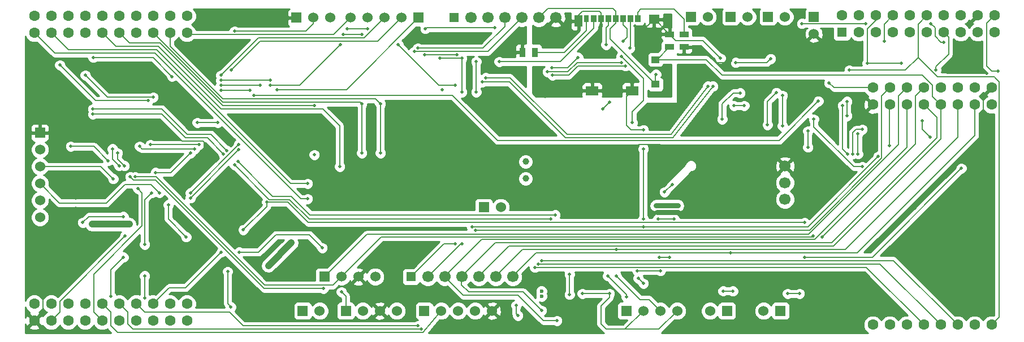
<source format=gbl>
G04 (created by PCBNEW (2013-jul-07)-stable) date Tue 03 Mar 2015 12:58:17 PM EST*
%MOIN*%
G04 Gerber Fmt 3.4, Leading zero omitted, Abs format*
%FSLAX34Y34*%
G01*
G70*
G90*
G04 APERTURE LIST*
%ADD10C,0.00590551*%
%ADD11C,0.0629921*%
%ADD12R,0.0334646X0.0433071*%
%ADD13R,0.0295276X0.0433071*%
%ADD14R,0.0610236X0.0531496*%
%ADD15R,0.0748031X0.0531496*%
%ADD16R,0.046063X0.0708661*%
%ADD17R,0.0472441X0.0393701*%
%ADD18C,0.023622*%
%ADD19R,0.055X0.035*%
%ADD20R,0.035X0.055*%
%ADD21R,0.06X0.06*%
%ADD22C,0.06*%
%ADD23R,0.0551181X0.0551181*%
%ADD24C,0.0669291*%
%ADD25C,0.0393701*%
%ADD26C,0.019685*%
%ADD27C,0.006*%
%ADD28C,0.0137795*%
%ADD29C,0.0295276*%
%ADD30C,0.00787402*%
%ADD31C,0.0393701*%
%ADD32C,0.01*%
G04 APERTURE END LIST*
G54D10*
G54D11*
X51000Y-62000D03*
X52000Y-62000D03*
X53000Y-62000D03*
X54000Y-62000D03*
X55000Y-62000D03*
X56000Y-62000D03*
X57000Y-62000D03*
X58000Y-62000D03*
X59000Y-62000D03*
X60000Y-62000D03*
X60000Y-44000D03*
X59000Y-44000D03*
X58000Y-44000D03*
X57000Y-44000D03*
X56000Y-44000D03*
X55000Y-44000D03*
X54000Y-44000D03*
X53000Y-44000D03*
X52000Y-44000D03*
X51000Y-44000D03*
X51000Y-61000D03*
X52000Y-61000D03*
X53000Y-61000D03*
X54000Y-61000D03*
X55000Y-61000D03*
X56000Y-61000D03*
X57000Y-61000D03*
X58000Y-61000D03*
X59000Y-61000D03*
X60000Y-61000D03*
X60000Y-45000D03*
X59000Y-45000D03*
X58000Y-45000D03*
X57000Y-45000D03*
X56000Y-45000D03*
X55000Y-45000D03*
X54000Y-45000D03*
X53000Y-45000D03*
X52000Y-45000D03*
X51000Y-45000D03*
G54D12*
X86572Y-44154D03*
X86139Y-44154D03*
X85706Y-44154D03*
X85273Y-44154D03*
X84840Y-44154D03*
X84407Y-44154D03*
X83974Y-44154D03*
G54D13*
X83560Y-44154D03*
G54D14*
X87540Y-44203D03*
G54D15*
X83881Y-48416D03*
X86231Y-48416D03*
G54D16*
X83084Y-44292D03*
G54D17*
X87621Y-48032D03*
X87621Y-46575D03*
G54D11*
X100437Y-62236D03*
X101437Y-62236D03*
X102437Y-62236D03*
X103437Y-62236D03*
X104437Y-62236D03*
X105437Y-62236D03*
X106437Y-62236D03*
X107437Y-62236D03*
X107437Y-48236D03*
X106437Y-48236D03*
X105437Y-48236D03*
X104437Y-48236D03*
X103437Y-48236D03*
X102437Y-48236D03*
X101437Y-48236D03*
X100437Y-48236D03*
X100437Y-49236D03*
X101437Y-49236D03*
X102437Y-49236D03*
X103437Y-49236D03*
X104437Y-49236D03*
X105437Y-49236D03*
X106437Y-49236D03*
X107437Y-49236D03*
G54D18*
X80900Y-60262D03*
X80900Y-60537D03*
G54D19*
X89300Y-45825D03*
X89300Y-45075D03*
G54D20*
X79775Y-46150D03*
X80525Y-46150D03*
G54D19*
X88450Y-45825D03*
X88450Y-45075D03*
G54D21*
X73653Y-44094D03*
G54D22*
X72653Y-44094D03*
X71653Y-44094D03*
X70653Y-44094D03*
X69653Y-44094D03*
G54D21*
X69366Y-61417D03*
G54D22*
X70366Y-61417D03*
X71366Y-61417D03*
X72366Y-61417D03*
G54D21*
X85901Y-61417D03*
G54D22*
X86901Y-61417D03*
X87901Y-61417D03*
X88901Y-61417D03*
G54D21*
X66822Y-61417D03*
G54D22*
X67822Y-61417D03*
G54D21*
X91838Y-61417D03*
G54D22*
X90838Y-61417D03*
G54D21*
X92050Y-44050D03*
G54D22*
X93050Y-44050D03*
G54D21*
X94988Y-61417D03*
G54D22*
X93988Y-61417D03*
G54D23*
X98610Y-44968D03*
G54D11*
X99610Y-44968D03*
X100610Y-44968D03*
X101610Y-44968D03*
X102610Y-44968D03*
X103610Y-44968D03*
X104610Y-44968D03*
X105610Y-44968D03*
X106610Y-44968D03*
X107610Y-44968D03*
X107610Y-43968D03*
X106610Y-43968D03*
X105610Y-43968D03*
X104610Y-43968D03*
X103610Y-43968D03*
X102610Y-43968D03*
X101610Y-43968D03*
X100610Y-43968D03*
X99610Y-43968D03*
X98610Y-43968D03*
G54D23*
X75740Y-44094D03*
G54D24*
X76740Y-44094D03*
X77740Y-44094D03*
X78740Y-44094D03*
X79740Y-44094D03*
X80740Y-44094D03*
X81740Y-44094D03*
G54D21*
X73984Y-61417D03*
G54D22*
X74984Y-61417D03*
X75984Y-61417D03*
X76984Y-61417D03*
X77984Y-61417D03*
G54D24*
X95255Y-54834D03*
X95255Y-53850D03*
X95255Y-52865D03*
G54D21*
X68100Y-59400D03*
G54D22*
X69100Y-59400D03*
X70100Y-59400D03*
X71100Y-59400D03*
G54D21*
X66450Y-44100D03*
G54D22*
X67450Y-44100D03*
X68450Y-44100D03*
G54D21*
X96950Y-44050D03*
G54D22*
X96950Y-45050D03*
G54D21*
X94250Y-44050D03*
G54D22*
X95250Y-44050D03*
G54D21*
X51330Y-50889D03*
G54D22*
X51330Y-51889D03*
X51330Y-52889D03*
X51330Y-53889D03*
X51330Y-54889D03*
X51330Y-55889D03*
G54D23*
X73200Y-59400D03*
G54D24*
X74200Y-59400D03*
X75200Y-59400D03*
X76200Y-59400D03*
X77200Y-59400D03*
X78200Y-59400D03*
X79200Y-59400D03*
G54D21*
X77500Y-55300D03*
G54D22*
X78500Y-55300D03*
G54D21*
X89700Y-44050D03*
G54D22*
X90700Y-44050D03*
G54D25*
X79962Y-52600D03*
X79962Y-53600D03*
G54D26*
X53850Y-56200D03*
X56250Y-55850D03*
X107150Y-47400D03*
X104600Y-47200D03*
X85200Y-62200D03*
X85200Y-61400D03*
X61800Y-58975D03*
X61055Y-60780D03*
X87700Y-55575D03*
X88950Y-55575D03*
X91925Y-59235D03*
X96000Y-59250D03*
X91650Y-48600D03*
X87650Y-47450D03*
X92100Y-46400D03*
X59700Y-53800D03*
X58150Y-50400D03*
X86250Y-51950D03*
X64700Y-56200D03*
X63600Y-57600D03*
X61100Y-58300D03*
X56700Y-60000D03*
X79600Y-45200D03*
X77480Y-45200D03*
X75650Y-49950D03*
X75050Y-48350D03*
X78200Y-49950D03*
X89500Y-51900D03*
X89500Y-50650D03*
X88350Y-50650D03*
X89050Y-52950D03*
X53600Y-58200D03*
X95550Y-46800D03*
X97150Y-48350D03*
X97150Y-46650D03*
X61750Y-54850D03*
X54200Y-53500D03*
X53450Y-54750D03*
X53450Y-55350D03*
X79050Y-62400D03*
X52900Y-52550D03*
X100300Y-52000D03*
X102900Y-55350D03*
X93100Y-46400D03*
X61300Y-44500D03*
X58650Y-48400D03*
X61100Y-47050D03*
X61300Y-45700D03*
X87700Y-60400D03*
X58400Y-56700D03*
X75750Y-53900D03*
X77100Y-54350D03*
X76500Y-54350D03*
X77675Y-52350D03*
X79300Y-47050D03*
X90700Y-48150D03*
X77600Y-47650D03*
X63050Y-51600D03*
X60200Y-54450D03*
X56350Y-57000D03*
X63050Y-51900D03*
X60200Y-54750D03*
X56250Y-58250D03*
X77400Y-47900D03*
X91000Y-48150D03*
X55500Y-60550D03*
X85900Y-60600D03*
X84800Y-59350D03*
X81450Y-56000D03*
X62800Y-52800D03*
X62150Y-52150D03*
X54450Y-49800D03*
X63000Y-52600D03*
X54450Y-49500D03*
X62350Y-51950D03*
X85300Y-59350D03*
X81700Y-55750D03*
X63325Y-56625D03*
X64706Y-54993D03*
X105650Y-53000D03*
X96400Y-56200D03*
X96400Y-58250D03*
X55649Y-53614D03*
X58366Y-54440D03*
X60600Y-50300D03*
X61800Y-50300D03*
X63950Y-48700D03*
X97225Y-49025D03*
X99050Y-47200D03*
X81125Y-48750D03*
X92350Y-46750D03*
X94400Y-46525D03*
X86900Y-50725D03*
X86400Y-44600D03*
X84375Y-45325D03*
X82950Y-48700D03*
X88950Y-55200D03*
X87650Y-55200D03*
X103350Y-50200D03*
X103800Y-51150D03*
X91450Y-46500D03*
X78150Y-44700D03*
X74050Y-44750D03*
X70650Y-44750D03*
X69450Y-44750D03*
X97850Y-47950D03*
X83300Y-60400D03*
X84900Y-60400D03*
X58900Y-55150D03*
X59950Y-57050D03*
X53150Y-51700D03*
X55350Y-52550D03*
X66150Y-57400D03*
X64800Y-58750D03*
X107800Y-47250D03*
X102100Y-46772D03*
X100100Y-46800D03*
X96600Y-50800D03*
X96600Y-51750D03*
X95100Y-50500D03*
X95100Y-48700D03*
X56600Y-56300D03*
X54400Y-56300D03*
X82550Y-60450D03*
X82550Y-59250D03*
X88600Y-53950D03*
X88150Y-54400D03*
X87850Y-58250D03*
X88450Y-58250D03*
X86600Y-59500D03*
X86900Y-59800D03*
X69100Y-60300D03*
X79400Y-61100D03*
X79500Y-61700D03*
X69000Y-52900D03*
X55000Y-45000D03*
X67500Y-52200D03*
X67500Y-49300D03*
X70300Y-52100D03*
X70300Y-49200D03*
X71400Y-52100D03*
X71400Y-49200D03*
X67100Y-54800D03*
X67100Y-53900D03*
X73600Y-62300D03*
X73800Y-62500D03*
X85300Y-57800D03*
X86550Y-59050D03*
X87900Y-59050D03*
X92050Y-58000D03*
X86900Y-56450D03*
X86900Y-51850D03*
X86900Y-56000D03*
X101400Y-51650D03*
X100750Y-52300D03*
X76800Y-56450D03*
X75800Y-57450D03*
X95400Y-60400D03*
X96100Y-60400D03*
X62593Y-61193D03*
X62396Y-59100D03*
X83050Y-46450D03*
X81500Y-47050D03*
X85850Y-46950D03*
X81550Y-47500D03*
X85600Y-46750D03*
X81250Y-47300D03*
X104150Y-47200D03*
X62800Y-44900D03*
X92185Y-60245D03*
X91610Y-60240D03*
X58150Y-53250D03*
X57500Y-59350D03*
X57500Y-57500D03*
X65300Y-48350D03*
X60200Y-52100D03*
X57900Y-54450D03*
X57500Y-60650D03*
X54000Y-47500D03*
X58000Y-48800D03*
X62600Y-47200D03*
X52500Y-46900D03*
X57700Y-49000D03*
X62000Y-47500D03*
X69050Y-45700D03*
X64900Y-48100D03*
X60700Y-51600D03*
X57850Y-51600D03*
X57100Y-54200D03*
X88725Y-55975D03*
X87775Y-55975D03*
X62025Y-57950D03*
X63075Y-57950D03*
X67975Y-57700D03*
X103850Y-44450D03*
X104600Y-45550D03*
X54475Y-46450D03*
X59125Y-47575D03*
X69200Y-45100D03*
X70300Y-45100D03*
X72450Y-45700D03*
X75800Y-48100D03*
X94750Y-48525D03*
X94225Y-50425D03*
X100000Y-44450D03*
X96250Y-44450D03*
X81800Y-62000D03*
X80900Y-61400D03*
X86100Y-45900D03*
X85600Y-46400D03*
X64900Y-47800D03*
X62000Y-47800D03*
X86250Y-50300D03*
X91550Y-50100D03*
X64300Y-48100D03*
X62000Y-48100D03*
X92600Y-48550D03*
X98900Y-49900D03*
X62000Y-48400D03*
X63700Y-48400D03*
X101100Y-45500D03*
X98900Y-49050D03*
X99800Y-52900D03*
X57200Y-51700D03*
X60450Y-51850D03*
X96950Y-50100D03*
X73600Y-45900D03*
X73400Y-46100D03*
X78400Y-46700D03*
X77050Y-46700D03*
X77050Y-48500D03*
X99550Y-50950D03*
X99550Y-52150D03*
X85700Y-45500D03*
X84900Y-49100D03*
X84500Y-49500D03*
X76200Y-48500D03*
X99800Y-50700D03*
X99250Y-52150D03*
X76200Y-46500D03*
X74900Y-46500D03*
X84700Y-45700D03*
X98650Y-49300D03*
X98950Y-52150D03*
X92250Y-49300D03*
X92850Y-49300D03*
X75900Y-46300D03*
X74000Y-46300D03*
X80500Y-58850D03*
X80700Y-58650D03*
X80900Y-58450D03*
X56950Y-53500D03*
X55900Y-52100D03*
X56300Y-52850D03*
X96900Y-57000D03*
X97450Y-57050D03*
X68050Y-60100D03*
X56650Y-53500D03*
X56000Y-52850D03*
X55600Y-51850D03*
X77000Y-56650D03*
X76200Y-57450D03*
G54D27*
X54200Y-55850D02*
X53850Y-56200D01*
X56250Y-55850D02*
X54200Y-55850D01*
X104800Y-47400D02*
X107150Y-47400D01*
X104600Y-47200D02*
X104800Y-47400D01*
X86250Y-51950D02*
X86600Y-51600D01*
X87875Y-51600D02*
X89050Y-52775D01*
X86600Y-51600D02*
X87875Y-51600D01*
G54D28*
X61050Y-60775D02*
X61050Y-59725D01*
X61050Y-59725D02*
X61800Y-58975D01*
X61050Y-60750D02*
X61050Y-60775D01*
X61050Y-60775D02*
X61055Y-60780D01*
G54D29*
X87700Y-55575D02*
X88950Y-55575D01*
G54D27*
X96000Y-59250D02*
X91940Y-59250D01*
X91940Y-59250D02*
X91925Y-59235D01*
X87621Y-47478D02*
X87621Y-48032D01*
X87650Y-47450D02*
X87621Y-47478D01*
X92100Y-46400D02*
X92100Y-46650D01*
X90325Y-45825D02*
X89300Y-45825D01*
X91250Y-46750D02*
X90325Y-45825D01*
X92000Y-46750D02*
X91250Y-46750D01*
X92100Y-46650D02*
X92000Y-46750D01*
X58150Y-50400D02*
X58700Y-50400D01*
X61000Y-52500D02*
X59700Y-53800D01*
X61000Y-51450D02*
X61000Y-52500D01*
X60950Y-51400D02*
X61000Y-51450D01*
X59700Y-51400D02*
X60950Y-51400D01*
X58700Y-50400D02*
X59700Y-51400D01*
G54D28*
X63600Y-57300D02*
X64700Y-56200D01*
X63600Y-57600D02*
X63600Y-57300D01*
X56700Y-60000D02*
X56700Y-59350D01*
X56700Y-59350D02*
X57750Y-58300D01*
X57750Y-58300D02*
X61100Y-58300D01*
G54D27*
X89500Y-51900D02*
X89050Y-52350D01*
X89050Y-52350D02*
X89050Y-52775D01*
X89050Y-52775D02*
X89050Y-52950D01*
X85273Y-44426D02*
X85273Y-44154D01*
X84950Y-44750D02*
X85273Y-44426D01*
X84950Y-45360D02*
X84950Y-44750D01*
X87621Y-48032D02*
X84950Y-45360D01*
X80740Y-44094D02*
X81284Y-43550D01*
X81284Y-43550D02*
X85100Y-43550D01*
X85100Y-43550D02*
X85273Y-43723D01*
X85273Y-43723D02*
X85273Y-44154D01*
X53450Y-56350D02*
X53450Y-55350D01*
X51500Y-61500D02*
X51500Y-58300D01*
X51500Y-58300D02*
X53450Y-56350D01*
X51000Y-62000D02*
X51500Y-61500D01*
X54200Y-54000D02*
X54200Y-53500D01*
X53450Y-54750D02*
X54200Y-54000D01*
X106950Y-48700D02*
X106950Y-51300D01*
X107413Y-48236D02*
X106950Y-48700D01*
X107437Y-48236D02*
X107413Y-48236D01*
X106950Y-51300D02*
X102900Y-55350D01*
X61300Y-46850D02*
X61100Y-47050D01*
X61300Y-45700D02*
X61300Y-46850D01*
X75750Y-53900D02*
X76125Y-53900D01*
G54D30*
X75750Y-53900D02*
X76200Y-54350D01*
X76200Y-54350D02*
X76500Y-54350D01*
X77100Y-54350D02*
X76500Y-54350D01*
G54D27*
X76125Y-53900D02*
X77675Y-52350D01*
X52000Y-62000D02*
X52500Y-61500D01*
X88550Y-51000D02*
X90700Y-48150D01*
X82400Y-51000D02*
X88550Y-51000D01*
X79050Y-47650D02*
X82400Y-51000D01*
X77600Y-47650D02*
X79050Y-47650D01*
X60200Y-54450D02*
X63050Y-51600D01*
X52500Y-60850D02*
X56350Y-57000D01*
X52500Y-61500D02*
X52500Y-60850D01*
X56250Y-58250D02*
X55500Y-59000D01*
X63050Y-51900D02*
X60200Y-54750D01*
X79000Y-47900D02*
X77400Y-47900D01*
X82300Y-51200D02*
X79000Y-47900D01*
X88650Y-51200D02*
X82300Y-51200D01*
X91000Y-48150D02*
X88650Y-51200D01*
X55500Y-59000D02*
X55500Y-60550D01*
G54D30*
X85900Y-60450D02*
X85900Y-60600D01*
X84800Y-59350D02*
X85900Y-60450D01*
X67200Y-56000D02*
X81450Y-56000D01*
X66050Y-54850D02*
X67200Y-56000D01*
X64850Y-54850D02*
X66050Y-54850D01*
X62800Y-52800D02*
X64850Y-54850D01*
X61200Y-51200D02*
X62150Y-52150D01*
X59900Y-51200D02*
X61200Y-51200D01*
X58500Y-49800D02*
X59900Y-51200D01*
X54450Y-49800D02*
X58500Y-49800D01*
X54450Y-49500D02*
X58500Y-49500D01*
X58500Y-49500D02*
X60000Y-51000D01*
X60000Y-51000D02*
X61400Y-51000D01*
X61400Y-51000D02*
X62350Y-51950D01*
X87234Y-60750D02*
X87901Y-61417D01*
X86700Y-60750D02*
X87234Y-60750D01*
X85300Y-59350D02*
X86700Y-60750D01*
X67250Y-55750D02*
X81700Y-55750D01*
X66150Y-54650D02*
X67250Y-55750D01*
X65050Y-54650D02*
X66150Y-54650D01*
X63000Y-52600D02*
X65050Y-54650D01*
G54D27*
X64706Y-55243D02*
X64706Y-54993D01*
X63325Y-56625D02*
X64706Y-55243D01*
X65943Y-54993D02*
X64706Y-54993D01*
X65943Y-54993D02*
X67150Y-56200D01*
X67150Y-56200D02*
X96400Y-56200D01*
X100400Y-58250D02*
X105650Y-53000D01*
X96400Y-58250D02*
X100400Y-58250D01*
X54925Y-52889D02*
X51330Y-52889D01*
X55649Y-53614D02*
X54925Y-52889D01*
X58366Y-54440D02*
X57875Y-53950D01*
X52490Y-55050D02*
X51330Y-53889D01*
X55250Y-55050D02*
X52490Y-55050D01*
X56350Y-53950D02*
X55250Y-55050D01*
X57875Y-53950D02*
X56350Y-53950D01*
X105400Y-47600D02*
X104250Y-47600D01*
X105400Y-47600D02*
X107600Y-47600D01*
X107600Y-47600D02*
X107637Y-47637D01*
X107874Y-61799D02*
X107874Y-47874D01*
X107874Y-47874D02*
X107637Y-47637D01*
X107437Y-62236D02*
X107874Y-61799D01*
X104250Y-47600D02*
X103100Y-46450D01*
X102350Y-47200D02*
X103100Y-46450D01*
X60600Y-50300D02*
X61800Y-50300D01*
X63950Y-48700D02*
X75650Y-48700D01*
X75650Y-48700D02*
X78300Y-51350D01*
X78300Y-51350D02*
X94900Y-51350D01*
X97225Y-49025D02*
X94900Y-51350D01*
X99050Y-47200D02*
X102350Y-47200D01*
X103100Y-44478D02*
X103610Y-43968D01*
X103100Y-46450D02*
X103100Y-44478D01*
X81175Y-48700D02*
X82950Y-48700D01*
X81125Y-48750D02*
X81175Y-48700D01*
X94400Y-46525D02*
X94175Y-46750D01*
X94175Y-46750D02*
X92350Y-46750D01*
X85900Y-50450D02*
X85900Y-48748D01*
X85900Y-48748D02*
X86231Y-48416D01*
X86175Y-50725D02*
X85900Y-50450D01*
X86900Y-50725D02*
X86175Y-50725D01*
X85821Y-62496D02*
X87821Y-62496D01*
X87821Y-62496D02*
X88901Y-61417D01*
X87540Y-44203D02*
X87144Y-44600D01*
X87144Y-44600D02*
X86400Y-44600D01*
X84375Y-45325D02*
X84407Y-45292D01*
X84407Y-45292D02*
X84407Y-44154D01*
X83084Y-44292D02*
X83084Y-43940D01*
X84407Y-43832D02*
X84407Y-44154D01*
X84300Y-43725D02*
X84407Y-43832D01*
X83300Y-43725D02*
X84300Y-43725D01*
X83084Y-43940D02*
X83300Y-43725D01*
X84900Y-60400D02*
X84900Y-60625D01*
X85818Y-62500D02*
X85821Y-62496D01*
X85821Y-62496D02*
X86901Y-61417D01*
X84725Y-62500D02*
X85818Y-62500D01*
X84400Y-62175D02*
X84725Y-62500D01*
X84400Y-61125D02*
X84400Y-62175D01*
X84900Y-60625D02*
X84400Y-61125D01*
X83233Y-48416D02*
X83881Y-48416D01*
X82950Y-48700D02*
X83233Y-48416D01*
G54D29*
X87650Y-55200D02*
X88950Y-55200D01*
G54D27*
X103350Y-50700D02*
X103350Y-50200D01*
X103800Y-51150D02*
X103350Y-50700D01*
G54D30*
X88825Y-45450D02*
X88450Y-45075D01*
X91450Y-46500D02*
X90400Y-45450D01*
X90400Y-45450D02*
X88825Y-45450D01*
X74100Y-44700D02*
X78150Y-44700D01*
X74050Y-44750D02*
X74100Y-44700D01*
X69450Y-44750D02*
X70650Y-44750D01*
X87540Y-44203D02*
X87578Y-44203D01*
X87578Y-44203D02*
X88450Y-45075D01*
G54D27*
X100437Y-48236D02*
X98136Y-48236D01*
X98136Y-48236D02*
X97850Y-47950D01*
X84900Y-60400D02*
X83300Y-60400D01*
X58900Y-55150D02*
X58900Y-56000D01*
X58900Y-56000D02*
X59950Y-57050D01*
X54500Y-51700D02*
X53150Y-51700D01*
X55350Y-52550D02*
X54500Y-51700D01*
G54D31*
X64800Y-58750D02*
X66150Y-57400D01*
G54D27*
X107610Y-43968D02*
X107150Y-44428D01*
X107450Y-47250D02*
X107800Y-47250D01*
X107150Y-46950D02*
X107450Y-47250D01*
X107150Y-44428D02*
X107150Y-46950D01*
X100610Y-43968D02*
X100610Y-44239D01*
X100100Y-44750D02*
X100100Y-46800D01*
X100610Y-44239D02*
X100100Y-44750D01*
X102072Y-46800D02*
X100100Y-46800D01*
X102072Y-46800D02*
X102100Y-46772D01*
X96600Y-51750D02*
X96600Y-50800D01*
X95100Y-48700D02*
X95100Y-50500D01*
G54D31*
X56600Y-56300D02*
X54400Y-56300D01*
G54D27*
X82550Y-60450D02*
X82550Y-59250D01*
X88600Y-53950D02*
X88150Y-54400D01*
X87850Y-58250D02*
X88450Y-58250D01*
X86900Y-59800D02*
X86600Y-59500D01*
X69366Y-60566D02*
X69366Y-61417D01*
X69100Y-60300D02*
X69366Y-60566D01*
X79400Y-61100D02*
X79400Y-61600D01*
X79400Y-61600D02*
X79500Y-61700D01*
X55000Y-45000D02*
X55800Y-45800D01*
X69000Y-50500D02*
X69000Y-52900D01*
X68000Y-49500D02*
X69000Y-50500D01*
X62000Y-49500D02*
X68000Y-49500D01*
X58300Y-45800D02*
X62000Y-49500D01*
X55800Y-45800D02*
X58300Y-45800D01*
X56000Y-45000D02*
X56600Y-45600D01*
X62100Y-49300D02*
X67500Y-49300D01*
X58400Y-45600D02*
X62100Y-49300D01*
X56600Y-45600D02*
X58400Y-45600D01*
X58000Y-45000D02*
X62100Y-49100D01*
X70200Y-49100D02*
X70300Y-49200D01*
X62100Y-49100D02*
X70200Y-49100D01*
X70300Y-49200D02*
X70300Y-52100D01*
X59000Y-45000D02*
X59000Y-45800D01*
X71100Y-48900D02*
X71400Y-49200D01*
X62100Y-48900D02*
X71100Y-48900D01*
X59000Y-45800D02*
X62100Y-48900D01*
X71400Y-49200D02*
X71400Y-52100D01*
X52200Y-46200D02*
X51000Y-45000D01*
X58100Y-46200D02*
X52200Y-46200D01*
X66700Y-54800D02*
X58100Y-46200D01*
X67100Y-54800D02*
X66700Y-54800D01*
X52000Y-45000D02*
X53000Y-46000D01*
X66100Y-53900D02*
X67100Y-53900D01*
X58200Y-46000D02*
X66100Y-53900D01*
X53000Y-46000D02*
X58200Y-46000D01*
X57500Y-61500D02*
X57000Y-61000D01*
X62500Y-61500D02*
X57500Y-61500D01*
X63300Y-62300D02*
X62500Y-61500D01*
X73600Y-62300D02*
X63300Y-62300D01*
X55000Y-61000D02*
X55500Y-61500D01*
X73901Y-62700D02*
X74984Y-61417D01*
X55900Y-62700D02*
X73901Y-62700D01*
X55500Y-62300D02*
X55900Y-62700D01*
X55500Y-61500D02*
X55500Y-62300D01*
X56000Y-61000D02*
X56500Y-61500D01*
X56800Y-62500D02*
X73800Y-62500D01*
X56500Y-62200D02*
X56800Y-62500D01*
X56500Y-61500D02*
X56500Y-62200D01*
X87900Y-59050D02*
X86550Y-59050D01*
X78185Y-59401D02*
X79786Y-57800D01*
X105437Y-51162D02*
X105437Y-49236D01*
X98800Y-57800D02*
X105437Y-51162D01*
X79786Y-57800D02*
X85300Y-57800D01*
X85300Y-57800D02*
X98800Y-57800D01*
X79185Y-59401D02*
X80586Y-58000D01*
X106437Y-51062D02*
X106437Y-49236D01*
X99500Y-58000D02*
X106437Y-51062D01*
X80586Y-58000D02*
X92050Y-58000D01*
X92050Y-58000D02*
X99500Y-58000D01*
X86900Y-56000D02*
X86900Y-51850D01*
X73200Y-59400D02*
X75150Y-57450D01*
X101400Y-49273D02*
X101437Y-49236D01*
X101400Y-51650D02*
X101400Y-49273D01*
X96600Y-56450D02*
X100750Y-52300D01*
X76800Y-56450D02*
X86900Y-56450D01*
X86900Y-56450D02*
X96600Y-56450D01*
X75150Y-57450D02*
X75800Y-57450D01*
X95400Y-60400D02*
X96100Y-60400D01*
X62396Y-59100D02*
X62396Y-60996D01*
X62396Y-60996D02*
X62593Y-61193D01*
X62400Y-59103D02*
X62396Y-59100D01*
G54D30*
X82450Y-47050D02*
X83050Y-46450D01*
X81500Y-47050D02*
X82450Y-47050D01*
G54D27*
X83050Y-46950D02*
X85850Y-46950D01*
X82500Y-47500D02*
X83050Y-46950D01*
X81550Y-47500D02*
X82500Y-47500D01*
X83000Y-46750D02*
X85600Y-46750D01*
X82450Y-47300D02*
X83000Y-46750D01*
X81250Y-47300D02*
X82450Y-47300D01*
G54D30*
X89300Y-45075D02*
X89300Y-44200D01*
X86572Y-43777D02*
X86572Y-44154D01*
X86750Y-43600D02*
X86572Y-43777D01*
X88700Y-43600D02*
X86750Y-43600D01*
X89300Y-44200D02*
X88700Y-43600D01*
X83560Y-44154D02*
X83560Y-44839D01*
X82250Y-46150D02*
X80525Y-46150D01*
X83560Y-44839D02*
X82250Y-46150D01*
G54D27*
X104900Y-45258D02*
X104610Y-44968D01*
X104900Y-46250D02*
X104900Y-45258D01*
X104150Y-47000D02*
X104900Y-46250D01*
X104150Y-47200D02*
X104150Y-47000D01*
X67450Y-44100D02*
X67450Y-44450D01*
X67000Y-44900D02*
X62800Y-44900D01*
X67450Y-44450D02*
X67000Y-44900D01*
X91615Y-60245D02*
X92185Y-60245D01*
X91610Y-60240D02*
X91615Y-60245D01*
X57500Y-57500D02*
X57500Y-54850D01*
X69398Y-48350D02*
X65300Y-48350D01*
X60200Y-52100D02*
X59050Y-53250D01*
X59050Y-53250D02*
X58150Y-53250D01*
X69398Y-48350D02*
X73653Y-44094D01*
X57500Y-54850D02*
X57900Y-54450D01*
X57500Y-60650D02*
X57500Y-59350D01*
X72653Y-44094D02*
X71248Y-45500D01*
X55300Y-48800D02*
X54000Y-47500D01*
X58000Y-48800D02*
X55300Y-48800D01*
X64300Y-45500D02*
X62600Y-47200D01*
X71248Y-45500D02*
X64300Y-45500D01*
X71653Y-44094D02*
X70448Y-45300D01*
X54600Y-49000D02*
X52500Y-46900D01*
X57700Y-49000D02*
X54600Y-49000D01*
X64200Y-45300D02*
X62000Y-47500D01*
X70448Y-45300D02*
X64200Y-45300D01*
X55000Y-62000D02*
X54500Y-61500D01*
X54500Y-59250D02*
X54500Y-61500D01*
X57350Y-56400D02*
X54500Y-59250D01*
X60700Y-51600D02*
X57850Y-51600D01*
X69050Y-45700D02*
X66650Y-48100D01*
X66650Y-48100D02*
X64900Y-48100D01*
X57350Y-54450D02*
X57350Y-56400D01*
X57100Y-54200D02*
X57350Y-54450D01*
X69653Y-44094D02*
X68648Y-45100D01*
X60300Y-45100D02*
X60000Y-45000D01*
X68648Y-45100D02*
X60300Y-45100D01*
X88725Y-55975D02*
X87775Y-55975D01*
X58950Y-60050D02*
X58000Y-61000D01*
X59925Y-60050D02*
X58950Y-60050D01*
X62025Y-57950D02*
X59925Y-60050D01*
X64225Y-57950D02*
X63075Y-57950D01*
X65250Y-56925D02*
X64225Y-57950D01*
X67200Y-56925D02*
X65250Y-56925D01*
X67975Y-57700D02*
X67200Y-56925D01*
X104100Y-44700D02*
X103850Y-44450D01*
X104100Y-45200D02*
X104100Y-44700D01*
X104450Y-45550D02*
X104100Y-45200D01*
X104600Y-45550D02*
X104450Y-45550D01*
X54475Y-46450D02*
X58000Y-46450D01*
X58000Y-46450D02*
X59125Y-47575D01*
X69200Y-45100D02*
X70300Y-45100D01*
X72450Y-45700D02*
X74850Y-48100D01*
X74850Y-48100D02*
X75800Y-48100D01*
X94225Y-49050D02*
X94750Y-48525D01*
X94225Y-50425D02*
X94225Y-49050D01*
X96250Y-44450D02*
X100000Y-44450D01*
X77386Y-57200D02*
X75185Y-59401D01*
X97000Y-57200D02*
X77386Y-57200D01*
X76283Y-60500D02*
X75185Y-59401D01*
X79500Y-60500D02*
X76283Y-60500D01*
X81000Y-62000D02*
X79500Y-60500D01*
X81800Y-62000D02*
X81000Y-62000D01*
X102437Y-51762D02*
X97000Y-57200D01*
X102437Y-49236D02*
X102437Y-51762D01*
G54D30*
X98000Y-57400D02*
X104200Y-51200D01*
G54D27*
X76185Y-59885D02*
X76600Y-60300D01*
X76600Y-60300D02*
X79800Y-60300D01*
X80900Y-61400D02*
X79800Y-60300D01*
X76185Y-59401D02*
X76185Y-59885D01*
X78186Y-57400D02*
X98000Y-57400D01*
X76185Y-59401D02*
X78186Y-57400D01*
G54D30*
X104200Y-49999D02*
X103437Y-49236D01*
X104200Y-51200D02*
X104200Y-49999D01*
X88450Y-45825D02*
X87699Y-46575D01*
X87699Y-46575D02*
X87621Y-46575D01*
G54D27*
X87621Y-46575D02*
X90625Y-46575D01*
X103950Y-48749D02*
X104437Y-49236D01*
X103950Y-48100D02*
X103950Y-48749D01*
X103350Y-47500D02*
X103950Y-48100D01*
X91550Y-47500D02*
X103350Y-47500D01*
X90625Y-46575D02*
X91550Y-47500D01*
X104437Y-49236D02*
X104437Y-51262D01*
X104437Y-51262D02*
X98100Y-57600D01*
X98100Y-57600D02*
X78986Y-57600D01*
X78986Y-57600D02*
X77185Y-59401D01*
X86250Y-50300D02*
X86250Y-49650D01*
X86250Y-49650D02*
X86900Y-49000D01*
X86900Y-49000D02*
X86900Y-47700D01*
X86900Y-47700D02*
X85600Y-46400D01*
X62000Y-47800D02*
X64900Y-47800D01*
X86139Y-45860D02*
X86139Y-44154D01*
X86100Y-45900D02*
X86139Y-45860D01*
X62000Y-48100D02*
X64300Y-48100D01*
X92200Y-48550D02*
X92600Y-48550D01*
X91550Y-49200D02*
X92200Y-48550D01*
X91550Y-50100D02*
X91550Y-49200D01*
X62000Y-48400D02*
X63700Y-48400D01*
X101100Y-44478D02*
X101610Y-43968D01*
X101100Y-45500D02*
X101100Y-44478D01*
X98900Y-49900D02*
X98900Y-49050D01*
X99300Y-52900D02*
X96950Y-50550D01*
X99800Y-52900D02*
X99300Y-52900D01*
X57350Y-51850D02*
X57200Y-51700D01*
X60450Y-51850D02*
X57350Y-51850D01*
X96950Y-50550D02*
X96950Y-50100D01*
X77450Y-45900D02*
X78740Y-44609D01*
X73600Y-45900D02*
X77450Y-45900D01*
X78740Y-44609D02*
X78740Y-44094D01*
X77734Y-46100D02*
X79740Y-44094D01*
X73400Y-46100D02*
X77734Y-46100D01*
G54D30*
X83974Y-44154D02*
X83974Y-44724D01*
X81998Y-46700D02*
X78400Y-46700D01*
X83974Y-44724D02*
X81998Y-46700D01*
G54D27*
X77050Y-48500D02*
X77050Y-46700D01*
X99550Y-50950D02*
X99550Y-52150D01*
X85706Y-44506D02*
X85706Y-44154D01*
X85950Y-44750D02*
X85706Y-44506D01*
X85950Y-45250D02*
X85950Y-44750D01*
X85700Y-45500D02*
X85950Y-45250D01*
X84500Y-49500D02*
X84900Y-49100D01*
X76200Y-46500D02*
X76200Y-48500D01*
X99250Y-50900D02*
X99250Y-52150D01*
X99450Y-50700D02*
X99250Y-50900D01*
X99800Y-50700D02*
X99450Y-50700D01*
X74900Y-46500D02*
X76200Y-46500D01*
X84840Y-44559D02*
X84840Y-44154D01*
X84700Y-44700D02*
X84840Y-44559D01*
X84700Y-45500D02*
X84700Y-44700D01*
X84700Y-45700D02*
X84700Y-45500D01*
X98650Y-49300D02*
X98650Y-51850D01*
X98650Y-51850D02*
X98950Y-52150D01*
X92850Y-49300D02*
X92250Y-49300D01*
X74000Y-46300D02*
X75900Y-46300D01*
X103437Y-62236D02*
X100050Y-58850D01*
X100050Y-58850D02*
X80500Y-58850D01*
X104437Y-62236D02*
X100850Y-58650D01*
X100850Y-58650D02*
X80700Y-58650D01*
X105437Y-62236D02*
X101650Y-58450D01*
X101650Y-58450D02*
X80900Y-58450D01*
X102950Y-48723D02*
X103437Y-48236D01*
X102950Y-51550D02*
X102950Y-48723D01*
X56950Y-53500D02*
X58170Y-53500D01*
X55900Y-52450D02*
X55900Y-52100D01*
X56300Y-52850D02*
X55900Y-52450D01*
X97450Y-57050D02*
X102950Y-51550D01*
X69100Y-59400D02*
X71450Y-57050D01*
X71450Y-57050D02*
X96950Y-57050D01*
X96950Y-57050D02*
X96900Y-57000D01*
X58170Y-53500D02*
X64570Y-59900D01*
X64570Y-59900D02*
X68600Y-59900D01*
X69100Y-59400D02*
X68600Y-59900D01*
X64550Y-60100D02*
X68050Y-60100D01*
X58150Y-53700D02*
X64550Y-60100D01*
X56850Y-53700D02*
X58150Y-53700D01*
X56650Y-53500D02*
X56850Y-53700D01*
X55600Y-52450D02*
X56000Y-52850D01*
X55600Y-51850D02*
X55600Y-52450D01*
X102437Y-48236D02*
X101950Y-48723D01*
X101950Y-48723D02*
X101950Y-51600D01*
X101950Y-51600D02*
X96650Y-56900D01*
X96650Y-56900D02*
X70600Y-56900D01*
X70600Y-56900D02*
X68100Y-59400D01*
X74200Y-59400D02*
X76150Y-57450D01*
X100950Y-48723D02*
X101437Y-48236D01*
X100950Y-52400D02*
X100950Y-48723D01*
X96700Y-56650D02*
X100950Y-52400D01*
X96650Y-56650D02*
X96700Y-56650D01*
X77000Y-56650D02*
X96650Y-56650D01*
X76150Y-57450D02*
X76200Y-57450D01*
G54D10*
G36*
X83145Y-44845D02*
X83034Y-44956D01*
X83034Y-44833D01*
X83034Y-44342D01*
X82666Y-44342D01*
X82603Y-44404D01*
X82603Y-44596D01*
X82603Y-44696D01*
X82642Y-44788D01*
X82712Y-44858D01*
X82804Y-44896D01*
X82971Y-44896D01*
X83034Y-44833D01*
X83034Y-44956D01*
X82130Y-45860D01*
X82080Y-45860D01*
X82080Y-44505D01*
X81740Y-44165D01*
X81399Y-44505D01*
X81431Y-44604D01*
X81650Y-44683D01*
X81882Y-44673D01*
X82048Y-44604D01*
X82080Y-44505D01*
X82080Y-45860D01*
X80950Y-45860D01*
X80950Y-45825D01*
X80912Y-45733D01*
X80841Y-45663D01*
X80749Y-45625D01*
X80650Y-45624D01*
X80364Y-45624D01*
X80364Y-44546D01*
X80408Y-44589D01*
X80623Y-44679D01*
X80855Y-44679D01*
X81070Y-44590D01*
X81235Y-44426D01*
X81243Y-44407D01*
X81329Y-44434D01*
X81669Y-44094D01*
X81663Y-44088D01*
X81734Y-44018D01*
X81740Y-44023D01*
X81745Y-44018D01*
X81816Y-44088D01*
X81810Y-44094D01*
X82151Y-44434D01*
X82250Y-44403D01*
X82329Y-44184D01*
X82319Y-43952D01*
X82268Y-43830D01*
X82628Y-43830D01*
X82603Y-43887D01*
X82603Y-43987D01*
X82603Y-44179D01*
X82666Y-44242D01*
X83034Y-44242D01*
X83034Y-44234D01*
X83134Y-44234D01*
X83134Y-44242D01*
X83142Y-44242D01*
X83142Y-44342D01*
X83134Y-44342D01*
X83134Y-44833D01*
X83145Y-44845D01*
X83145Y-44845D01*
G37*
G54D32*
X83145Y-44845D02*
X83034Y-44956D01*
X83034Y-44833D01*
X83034Y-44342D01*
X82666Y-44342D01*
X82603Y-44404D01*
X82603Y-44596D01*
X82603Y-44696D01*
X82642Y-44788D01*
X82712Y-44858D01*
X82804Y-44896D01*
X82971Y-44896D01*
X83034Y-44833D01*
X83034Y-44956D01*
X82130Y-45860D01*
X82080Y-45860D01*
X82080Y-44505D01*
X81740Y-44165D01*
X81399Y-44505D01*
X81431Y-44604D01*
X81650Y-44683D01*
X81882Y-44673D01*
X82048Y-44604D01*
X82080Y-44505D01*
X82080Y-45860D01*
X80950Y-45860D01*
X80950Y-45825D01*
X80912Y-45733D01*
X80841Y-45663D01*
X80749Y-45625D01*
X80650Y-45624D01*
X80364Y-45624D01*
X80364Y-44546D01*
X80408Y-44589D01*
X80623Y-44679D01*
X80855Y-44679D01*
X81070Y-44590D01*
X81235Y-44426D01*
X81243Y-44407D01*
X81329Y-44434D01*
X81669Y-44094D01*
X81663Y-44088D01*
X81734Y-44018D01*
X81740Y-44023D01*
X81745Y-44018D01*
X81816Y-44088D01*
X81810Y-44094D01*
X82151Y-44434D01*
X82250Y-44403D01*
X82329Y-44184D01*
X82319Y-43952D01*
X82268Y-43830D01*
X82628Y-43830D01*
X82603Y-43887D01*
X82603Y-43987D01*
X82603Y-44179D01*
X82666Y-44242D01*
X83034Y-44242D01*
X83034Y-44234D01*
X83134Y-44234D01*
X83134Y-44242D01*
X83142Y-44242D01*
X83142Y-44342D01*
X83134Y-44342D01*
X83134Y-44833D01*
X83145Y-44845D01*
G54D10*
G36*
X85350Y-46156D02*
X85304Y-46202D01*
X85251Y-46330D01*
X85251Y-46469D01*
X85251Y-46470D01*
X83398Y-46470D01*
X83398Y-46380D01*
X83345Y-46252D01*
X83247Y-46154D01*
X83119Y-46101D01*
X83005Y-46101D01*
X84178Y-44928D01*
X84178Y-44928D01*
X84220Y-44865D01*
X84241Y-44834D01*
X84241Y-44834D01*
X84263Y-44724D01*
X84263Y-44724D01*
X84263Y-44620D01*
X84294Y-44620D01*
X84357Y-44558D01*
X84357Y-44503D01*
X84391Y-44420D01*
X84391Y-44321D01*
X84391Y-44096D01*
X84422Y-44096D01*
X84422Y-44420D01*
X84457Y-44503D01*
X84457Y-44558D01*
X84461Y-44562D01*
X84441Y-44592D01*
X84420Y-44700D01*
X84420Y-45487D01*
X84404Y-45502D01*
X84351Y-45630D01*
X84351Y-45769D01*
X84404Y-45897D01*
X84502Y-45995D01*
X84630Y-46048D01*
X84769Y-46048D01*
X84897Y-45995D01*
X84995Y-45897D01*
X85023Y-45829D01*
X85350Y-46156D01*
X85350Y-46156D01*
G37*
G54D32*
X85350Y-46156D02*
X85304Y-46202D01*
X85251Y-46330D01*
X85251Y-46469D01*
X85251Y-46470D01*
X83398Y-46470D01*
X83398Y-46380D01*
X83345Y-46252D01*
X83247Y-46154D01*
X83119Y-46101D01*
X83005Y-46101D01*
X84178Y-44928D01*
X84178Y-44928D01*
X84220Y-44865D01*
X84241Y-44834D01*
X84241Y-44834D01*
X84263Y-44724D01*
X84263Y-44724D01*
X84263Y-44620D01*
X84294Y-44620D01*
X84357Y-44558D01*
X84357Y-44503D01*
X84391Y-44420D01*
X84391Y-44321D01*
X84391Y-44096D01*
X84422Y-44096D01*
X84422Y-44420D01*
X84457Y-44503D01*
X84457Y-44558D01*
X84461Y-44562D01*
X84441Y-44592D01*
X84420Y-44700D01*
X84420Y-45487D01*
X84404Y-45502D01*
X84351Y-45630D01*
X84351Y-45769D01*
X84404Y-45897D01*
X84502Y-45995D01*
X84630Y-46048D01*
X84769Y-46048D01*
X84897Y-45995D01*
X84995Y-45897D01*
X85023Y-45829D01*
X85350Y-46156D01*
G54D10*
G36*
X86620Y-47900D02*
X86344Y-47900D01*
X86281Y-47962D01*
X86281Y-48366D01*
X86289Y-48366D01*
X86289Y-48466D01*
X86281Y-48466D01*
X86281Y-48474D01*
X86181Y-48474D01*
X86181Y-48466D01*
X86181Y-48366D01*
X86181Y-47962D01*
X86119Y-47900D01*
X85808Y-47900D01*
X85716Y-47938D01*
X85646Y-48008D01*
X85607Y-48100D01*
X85607Y-48199D01*
X85607Y-48303D01*
X85670Y-48366D01*
X86181Y-48366D01*
X86181Y-48466D01*
X85670Y-48466D01*
X85607Y-48528D01*
X85607Y-48632D01*
X85607Y-48731D01*
X85623Y-48768D01*
X85011Y-48768D01*
X84969Y-48751D01*
X84830Y-48751D01*
X84788Y-48768D01*
X84490Y-48768D01*
X84505Y-48731D01*
X84505Y-48632D01*
X84505Y-48199D01*
X84505Y-48100D01*
X84467Y-48008D01*
X84396Y-47938D01*
X84305Y-47900D01*
X83993Y-47900D01*
X83931Y-47962D01*
X83931Y-48366D01*
X84443Y-48366D01*
X84505Y-48303D01*
X84505Y-48199D01*
X84505Y-48632D01*
X84505Y-48528D01*
X84443Y-48466D01*
X83931Y-48466D01*
X83931Y-48474D01*
X83831Y-48474D01*
X83831Y-48466D01*
X83831Y-48366D01*
X83831Y-47962D01*
X83768Y-47900D01*
X83457Y-47900D01*
X83366Y-47938D01*
X83295Y-48008D01*
X83257Y-48100D01*
X83257Y-48199D01*
X83257Y-48303D01*
X83319Y-48366D01*
X83831Y-48366D01*
X83831Y-48466D01*
X83319Y-48466D01*
X83257Y-48528D01*
X83257Y-48632D01*
X83257Y-48731D01*
X83272Y-48768D01*
X80564Y-48768D01*
X80364Y-48568D01*
X80364Y-46989D01*
X81089Y-46989D01*
X81052Y-47004D01*
X80954Y-47102D01*
X80901Y-47230D01*
X80901Y-47369D01*
X80954Y-47497D01*
X81052Y-47595D01*
X81180Y-47648D01*
X81234Y-47648D01*
X81254Y-47697D01*
X81352Y-47795D01*
X81480Y-47848D01*
X81619Y-47848D01*
X81747Y-47795D01*
X81762Y-47780D01*
X82500Y-47780D01*
X82607Y-47758D01*
X82607Y-47758D01*
X82697Y-47697D01*
X83165Y-47230D01*
X85637Y-47230D01*
X85652Y-47245D01*
X85780Y-47298D01*
X85919Y-47298D01*
X86047Y-47245D01*
X86048Y-47244D01*
X86620Y-47815D01*
X86620Y-47900D01*
X86620Y-47900D01*
G37*
G54D32*
X86620Y-47900D02*
X86344Y-47900D01*
X86281Y-47962D01*
X86281Y-48366D01*
X86289Y-48366D01*
X86289Y-48466D01*
X86281Y-48466D01*
X86281Y-48474D01*
X86181Y-48474D01*
X86181Y-48466D01*
X86181Y-48366D01*
X86181Y-47962D01*
X86119Y-47900D01*
X85808Y-47900D01*
X85716Y-47938D01*
X85646Y-48008D01*
X85607Y-48100D01*
X85607Y-48199D01*
X85607Y-48303D01*
X85670Y-48366D01*
X86181Y-48366D01*
X86181Y-48466D01*
X85670Y-48466D01*
X85607Y-48528D01*
X85607Y-48632D01*
X85607Y-48731D01*
X85623Y-48768D01*
X85011Y-48768D01*
X84969Y-48751D01*
X84830Y-48751D01*
X84788Y-48768D01*
X84490Y-48768D01*
X84505Y-48731D01*
X84505Y-48632D01*
X84505Y-48199D01*
X84505Y-48100D01*
X84467Y-48008D01*
X84396Y-47938D01*
X84305Y-47900D01*
X83993Y-47900D01*
X83931Y-47962D01*
X83931Y-48366D01*
X84443Y-48366D01*
X84505Y-48303D01*
X84505Y-48199D01*
X84505Y-48632D01*
X84505Y-48528D01*
X84443Y-48466D01*
X83931Y-48466D01*
X83931Y-48474D01*
X83831Y-48474D01*
X83831Y-48466D01*
X83831Y-48366D01*
X83831Y-47962D01*
X83768Y-47900D01*
X83457Y-47900D01*
X83366Y-47938D01*
X83295Y-48008D01*
X83257Y-48100D01*
X83257Y-48199D01*
X83257Y-48303D01*
X83319Y-48366D01*
X83831Y-48366D01*
X83831Y-48466D01*
X83319Y-48466D01*
X83257Y-48528D01*
X83257Y-48632D01*
X83257Y-48731D01*
X83272Y-48768D01*
X80564Y-48768D01*
X80364Y-48568D01*
X80364Y-46989D01*
X81089Y-46989D01*
X81052Y-47004D01*
X80954Y-47102D01*
X80901Y-47230D01*
X80901Y-47369D01*
X80954Y-47497D01*
X81052Y-47595D01*
X81180Y-47648D01*
X81234Y-47648D01*
X81254Y-47697D01*
X81352Y-47795D01*
X81480Y-47848D01*
X81619Y-47848D01*
X81747Y-47795D01*
X81762Y-47780D01*
X82500Y-47780D01*
X82607Y-47758D01*
X82607Y-47758D01*
X82697Y-47697D01*
X83165Y-47230D01*
X85637Y-47230D01*
X85652Y-47245D01*
X85780Y-47298D01*
X85919Y-47298D01*
X86047Y-47245D01*
X86048Y-47244D01*
X86620Y-47815D01*
X86620Y-47900D01*
G54D10*
G36*
X88532Y-48768D02*
X87180Y-48768D01*
X87180Y-48377D01*
X87243Y-48440D01*
X87335Y-48479D01*
X87434Y-48479D01*
X87907Y-48479D01*
X87999Y-48441D01*
X88069Y-48370D01*
X88107Y-48279D01*
X88107Y-48179D01*
X88107Y-47785D01*
X88069Y-47694D01*
X87999Y-47623D01*
X87961Y-47607D01*
X87998Y-47519D01*
X87998Y-47380D01*
X87945Y-47252D01*
X87847Y-47154D01*
X87719Y-47101D01*
X87580Y-47101D01*
X87452Y-47154D01*
X87354Y-47252D01*
X87320Y-47335D01*
X86214Y-46229D01*
X86297Y-46195D01*
X86395Y-46097D01*
X86448Y-45969D01*
X86448Y-45830D01*
X86419Y-45760D01*
X86419Y-44620D01*
X86454Y-44620D01*
X86789Y-44620D01*
X86881Y-44582D01*
X86951Y-44512D01*
X86985Y-44430D01*
X86985Y-44519D01*
X87024Y-44611D01*
X87094Y-44681D01*
X87186Y-44719D01*
X87428Y-44719D01*
X87490Y-44656D01*
X87490Y-44253D01*
X87483Y-44253D01*
X87483Y-44153D01*
X87490Y-44153D01*
X87490Y-44145D01*
X87590Y-44145D01*
X87590Y-44153D01*
X88033Y-44153D01*
X88096Y-44091D01*
X88096Y-43987D01*
X88096Y-43889D01*
X88532Y-43889D01*
X88532Y-44679D01*
X88500Y-44712D01*
X88500Y-45025D01*
X88507Y-45025D01*
X88507Y-45125D01*
X88500Y-45125D01*
X88500Y-45132D01*
X88400Y-45132D01*
X88400Y-45125D01*
X88400Y-45025D01*
X88400Y-44712D01*
X88337Y-44650D01*
X88224Y-44649D01*
X88125Y-44650D01*
X88096Y-44662D01*
X88096Y-44419D01*
X88096Y-44316D01*
X88033Y-44253D01*
X87590Y-44253D01*
X87590Y-44656D01*
X87653Y-44719D01*
X87895Y-44719D01*
X87987Y-44681D01*
X88057Y-44611D01*
X88096Y-44519D01*
X88096Y-44419D01*
X88096Y-44662D01*
X88033Y-44688D01*
X87962Y-44758D01*
X87924Y-44850D01*
X87925Y-44962D01*
X87987Y-45025D01*
X88400Y-45025D01*
X88400Y-45125D01*
X87987Y-45125D01*
X87925Y-45187D01*
X87924Y-45299D01*
X87962Y-45391D01*
X88021Y-45450D01*
X87963Y-45508D01*
X87925Y-45600D01*
X87924Y-45699D01*
X87924Y-45940D01*
X87737Y-46128D01*
X87335Y-46128D01*
X87244Y-46166D01*
X87173Y-46236D01*
X87135Y-46328D01*
X87135Y-46428D01*
X87135Y-46821D01*
X87173Y-46913D01*
X87243Y-46984D01*
X87335Y-47022D01*
X87434Y-47022D01*
X87907Y-47022D01*
X87999Y-46984D01*
X88069Y-46914D01*
X88094Y-46855D01*
X88532Y-46855D01*
X88532Y-48768D01*
X88532Y-48768D01*
G37*
G54D32*
X88532Y-48768D02*
X87180Y-48768D01*
X87180Y-48377D01*
X87243Y-48440D01*
X87335Y-48479D01*
X87434Y-48479D01*
X87907Y-48479D01*
X87999Y-48441D01*
X88069Y-48370D01*
X88107Y-48279D01*
X88107Y-48179D01*
X88107Y-47785D01*
X88069Y-47694D01*
X87999Y-47623D01*
X87961Y-47607D01*
X87998Y-47519D01*
X87998Y-47380D01*
X87945Y-47252D01*
X87847Y-47154D01*
X87719Y-47101D01*
X87580Y-47101D01*
X87452Y-47154D01*
X87354Y-47252D01*
X87320Y-47335D01*
X86214Y-46229D01*
X86297Y-46195D01*
X86395Y-46097D01*
X86448Y-45969D01*
X86448Y-45830D01*
X86419Y-45760D01*
X86419Y-44620D01*
X86454Y-44620D01*
X86789Y-44620D01*
X86881Y-44582D01*
X86951Y-44512D01*
X86985Y-44430D01*
X86985Y-44519D01*
X87024Y-44611D01*
X87094Y-44681D01*
X87186Y-44719D01*
X87428Y-44719D01*
X87490Y-44656D01*
X87490Y-44253D01*
X87483Y-44253D01*
X87483Y-44153D01*
X87490Y-44153D01*
X87490Y-44145D01*
X87590Y-44145D01*
X87590Y-44153D01*
X88033Y-44153D01*
X88096Y-44091D01*
X88096Y-43987D01*
X88096Y-43889D01*
X88532Y-43889D01*
X88532Y-44679D01*
X88500Y-44712D01*
X88500Y-45025D01*
X88507Y-45025D01*
X88507Y-45125D01*
X88500Y-45125D01*
X88500Y-45132D01*
X88400Y-45132D01*
X88400Y-45125D01*
X88400Y-45025D01*
X88400Y-44712D01*
X88337Y-44650D01*
X88224Y-44649D01*
X88125Y-44650D01*
X88096Y-44662D01*
X88096Y-44419D01*
X88096Y-44316D01*
X88033Y-44253D01*
X87590Y-44253D01*
X87590Y-44656D01*
X87653Y-44719D01*
X87895Y-44719D01*
X87987Y-44681D01*
X88057Y-44611D01*
X88096Y-44519D01*
X88096Y-44419D01*
X88096Y-44662D01*
X88033Y-44688D01*
X87962Y-44758D01*
X87924Y-44850D01*
X87925Y-44962D01*
X87987Y-45025D01*
X88400Y-45025D01*
X88400Y-45125D01*
X87987Y-45125D01*
X87925Y-45187D01*
X87924Y-45299D01*
X87962Y-45391D01*
X88021Y-45450D01*
X87963Y-45508D01*
X87925Y-45600D01*
X87924Y-45699D01*
X87924Y-45940D01*
X87737Y-46128D01*
X87335Y-46128D01*
X87244Y-46166D01*
X87173Y-46236D01*
X87135Y-46328D01*
X87135Y-46428D01*
X87135Y-46821D01*
X87173Y-46913D01*
X87243Y-46984D01*
X87335Y-47022D01*
X87434Y-47022D01*
X87907Y-47022D01*
X87999Y-46984D01*
X88069Y-46914D01*
X88094Y-46855D01*
X88532Y-46855D01*
X88532Y-48768D01*
G54D10*
G36*
X55526Y-62722D02*
X51326Y-62722D01*
X51326Y-62396D01*
X51000Y-62070D01*
X50673Y-62396D01*
X50703Y-62493D01*
X50914Y-62569D01*
X51139Y-62558D01*
X51296Y-62493D01*
X51326Y-62396D01*
X51326Y-62722D01*
X50466Y-62722D01*
X50466Y-62200D01*
X50506Y-62296D01*
X50603Y-62326D01*
X50929Y-62000D01*
X50603Y-61673D01*
X50506Y-61703D01*
X50466Y-61813D01*
X50466Y-61188D01*
X50520Y-61319D01*
X50679Y-61478D01*
X50724Y-61497D01*
X50703Y-61506D01*
X50673Y-61603D01*
X51000Y-61929D01*
X51326Y-61603D01*
X51296Y-61506D01*
X51273Y-61498D01*
X51319Y-61479D01*
X51478Y-61320D01*
X51499Y-61269D01*
X51520Y-61319D01*
X51679Y-61478D01*
X51730Y-61499D01*
X51680Y-61520D01*
X51521Y-61679D01*
X51502Y-61724D01*
X51493Y-61703D01*
X51396Y-61673D01*
X51070Y-62000D01*
X51396Y-62326D01*
X51493Y-62296D01*
X51501Y-62273D01*
X51520Y-62319D01*
X51679Y-62478D01*
X51887Y-62564D01*
X52111Y-62565D01*
X52319Y-62479D01*
X52478Y-62320D01*
X52499Y-62269D01*
X52520Y-62319D01*
X52679Y-62478D01*
X52887Y-62564D01*
X53111Y-62565D01*
X53319Y-62479D01*
X53478Y-62320D01*
X53499Y-62269D01*
X53520Y-62319D01*
X53679Y-62478D01*
X53887Y-62564D01*
X54111Y-62565D01*
X54319Y-62479D01*
X54478Y-62320D01*
X54499Y-62269D01*
X54520Y-62319D01*
X54679Y-62478D01*
X54887Y-62564D01*
X55111Y-62565D01*
X55295Y-62488D01*
X55302Y-62497D01*
X55526Y-62722D01*
X55526Y-62722D01*
G37*
G54D32*
X55526Y-62722D02*
X51326Y-62722D01*
X51326Y-62396D01*
X51000Y-62070D01*
X50673Y-62396D01*
X50703Y-62493D01*
X50914Y-62569D01*
X51139Y-62558D01*
X51296Y-62493D01*
X51326Y-62396D01*
X51326Y-62722D01*
X50466Y-62722D01*
X50466Y-62200D01*
X50506Y-62296D01*
X50603Y-62326D01*
X50929Y-62000D01*
X50603Y-61673D01*
X50506Y-61703D01*
X50466Y-61813D01*
X50466Y-61188D01*
X50520Y-61319D01*
X50679Y-61478D01*
X50724Y-61497D01*
X50703Y-61506D01*
X50673Y-61603D01*
X51000Y-61929D01*
X51326Y-61603D01*
X51296Y-61506D01*
X51273Y-61498D01*
X51319Y-61479D01*
X51478Y-61320D01*
X51499Y-61269D01*
X51520Y-61319D01*
X51679Y-61478D01*
X51730Y-61499D01*
X51680Y-61520D01*
X51521Y-61679D01*
X51502Y-61724D01*
X51493Y-61703D01*
X51396Y-61673D01*
X51070Y-62000D01*
X51396Y-62326D01*
X51493Y-62296D01*
X51501Y-62273D01*
X51520Y-62319D01*
X51679Y-62478D01*
X51887Y-62564D01*
X52111Y-62565D01*
X52319Y-62479D01*
X52478Y-62320D01*
X52499Y-62269D01*
X52520Y-62319D01*
X52679Y-62478D01*
X52887Y-62564D01*
X53111Y-62565D01*
X53319Y-62479D01*
X53478Y-62320D01*
X53499Y-62269D01*
X53520Y-62319D01*
X53679Y-62478D01*
X53887Y-62564D01*
X54111Y-62565D01*
X54319Y-62479D01*
X54478Y-62320D01*
X54499Y-62269D01*
X54520Y-62319D01*
X54679Y-62478D01*
X54887Y-62564D01*
X55111Y-62565D01*
X55295Y-62488D01*
X55302Y-62497D01*
X55526Y-62722D01*
G54D10*
G36*
X61768Y-57714D02*
X61729Y-57752D01*
X61676Y-57880D01*
X61676Y-57902D01*
X59809Y-59770D01*
X58950Y-59770D01*
X58842Y-59791D01*
X58812Y-59811D01*
X58752Y-59852D01*
X58152Y-60451D01*
X58112Y-60435D01*
X57888Y-60434D01*
X57802Y-60470D01*
X57795Y-60452D01*
X57780Y-60437D01*
X57780Y-59562D01*
X57795Y-59547D01*
X57848Y-59419D01*
X57848Y-59280D01*
X57795Y-59152D01*
X57697Y-59054D01*
X57569Y-59001D01*
X57430Y-59001D01*
X57302Y-59054D01*
X57204Y-59152D01*
X57151Y-59280D01*
X57151Y-59419D01*
X57204Y-59547D01*
X57220Y-59562D01*
X57220Y-60437D01*
X57204Y-60452D01*
X57197Y-60470D01*
X57112Y-60435D01*
X56888Y-60434D01*
X56680Y-60520D01*
X56521Y-60679D01*
X56500Y-60730D01*
X56479Y-60680D01*
X56320Y-60521D01*
X56112Y-60435D01*
X55888Y-60434D01*
X55838Y-60455D01*
X55795Y-60352D01*
X55780Y-60337D01*
X55780Y-59115D01*
X56297Y-58598D01*
X56319Y-58598D01*
X56447Y-58545D01*
X56545Y-58447D01*
X56598Y-58319D01*
X56598Y-58180D01*
X56545Y-58052D01*
X56447Y-57954D01*
X56319Y-57901D01*
X56244Y-57901D01*
X57220Y-56925D01*
X57220Y-57287D01*
X57204Y-57302D01*
X57151Y-57430D01*
X57151Y-57569D01*
X57204Y-57697D01*
X57302Y-57795D01*
X57430Y-57848D01*
X57569Y-57848D01*
X57697Y-57795D01*
X57795Y-57697D01*
X57848Y-57569D01*
X57848Y-57430D01*
X57795Y-57302D01*
X57780Y-57287D01*
X57780Y-54965D01*
X57947Y-54798D01*
X57969Y-54798D01*
X58097Y-54745D01*
X58137Y-54705D01*
X58168Y-54736D01*
X58296Y-54789D01*
X58435Y-54789D01*
X58563Y-54736D01*
X58661Y-54638D01*
X58670Y-54616D01*
X58855Y-54801D01*
X58830Y-54801D01*
X58702Y-54854D01*
X58604Y-54952D01*
X58551Y-55080D01*
X58551Y-55219D01*
X58604Y-55347D01*
X58620Y-55362D01*
X58620Y-56000D01*
X58641Y-56107D01*
X58702Y-56197D01*
X59601Y-57097D01*
X59601Y-57119D01*
X59654Y-57247D01*
X59752Y-57345D01*
X59880Y-57398D01*
X60019Y-57398D01*
X60147Y-57345D01*
X60245Y-57247D01*
X60298Y-57119D01*
X60298Y-56980D01*
X60245Y-56852D01*
X60147Y-56754D01*
X60019Y-56701D01*
X59997Y-56701D01*
X59180Y-55884D01*
X59180Y-55362D01*
X59195Y-55347D01*
X59248Y-55219D01*
X59248Y-55194D01*
X61768Y-57714D01*
X61768Y-57714D01*
G37*
G54D32*
X61768Y-57714D02*
X61729Y-57752D01*
X61676Y-57880D01*
X61676Y-57902D01*
X59809Y-59770D01*
X58950Y-59770D01*
X58842Y-59791D01*
X58812Y-59811D01*
X58752Y-59852D01*
X58152Y-60451D01*
X58112Y-60435D01*
X57888Y-60434D01*
X57802Y-60470D01*
X57795Y-60452D01*
X57780Y-60437D01*
X57780Y-59562D01*
X57795Y-59547D01*
X57848Y-59419D01*
X57848Y-59280D01*
X57795Y-59152D01*
X57697Y-59054D01*
X57569Y-59001D01*
X57430Y-59001D01*
X57302Y-59054D01*
X57204Y-59152D01*
X57151Y-59280D01*
X57151Y-59419D01*
X57204Y-59547D01*
X57220Y-59562D01*
X57220Y-60437D01*
X57204Y-60452D01*
X57197Y-60470D01*
X57112Y-60435D01*
X56888Y-60434D01*
X56680Y-60520D01*
X56521Y-60679D01*
X56500Y-60730D01*
X56479Y-60680D01*
X56320Y-60521D01*
X56112Y-60435D01*
X55888Y-60434D01*
X55838Y-60455D01*
X55795Y-60352D01*
X55780Y-60337D01*
X55780Y-59115D01*
X56297Y-58598D01*
X56319Y-58598D01*
X56447Y-58545D01*
X56545Y-58447D01*
X56598Y-58319D01*
X56598Y-58180D01*
X56545Y-58052D01*
X56447Y-57954D01*
X56319Y-57901D01*
X56244Y-57901D01*
X57220Y-56925D01*
X57220Y-57287D01*
X57204Y-57302D01*
X57151Y-57430D01*
X57151Y-57569D01*
X57204Y-57697D01*
X57302Y-57795D01*
X57430Y-57848D01*
X57569Y-57848D01*
X57697Y-57795D01*
X57795Y-57697D01*
X57848Y-57569D01*
X57848Y-57430D01*
X57795Y-57302D01*
X57780Y-57287D01*
X57780Y-54965D01*
X57947Y-54798D01*
X57969Y-54798D01*
X58097Y-54745D01*
X58137Y-54705D01*
X58168Y-54736D01*
X58296Y-54789D01*
X58435Y-54789D01*
X58563Y-54736D01*
X58661Y-54638D01*
X58670Y-54616D01*
X58855Y-54801D01*
X58830Y-54801D01*
X58702Y-54854D01*
X58604Y-54952D01*
X58551Y-55080D01*
X58551Y-55219D01*
X58604Y-55347D01*
X58620Y-55362D01*
X58620Y-56000D01*
X58641Y-56107D01*
X58702Y-56197D01*
X59601Y-57097D01*
X59601Y-57119D01*
X59654Y-57247D01*
X59752Y-57345D01*
X59880Y-57398D01*
X60019Y-57398D01*
X60147Y-57345D01*
X60245Y-57247D01*
X60298Y-57119D01*
X60298Y-56980D01*
X60245Y-56852D01*
X60147Y-56754D01*
X60019Y-56701D01*
X59997Y-56701D01*
X59180Y-55884D01*
X59180Y-55362D01*
X59195Y-55347D01*
X59248Y-55219D01*
X59248Y-55194D01*
X61768Y-57714D01*
G54D10*
G36*
X61880Y-52373D02*
X60152Y-54101D01*
X60130Y-54101D01*
X60002Y-54154D01*
X59904Y-54252D01*
X59851Y-54380D01*
X59851Y-54519D01*
X59884Y-54600D01*
X59851Y-54680D01*
X59851Y-54785D01*
X58595Y-53530D01*
X59050Y-53530D01*
X59157Y-53508D01*
X59157Y-53508D01*
X59247Y-53447D01*
X60247Y-52448D01*
X60269Y-52448D01*
X60397Y-52395D01*
X60495Y-52297D01*
X60539Y-52189D01*
X60647Y-52145D01*
X60745Y-52047D01*
X60789Y-51939D01*
X60897Y-51895D01*
X60995Y-51797D01*
X61048Y-51669D01*
X61048Y-51530D01*
X61031Y-51489D01*
X61080Y-51489D01*
X61801Y-52210D01*
X61801Y-52219D01*
X61854Y-52347D01*
X61880Y-52373D01*
X61880Y-52373D01*
G37*
G54D32*
X61880Y-52373D02*
X60152Y-54101D01*
X60130Y-54101D01*
X60002Y-54154D01*
X59904Y-54252D01*
X59851Y-54380D01*
X59851Y-54519D01*
X59884Y-54600D01*
X59851Y-54680D01*
X59851Y-54785D01*
X58595Y-53530D01*
X59050Y-53530D01*
X59157Y-53508D01*
X59157Y-53508D01*
X59247Y-53447D01*
X60247Y-52448D01*
X60269Y-52448D01*
X60397Y-52395D01*
X60495Y-52297D01*
X60539Y-52189D01*
X60647Y-52145D01*
X60745Y-52047D01*
X60789Y-51939D01*
X60897Y-51895D01*
X60995Y-51797D01*
X61048Y-51669D01*
X61048Y-51530D01*
X61031Y-51489D01*
X61080Y-51489D01*
X61801Y-52210D01*
X61801Y-52219D01*
X61854Y-52347D01*
X61880Y-52373D01*
G54D10*
G36*
X62830Y-51326D02*
X62754Y-51402D01*
X62701Y-51530D01*
X62701Y-51552D01*
X62573Y-51680D01*
X62547Y-51654D01*
X62419Y-51601D01*
X62410Y-51601D01*
X61604Y-50795D01*
X61510Y-50732D01*
X61400Y-50710D01*
X60119Y-50710D01*
X58704Y-49295D01*
X58610Y-49232D01*
X58500Y-49210D01*
X57982Y-49210D01*
X57995Y-49197D01*
X58015Y-49148D01*
X58069Y-49148D01*
X58197Y-49095D01*
X58295Y-48997D01*
X58348Y-48869D01*
X58348Y-48730D01*
X58295Y-48602D01*
X58197Y-48504D01*
X58069Y-48451D01*
X57930Y-48451D01*
X57802Y-48504D01*
X57787Y-48520D01*
X55415Y-48520D01*
X54348Y-47452D01*
X54348Y-47430D01*
X54295Y-47302D01*
X54197Y-47204D01*
X54069Y-47151D01*
X53930Y-47151D01*
X53802Y-47204D01*
X53704Y-47302D01*
X53651Y-47430D01*
X53651Y-47569D01*
X53704Y-47697D01*
X53802Y-47795D01*
X53930Y-47848D01*
X53952Y-47848D01*
X54824Y-48720D01*
X54715Y-48720D01*
X52848Y-46852D01*
X52848Y-46830D01*
X52795Y-46702D01*
X52697Y-46604D01*
X52569Y-46551D01*
X52430Y-46551D01*
X52302Y-46604D01*
X52204Y-46702D01*
X52151Y-46830D01*
X52151Y-46969D01*
X52204Y-47097D01*
X52302Y-47195D01*
X52430Y-47248D01*
X52452Y-47248D01*
X54362Y-49158D01*
X54252Y-49204D01*
X54154Y-49302D01*
X54101Y-49430D01*
X54101Y-49569D01*
X54134Y-49650D01*
X54101Y-49730D01*
X54101Y-49869D01*
X54154Y-49997D01*
X54252Y-50095D01*
X54380Y-50148D01*
X54519Y-50148D01*
X54647Y-50095D01*
X54653Y-50089D01*
X58380Y-50089D01*
X59610Y-51320D01*
X58062Y-51320D01*
X58047Y-51304D01*
X57919Y-51251D01*
X57780Y-51251D01*
X57652Y-51304D01*
X57554Y-51402D01*
X57504Y-51524D01*
X57495Y-51502D01*
X57397Y-51404D01*
X57269Y-51351D01*
X57130Y-51351D01*
X57002Y-51404D01*
X56904Y-51502D01*
X56851Y-51630D01*
X56851Y-51769D01*
X56904Y-51897D01*
X57002Y-51995D01*
X57130Y-52048D01*
X57152Y-52048D01*
X57152Y-52048D01*
X57212Y-52088D01*
X57242Y-52108D01*
X57242Y-52108D01*
X57350Y-52130D01*
X59774Y-52130D01*
X58934Y-52970D01*
X58362Y-52970D01*
X58347Y-52954D01*
X58219Y-52901D01*
X58080Y-52901D01*
X57952Y-52954D01*
X57854Y-53052D01*
X57801Y-53180D01*
X57801Y-53220D01*
X57162Y-53220D01*
X57147Y-53204D01*
X57019Y-53151D01*
X56880Y-53151D01*
X56799Y-53184D01*
X56719Y-53151D01*
X56580Y-53151D01*
X56452Y-53204D01*
X56354Y-53302D01*
X56301Y-53430D01*
X56301Y-53569D01*
X56343Y-53671D01*
X56242Y-53691D01*
X56212Y-53711D01*
X56152Y-53752D01*
X55134Y-54770D01*
X52606Y-54770D01*
X51867Y-54030D01*
X51880Y-53999D01*
X51880Y-53780D01*
X51797Y-53578D01*
X51642Y-53423D01*
X51560Y-53389D01*
X51641Y-53356D01*
X51796Y-53201D01*
X51809Y-53169D01*
X54809Y-53169D01*
X55301Y-53661D01*
X55301Y-53683D01*
X55354Y-53811D01*
X55451Y-53909D01*
X55579Y-53962D01*
X55718Y-53962D01*
X55846Y-53909D01*
X55944Y-53811D01*
X55997Y-53683D01*
X55998Y-53545D01*
X55945Y-53417D01*
X55847Y-53318D01*
X55719Y-53265D01*
X55697Y-53265D01*
X55329Y-52898D01*
X55419Y-52898D01*
X55547Y-52845D01*
X55573Y-52819D01*
X55651Y-52897D01*
X55651Y-52919D01*
X55704Y-53047D01*
X55802Y-53145D01*
X55930Y-53198D01*
X56069Y-53198D01*
X56150Y-53165D01*
X56230Y-53198D01*
X56369Y-53198D01*
X56497Y-53145D01*
X56595Y-53047D01*
X56648Y-52919D01*
X56648Y-52780D01*
X56595Y-52652D01*
X56497Y-52554D01*
X56369Y-52501D01*
X56347Y-52501D01*
X56180Y-52334D01*
X56180Y-52312D01*
X56195Y-52297D01*
X56248Y-52169D01*
X56248Y-52030D01*
X56195Y-51902D01*
X56097Y-51804D01*
X55969Y-51751D01*
X55936Y-51751D01*
X55895Y-51652D01*
X55797Y-51554D01*
X55669Y-51501D01*
X55530Y-51501D01*
X55402Y-51554D01*
X55304Y-51652D01*
X55251Y-51780D01*
X55251Y-51919D01*
X55304Y-52047D01*
X55320Y-52062D01*
X55320Y-52124D01*
X54697Y-51502D01*
X54607Y-51441D01*
X54500Y-51420D01*
X53362Y-51420D01*
X53347Y-51404D01*
X53219Y-51351D01*
X53080Y-51351D01*
X52952Y-51404D01*
X52854Y-51502D01*
X52801Y-51630D01*
X52801Y-51769D01*
X52854Y-51897D01*
X52952Y-51995D01*
X53080Y-52048D01*
X53219Y-52048D01*
X53347Y-51995D01*
X53362Y-51980D01*
X54384Y-51980D01*
X55001Y-52597D01*
X55001Y-52619D01*
X55004Y-52625D01*
X54925Y-52609D01*
X51810Y-52609D01*
X51797Y-52578D01*
X51642Y-52423D01*
X51560Y-52389D01*
X51641Y-52356D01*
X51796Y-52201D01*
X51880Y-51999D01*
X51880Y-51780D01*
X51797Y-51578D01*
X51658Y-51439D01*
X51680Y-51439D01*
X51772Y-51401D01*
X51842Y-51331D01*
X51880Y-51239D01*
X51880Y-50540D01*
X51842Y-50448D01*
X51772Y-50377D01*
X51680Y-50339D01*
X51581Y-50339D01*
X51443Y-50339D01*
X51380Y-50402D01*
X51380Y-50839D01*
X51818Y-50839D01*
X51880Y-50777D01*
X51880Y-50540D01*
X51880Y-51239D01*
X51880Y-51002D01*
X51818Y-50939D01*
X51380Y-50939D01*
X51380Y-50947D01*
X51280Y-50947D01*
X51280Y-50939D01*
X51280Y-50839D01*
X51280Y-50402D01*
X51218Y-50339D01*
X51080Y-50339D01*
X50980Y-50339D01*
X50888Y-50377D01*
X50818Y-50448D01*
X50780Y-50540D01*
X50780Y-50777D01*
X50843Y-50839D01*
X51280Y-50839D01*
X51280Y-50939D01*
X50843Y-50939D01*
X50780Y-51002D01*
X50780Y-51239D01*
X50818Y-51331D01*
X50888Y-51401D01*
X50980Y-51439D01*
X51003Y-51439D01*
X50864Y-51577D01*
X50780Y-51779D01*
X50780Y-51998D01*
X50864Y-52200D01*
X51018Y-52355D01*
X51100Y-52389D01*
X51019Y-52423D01*
X50864Y-52577D01*
X50780Y-52779D01*
X50780Y-52998D01*
X50864Y-53200D01*
X51018Y-53355D01*
X51100Y-53389D01*
X51019Y-53423D01*
X50864Y-53577D01*
X50780Y-53779D01*
X50780Y-53998D01*
X50864Y-54200D01*
X51018Y-54355D01*
X51100Y-54389D01*
X51019Y-54423D01*
X50864Y-54577D01*
X50780Y-54779D01*
X50780Y-54998D01*
X50864Y-55200D01*
X51018Y-55355D01*
X51100Y-55389D01*
X51019Y-55423D01*
X50864Y-55577D01*
X50780Y-55779D01*
X50780Y-55998D01*
X50864Y-56200D01*
X51018Y-56355D01*
X51220Y-56439D01*
X51439Y-56439D01*
X51641Y-56356D01*
X51796Y-56201D01*
X51880Y-55999D01*
X51880Y-55780D01*
X51797Y-55578D01*
X51642Y-55423D01*
X51560Y-55389D01*
X51641Y-55356D01*
X51796Y-55201D01*
X51880Y-54999D01*
X51880Y-54835D01*
X52292Y-55247D01*
X52292Y-55247D01*
X52353Y-55288D01*
X52383Y-55308D01*
X52383Y-55308D01*
X52490Y-55330D01*
X55250Y-55330D01*
X55357Y-55308D01*
X55357Y-55308D01*
X55447Y-55247D01*
X56465Y-54230D01*
X56751Y-54230D01*
X56751Y-54269D01*
X56804Y-54397D01*
X56902Y-54495D01*
X57030Y-54548D01*
X57052Y-54548D01*
X57070Y-54565D01*
X57070Y-56284D01*
X57045Y-56308D01*
X57046Y-56300D01*
X57012Y-56128D01*
X56915Y-55984D01*
X56771Y-55887D01*
X56600Y-55853D01*
X56598Y-55853D01*
X56598Y-55780D01*
X56545Y-55652D01*
X56447Y-55554D01*
X56319Y-55501D01*
X56180Y-55501D01*
X56052Y-55554D01*
X56037Y-55570D01*
X54200Y-55570D01*
X54092Y-55591D01*
X54062Y-55611D01*
X54002Y-55652D01*
X53802Y-55851D01*
X53780Y-55851D01*
X53652Y-55904D01*
X53554Y-56002D01*
X53501Y-56130D01*
X53501Y-56269D01*
X53554Y-56397D01*
X53652Y-56495D01*
X53780Y-56548D01*
X53919Y-56548D01*
X54012Y-56509D01*
X54084Y-56615D01*
X54228Y-56712D01*
X54400Y-56746D01*
X56110Y-56746D01*
X56054Y-56802D01*
X56001Y-56930D01*
X56001Y-56952D01*
X52376Y-60577D01*
X52320Y-60521D01*
X52112Y-60435D01*
X51888Y-60434D01*
X51680Y-60520D01*
X51521Y-60679D01*
X51500Y-60730D01*
X51479Y-60680D01*
X51320Y-60521D01*
X51112Y-60435D01*
X50888Y-60434D01*
X50680Y-60520D01*
X50521Y-60679D01*
X50466Y-60811D01*
X50466Y-45188D01*
X50520Y-45319D01*
X50679Y-45478D01*
X50887Y-45564D01*
X51111Y-45565D01*
X51152Y-45548D01*
X52002Y-46397D01*
X52002Y-46397D01*
X52062Y-46438D01*
X52092Y-46458D01*
X52092Y-46458D01*
X52199Y-46479D01*
X52200Y-46480D01*
X54126Y-46480D01*
X54126Y-46519D01*
X54179Y-46647D01*
X54277Y-46745D01*
X54405Y-46798D01*
X54544Y-46798D01*
X54672Y-46745D01*
X54687Y-46730D01*
X57884Y-46730D01*
X58776Y-47622D01*
X58776Y-47644D01*
X58829Y-47772D01*
X58927Y-47870D01*
X59055Y-47923D01*
X59194Y-47923D01*
X59322Y-47870D01*
X59348Y-47844D01*
X61524Y-50020D01*
X60812Y-50020D01*
X60797Y-50004D01*
X60669Y-49951D01*
X60530Y-49951D01*
X60402Y-50004D01*
X60304Y-50102D01*
X60251Y-50230D01*
X60251Y-50369D01*
X60304Y-50497D01*
X60402Y-50595D01*
X60530Y-50648D01*
X60669Y-50648D01*
X60797Y-50595D01*
X60812Y-50580D01*
X61587Y-50580D01*
X61602Y-50595D01*
X61730Y-50648D01*
X61869Y-50648D01*
X61997Y-50595D01*
X62048Y-50544D01*
X62830Y-51326D01*
X62830Y-51326D01*
G37*
G54D32*
X62830Y-51326D02*
X62754Y-51402D01*
X62701Y-51530D01*
X62701Y-51552D01*
X62573Y-51680D01*
X62547Y-51654D01*
X62419Y-51601D01*
X62410Y-51601D01*
X61604Y-50795D01*
X61510Y-50732D01*
X61400Y-50710D01*
X60119Y-50710D01*
X58704Y-49295D01*
X58610Y-49232D01*
X58500Y-49210D01*
X57982Y-49210D01*
X57995Y-49197D01*
X58015Y-49148D01*
X58069Y-49148D01*
X58197Y-49095D01*
X58295Y-48997D01*
X58348Y-48869D01*
X58348Y-48730D01*
X58295Y-48602D01*
X58197Y-48504D01*
X58069Y-48451D01*
X57930Y-48451D01*
X57802Y-48504D01*
X57787Y-48520D01*
X55415Y-48520D01*
X54348Y-47452D01*
X54348Y-47430D01*
X54295Y-47302D01*
X54197Y-47204D01*
X54069Y-47151D01*
X53930Y-47151D01*
X53802Y-47204D01*
X53704Y-47302D01*
X53651Y-47430D01*
X53651Y-47569D01*
X53704Y-47697D01*
X53802Y-47795D01*
X53930Y-47848D01*
X53952Y-47848D01*
X54824Y-48720D01*
X54715Y-48720D01*
X52848Y-46852D01*
X52848Y-46830D01*
X52795Y-46702D01*
X52697Y-46604D01*
X52569Y-46551D01*
X52430Y-46551D01*
X52302Y-46604D01*
X52204Y-46702D01*
X52151Y-46830D01*
X52151Y-46969D01*
X52204Y-47097D01*
X52302Y-47195D01*
X52430Y-47248D01*
X52452Y-47248D01*
X54362Y-49158D01*
X54252Y-49204D01*
X54154Y-49302D01*
X54101Y-49430D01*
X54101Y-49569D01*
X54134Y-49650D01*
X54101Y-49730D01*
X54101Y-49869D01*
X54154Y-49997D01*
X54252Y-50095D01*
X54380Y-50148D01*
X54519Y-50148D01*
X54647Y-50095D01*
X54653Y-50089D01*
X58380Y-50089D01*
X59610Y-51320D01*
X58062Y-51320D01*
X58047Y-51304D01*
X57919Y-51251D01*
X57780Y-51251D01*
X57652Y-51304D01*
X57554Y-51402D01*
X57504Y-51524D01*
X57495Y-51502D01*
X57397Y-51404D01*
X57269Y-51351D01*
X57130Y-51351D01*
X57002Y-51404D01*
X56904Y-51502D01*
X56851Y-51630D01*
X56851Y-51769D01*
X56904Y-51897D01*
X57002Y-51995D01*
X57130Y-52048D01*
X57152Y-52048D01*
X57152Y-52048D01*
X57212Y-52088D01*
X57242Y-52108D01*
X57242Y-52108D01*
X57350Y-52130D01*
X59774Y-52130D01*
X58934Y-52970D01*
X58362Y-52970D01*
X58347Y-52954D01*
X58219Y-52901D01*
X58080Y-52901D01*
X57952Y-52954D01*
X57854Y-53052D01*
X57801Y-53180D01*
X57801Y-53220D01*
X57162Y-53220D01*
X57147Y-53204D01*
X57019Y-53151D01*
X56880Y-53151D01*
X56799Y-53184D01*
X56719Y-53151D01*
X56580Y-53151D01*
X56452Y-53204D01*
X56354Y-53302D01*
X56301Y-53430D01*
X56301Y-53569D01*
X56343Y-53671D01*
X56242Y-53691D01*
X56212Y-53711D01*
X56152Y-53752D01*
X55134Y-54770D01*
X52606Y-54770D01*
X51867Y-54030D01*
X51880Y-53999D01*
X51880Y-53780D01*
X51797Y-53578D01*
X51642Y-53423D01*
X51560Y-53389D01*
X51641Y-53356D01*
X51796Y-53201D01*
X51809Y-53169D01*
X54809Y-53169D01*
X55301Y-53661D01*
X55301Y-53683D01*
X55354Y-53811D01*
X55451Y-53909D01*
X55579Y-53962D01*
X55718Y-53962D01*
X55846Y-53909D01*
X55944Y-53811D01*
X55997Y-53683D01*
X55998Y-53545D01*
X55945Y-53417D01*
X55847Y-53318D01*
X55719Y-53265D01*
X55697Y-53265D01*
X55329Y-52898D01*
X55419Y-52898D01*
X55547Y-52845D01*
X55573Y-52819D01*
X55651Y-52897D01*
X55651Y-52919D01*
X55704Y-53047D01*
X55802Y-53145D01*
X55930Y-53198D01*
X56069Y-53198D01*
X56150Y-53165D01*
X56230Y-53198D01*
X56369Y-53198D01*
X56497Y-53145D01*
X56595Y-53047D01*
X56648Y-52919D01*
X56648Y-52780D01*
X56595Y-52652D01*
X56497Y-52554D01*
X56369Y-52501D01*
X56347Y-52501D01*
X56180Y-52334D01*
X56180Y-52312D01*
X56195Y-52297D01*
X56248Y-52169D01*
X56248Y-52030D01*
X56195Y-51902D01*
X56097Y-51804D01*
X55969Y-51751D01*
X55936Y-51751D01*
X55895Y-51652D01*
X55797Y-51554D01*
X55669Y-51501D01*
X55530Y-51501D01*
X55402Y-51554D01*
X55304Y-51652D01*
X55251Y-51780D01*
X55251Y-51919D01*
X55304Y-52047D01*
X55320Y-52062D01*
X55320Y-52124D01*
X54697Y-51502D01*
X54607Y-51441D01*
X54500Y-51420D01*
X53362Y-51420D01*
X53347Y-51404D01*
X53219Y-51351D01*
X53080Y-51351D01*
X52952Y-51404D01*
X52854Y-51502D01*
X52801Y-51630D01*
X52801Y-51769D01*
X52854Y-51897D01*
X52952Y-51995D01*
X53080Y-52048D01*
X53219Y-52048D01*
X53347Y-51995D01*
X53362Y-51980D01*
X54384Y-51980D01*
X55001Y-52597D01*
X55001Y-52619D01*
X55004Y-52625D01*
X54925Y-52609D01*
X51810Y-52609D01*
X51797Y-52578D01*
X51642Y-52423D01*
X51560Y-52389D01*
X51641Y-52356D01*
X51796Y-52201D01*
X51880Y-51999D01*
X51880Y-51780D01*
X51797Y-51578D01*
X51658Y-51439D01*
X51680Y-51439D01*
X51772Y-51401D01*
X51842Y-51331D01*
X51880Y-51239D01*
X51880Y-50540D01*
X51842Y-50448D01*
X51772Y-50377D01*
X51680Y-50339D01*
X51581Y-50339D01*
X51443Y-50339D01*
X51380Y-50402D01*
X51380Y-50839D01*
X51818Y-50839D01*
X51880Y-50777D01*
X51880Y-50540D01*
X51880Y-51239D01*
X51880Y-51002D01*
X51818Y-50939D01*
X51380Y-50939D01*
X51380Y-50947D01*
X51280Y-50947D01*
X51280Y-50939D01*
X51280Y-50839D01*
X51280Y-50402D01*
X51218Y-50339D01*
X51080Y-50339D01*
X50980Y-50339D01*
X50888Y-50377D01*
X50818Y-50448D01*
X50780Y-50540D01*
X50780Y-50777D01*
X50843Y-50839D01*
X51280Y-50839D01*
X51280Y-50939D01*
X50843Y-50939D01*
X50780Y-51002D01*
X50780Y-51239D01*
X50818Y-51331D01*
X50888Y-51401D01*
X50980Y-51439D01*
X51003Y-51439D01*
X50864Y-51577D01*
X50780Y-51779D01*
X50780Y-51998D01*
X50864Y-52200D01*
X51018Y-52355D01*
X51100Y-52389D01*
X51019Y-52423D01*
X50864Y-52577D01*
X50780Y-52779D01*
X50780Y-52998D01*
X50864Y-53200D01*
X51018Y-53355D01*
X51100Y-53389D01*
X51019Y-53423D01*
X50864Y-53577D01*
X50780Y-53779D01*
X50780Y-53998D01*
X50864Y-54200D01*
X51018Y-54355D01*
X51100Y-54389D01*
X51019Y-54423D01*
X50864Y-54577D01*
X50780Y-54779D01*
X50780Y-54998D01*
X50864Y-55200D01*
X51018Y-55355D01*
X51100Y-55389D01*
X51019Y-55423D01*
X50864Y-55577D01*
X50780Y-55779D01*
X50780Y-55998D01*
X50864Y-56200D01*
X51018Y-56355D01*
X51220Y-56439D01*
X51439Y-56439D01*
X51641Y-56356D01*
X51796Y-56201D01*
X51880Y-55999D01*
X51880Y-55780D01*
X51797Y-55578D01*
X51642Y-55423D01*
X51560Y-55389D01*
X51641Y-55356D01*
X51796Y-55201D01*
X51880Y-54999D01*
X51880Y-54835D01*
X52292Y-55247D01*
X52292Y-55247D01*
X52353Y-55288D01*
X52383Y-55308D01*
X52383Y-55308D01*
X52490Y-55330D01*
X55250Y-55330D01*
X55357Y-55308D01*
X55357Y-55308D01*
X55447Y-55247D01*
X56465Y-54230D01*
X56751Y-54230D01*
X56751Y-54269D01*
X56804Y-54397D01*
X56902Y-54495D01*
X57030Y-54548D01*
X57052Y-54548D01*
X57070Y-54565D01*
X57070Y-56284D01*
X57045Y-56308D01*
X57046Y-56300D01*
X57012Y-56128D01*
X56915Y-55984D01*
X56771Y-55887D01*
X56600Y-55853D01*
X56598Y-55853D01*
X56598Y-55780D01*
X56545Y-55652D01*
X56447Y-55554D01*
X56319Y-55501D01*
X56180Y-55501D01*
X56052Y-55554D01*
X56037Y-55570D01*
X54200Y-55570D01*
X54092Y-55591D01*
X54062Y-55611D01*
X54002Y-55652D01*
X53802Y-55851D01*
X53780Y-55851D01*
X53652Y-55904D01*
X53554Y-56002D01*
X53501Y-56130D01*
X53501Y-56269D01*
X53554Y-56397D01*
X53652Y-56495D01*
X53780Y-56548D01*
X53919Y-56548D01*
X54012Y-56509D01*
X54084Y-56615D01*
X54228Y-56712D01*
X54400Y-56746D01*
X56110Y-56746D01*
X56054Y-56802D01*
X56001Y-56930D01*
X56001Y-56952D01*
X52376Y-60577D01*
X52320Y-60521D01*
X52112Y-60435D01*
X51888Y-60434D01*
X51680Y-60520D01*
X51521Y-60679D01*
X51500Y-60730D01*
X51479Y-60680D01*
X51320Y-60521D01*
X51112Y-60435D01*
X50888Y-60434D01*
X50680Y-60520D01*
X50521Y-60679D01*
X50466Y-60811D01*
X50466Y-45188D01*
X50520Y-45319D01*
X50679Y-45478D01*
X50887Y-45564D01*
X51111Y-45565D01*
X51152Y-45548D01*
X52002Y-46397D01*
X52002Y-46397D01*
X52062Y-46438D01*
X52092Y-46458D01*
X52092Y-46458D01*
X52199Y-46479D01*
X52200Y-46480D01*
X54126Y-46480D01*
X54126Y-46519D01*
X54179Y-46647D01*
X54277Y-46745D01*
X54405Y-46798D01*
X54544Y-46798D01*
X54672Y-46745D01*
X54687Y-46730D01*
X57884Y-46730D01*
X58776Y-47622D01*
X58776Y-47644D01*
X58829Y-47772D01*
X58927Y-47870D01*
X59055Y-47923D01*
X59194Y-47923D01*
X59322Y-47870D01*
X59348Y-47844D01*
X61524Y-50020D01*
X60812Y-50020D01*
X60797Y-50004D01*
X60669Y-49951D01*
X60530Y-49951D01*
X60402Y-50004D01*
X60304Y-50102D01*
X60251Y-50230D01*
X60251Y-50369D01*
X60304Y-50497D01*
X60402Y-50595D01*
X60530Y-50648D01*
X60669Y-50648D01*
X60797Y-50595D01*
X60812Y-50580D01*
X61587Y-50580D01*
X61602Y-50595D01*
X61730Y-50648D01*
X61869Y-50648D01*
X61997Y-50595D01*
X62048Y-50544D01*
X62830Y-51326D01*
G54D10*
G36*
X63724Y-45380D02*
X61952Y-47151D01*
X61930Y-47151D01*
X61802Y-47204D01*
X61704Y-47302D01*
X61651Y-47430D01*
X61651Y-47569D01*
X61684Y-47650D01*
X61651Y-47730D01*
X61651Y-47869D01*
X61684Y-47950D01*
X61651Y-48030D01*
X61651Y-48055D01*
X59280Y-45684D01*
X59280Y-45495D01*
X59319Y-45479D01*
X59478Y-45320D01*
X59499Y-45269D01*
X59520Y-45319D01*
X59679Y-45478D01*
X59887Y-45564D01*
X60111Y-45565D01*
X60319Y-45479D01*
X60419Y-45380D01*
X63724Y-45380D01*
X63724Y-45380D01*
G37*
G54D32*
X63724Y-45380D02*
X61952Y-47151D01*
X61930Y-47151D01*
X61802Y-47204D01*
X61704Y-47302D01*
X61651Y-47430D01*
X61651Y-47569D01*
X61684Y-47650D01*
X61651Y-47730D01*
X61651Y-47869D01*
X61684Y-47950D01*
X61651Y-48030D01*
X61651Y-48055D01*
X59280Y-45684D01*
X59280Y-45495D01*
X59319Y-45479D01*
X59478Y-45320D01*
X59499Y-45269D01*
X59520Y-45319D01*
X59679Y-45478D01*
X59887Y-45564D01*
X60111Y-45565D01*
X60319Y-45479D01*
X60419Y-45380D01*
X63724Y-45380D01*
G54D10*
G36*
X66507Y-44150D02*
X66500Y-44150D01*
X66500Y-44157D01*
X66400Y-44157D01*
X66400Y-44150D01*
X65962Y-44150D01*
X65900Y-44212D01*
X65899Y-44350D01*
X65900Y-44449D01*
X65938Y-44541D01*
X66008Y-44612D01*
X66027Y-44620D01*
X63012Y-44620D01*
X62997Y-44604D01*
X62869Y-44551D01*
X62730Y-44551D01*
X62602Y-44604D01*
X62504Y-44702D01*
X62455Y-44820D01*
X60536Y-44820D01*
X60479Y-44680D01*
X60320Y-44521D01*
X60269Y-44500D01*
X60319Y-44479D01*
X60478Y-44320D01*
X60564Y-44112D01*
X60565Y-43888D01*
X60479Y-43680D01*
X60375Y-43576D01*
X66035Y-43576D01*
X66008Y-43587D01*
X65938Y-43658D01*
X65900Y-43750D01*
X65899Y-43849D01*
X65900Y-43987D01*
X65962Y-44050D01*
X66400Y-44050D01*
X66400Y-44042D01*
X66500Y-44042D01*
X66500Y-44050D01*
X66507Y-44050D01*
X66507Y-44150D01*
X66507Y-44150D01*
G37*
G54D32*
X66507Y-44150D02*
X66500Y-44150D01*
X66500Y-44157D01*
X66400Y-44157D01*
X66400Y-44150D01*
X65962Y-44150D01*
X65900Y-44212D01*
X65899Y-44350D01*
X65900Y-44449D01*
X65938Y-44541D01*
X66008Y-44612D01*
X66027Y-44620D01*
X63012Y-44620D01*
X62997Y-44604D01*
X62869Y-44551D01*
X62730Y-44551D01*
X62602Y-44604D01*
X62504Y-44702D01*
X62455Y-44820D01*
X60536Y-44820D01*
X60479Y-44680D01*
X60320Y-44521D01*
X60269Y-44500D01*
X60319Y-44479D01*
X60478Y-44320D01*
X60564Y-44112D01*
X60565Y-43888D01*
X60479Y-43680D01*
X60375Y-43576D01*
X66035Y-43576D01*
X66008Y-43587D01*
X65938Y-43658D01*
X65900Y-43750D01*
X65899Y-43849D01*
X65900Y-43987D01*
X65962Y-44050D01*
X66400Y-44050D01*
X66400Y-44042D01*
X66500Y-44042D01*
X66500Y-44050D01*
X66507Y-44050D01*
X66507Y-44150D01*
G54D10*
G36*
X76493Y-56620D02*
X70600Y-56620D01*
X70510Y-56637D01*
X70492Y-56641D01*
X70402Y-56702D01*
X68254Y-58849D01*
X67750Y-58849D01*
X67658Y-58887D01*
X67588Y-58958D01*
X67550Y-59050D01*
X67549Y-59149D01*
X67549Y-59620D01*
X64685Y-59620D01*
X63295Y-58230D01*
X64225Y-58230D01*
X64332Y-58208D01*
X64332Y-58208D01*
X64422Y-58147D01*
X65365Y-57205D01*
X65713Y-57205D01*
X64484Y-58434D01*
X64387Y-58578D01*
X64353Y-58750D01*
X64387Y-58921D01*
X64484Y-59065D01*
X64628Y-59162D01*
X64800Y-59196D01*
X64971Y-59162D01*
X65115Y-59065D01*
X66465Y-57715D01*
X66562Y-57571D01*
X66596Y-57400D01*
X66562Y-57228D01*
X66546Y-57205D01*
X67084Y-57205D01*
X67626Y-57747D01*
X67626Y-57769D01*
X67679Y-57897D01*
X67777Y-57995D01*
X67905Y-58048D01*
X68044Y-58048D01*
X68172Y-57995D01*
X68270Y-57897D01*
X68323Y-57769D01*
X68323Y-57630D01*
X68270Y-57502D01*
X68172Y-57404D01*
X68044Y-57351D01*
X68022Y-57351D01*
X67397Y-56727D01*
X67307Y-56666D01*
X67200Y-56645D01*
X65250Y-56645D01*
X65142Y-56666D01*
X65052Y-56727D01*
X64109Y-57670D01*
X63287Y-57670D01*
X63272Y-57654D01*
X63144Y-57601D01*
X63005Y-57601D01*
X62877Y-57654D01*
X62799Y-57733D01*
X60164Y-55098D01*
X60269Y-55098D01*
X60397Y-55045D01*
X60495Y-54947D01*
X60548Y-54819D01*
X60548Y-54797D01*
X62458Y-52887D01*
X62504Y-52997D01*
X62602Y-53095D01*
X62730Y-53148D01*
X62739Y-53148D01*
X64403Y-54813D01*
X64357Y-54924D01*
X64357Y-55062D01*
X64396Y-55157D01*
X63277Y-56276D01*
X63255Y-56276D01*
X63127Y-56329D01*
X63029Y-56427D01*
X62976Y-56555D01*
X62976Y-56694D01*
X63029Y-56822D01*
X63127Y-56920D01*
X63255Y-56973D01*
X63394Y-56973D01*
X63522Y-56920D01*
X63620Y-56822D01*
X63673Y-56694D01*
X63673Y-56672D01*
X64904Y-55441D01*
X64964Y-55351D01*
X64964Y-55351D01*
X64968Y-55333D01*
X64980Y-55273D01*
X65827Y-55273D01*
X66952Y-56397D01*
X66952Y-56397D01*
X67042Y-56458D01*
X67042Y-56458D01*
X67060Y-56462D01*
X67150Y-56480D01*
X76451Y-56480D01*
X76451Y-56519D01*
X76493Y-56620D01*
X76493Y-56620D01*
G37*
G54D32*
X76493Y-56620D02*
X70600Y-56620D01*
X70510Y-56637D01*
X70492Y-56641D01*
X70402Y-56702D01*
X68254Y-58849D01*
X67750Y-58849D01*
X67658Y-58887D01*
X67588Y-58958D01*
X67550Y-59050D01*
X67549Y-59149D01*
X67549Y-59620D01*
X64685Y-59620D01*
X63295Y-58230D01*
X64225Y-58230D01*
X64332Y-58208D01*
X64332Y-58208D01*
X64422Y-58147D01*
X65365Y-57205D01*
X65713Y-57205D01*
X64484Y-58434D01*
X64387Y-58578D01*
X64353Y-58750D01*
X64387Y-58921D01*
X64484Y-59065D01*
X64628Y-59162D01*
X64800Y-59196D01*
X64971Y-59162D01*
X65115Y-59065D01*
X66465Y-57715D01*
X66562Y-57571D01*
X66596Y-57400D01*
X66562Y-57228D01*
X66546Y-57205D01*
X67084Y-57205D01*
X67626Y-57747D01*
X67626Y-57769D01*
X67679Y-57897D01*
X67777Y-57995D01*
X67905Y-58048D01*
X68044Y-58048D01*
X68172Y-57995D01*
X68270Y-57897D01*
X68323Y-57769D01*
X68323Y-57630D01*
X68270Y-57502D01*
X68172Y-57404D01*
X68044Y-57351D01*
X68022Y-57351D01*
X67397Y-56727D01*
X67307Y-56666D01*
X67200Y-56645D01*
X65250Y-56645D01*
X65142Y-56666D01*
X65052Y-56727D01*
X64109Y-57670D01*
X63287Y-57670D01*
X63272Y-57654D01*
X63144Y-57601D01*
X63005Y-57601D01*
X62877Y-57654D01*
X62799Y-57733D01*
X60164Y-55098D01*
X60269Y-55098D01*
X60397Y-55045D01*
X60495Y-54947D01*
X60548Y-54819D01*
X60548Y-54797D01*
X62458Y-52887D01*
X62504Y-52997D01*
X62602Y-53095D01*
X62730Y-53148D01*
X62739Y-53148D01*
X64403Y-54813D01*
X64357Y-54924D01*
X64357Y-55062D01*
X64396Y-55157D01*
X63277Y-56276D01*
X63255Y-56276D01*
X63127Y-56329D01*
X63029Y-56427D01*
X62976Y-56555D01*
X62976Y-56694D01*
X63029Y-56822D01*
X63127Y-56920D01*
X63255Y-56973D01*
X63394Y-56973D01*
X63522Y-56920D01*
X63620Y-56822D01*
X63673Y-56694D01*
X63673Y-56672D01*
X64904Y-55441D01*
X64964Y-55351D01*
X64964Y-55351D01*
X64968Y-55333D01*
X64980Y-55273D01*
X65827Y-55273D01*
X66952Y-56397D01*
X66952Y-56397D01*
X67042Y-56458D01*
X67042Y-56458D01*
X67060Y-56462D01*
X67150Y-56480D01*
X76451Y-56480D01*
X76451Y-56519D01*
X76493Y-56620D01*
G54D10*
G36*
X77956Y-44997D02*
X77334Y-45620D01*
X73812Y-45620D01*
X73797Y-45604D01*
X73669Y-45551D01*
X73530Y-45551D01*
X73402Y-45604D01*
X73304Y-45702D01*
X73274Y-45774D01*
X73202Y-45804D01*
X73104Y-45902D01*
X73088Y-45942D01*
X72798Y-45652D01*
X72798Y-45630D01*
X72745Y-45502D01*
X72693Y-45450D01*
X73499Y-44644D01*
X73716Y-44644D01*
X73701Y-44680D01*
X73701Y-44819D01*
X73754Y-44947D01*
X73852Y-45045D01*
X73980Y-45098D01*
X74119Y-45098D01*
X74247Y-45045D01*
X74303Y-44989D01*
X77946Y-44989D01*
X77952Y-44995D01*
X77956Y-44997D01*
X77956Y-44997D01*
G37*
G54D32*
X77956Y-44997D02*
X77334Y-45620D01*
X73812Y-45620D01*
X73797Y-45604D01*
X73669Y-45551D01*
X73530Y-45551D01*
X73402Y-45604D01*
X73304Y-45702D01*
X73274Y-45774D01*
X73202Y-45804D01*
X73104Y-45902D01*
X73088Y-45942D01*
X72798Y-45652D01*
X72798Y-45630D01*
X72745Y-45502D01*
X72693Y-45450D01*
X73499Y-44644D01*
X73716Y-44644D01*
X73701Y-44680D01*
X73701Y-44819D01*
X73754Y-44947D01*
X73852Y-45045D01*
X73980Y-45098D01*
X74119Y-45098D01*
X74247Y-45045D01*
X74303Y-44989D01*
X77946Y-44989D01*
X77952Y-44995D01*
X77956Y-44997D01*
G54D10*
G36*
X79969Y-48173D02*
X79247Y-47452D01*
X79157Y-47391D01*
X79050Y-47370D01*
X77812Y-47370D01*
X77797Y-47354D01*
X77669Y-47301D01*
X77530Y-47301D01*
X77402Y-47354D01*
X77330Y-47427D01*
X77330Y-46912D01*
X77345Y-46897D01*
X77398Y-46769D01*
X77398Y-46630D01*
X77345Y-46502D01*
X77247Y-46404D01*
X77187Y-46380D01*
X77734Y-46380D01*
X77841Y-46358D01*
X77841Y-46358D01*
X77932Y-46297D01*
X79572Y-44657D01*
X79623Y-44679D01*
X79855Y-44679D01*
X79969Y-44632D01*
X79969Y-45624D01*
X79887Y-45625D01*
X79825Y-45687D01*
X79825Y-46100D01*
X79832Y-46100D01*
X79832Y-46200D01*
X79825Y-46200D01*
X79825Y-46207D01*
X79725Y-46207D01*
X79725Y-46200D01*
X79725Y-46100D01*
X79725Y-45687D01*
X79662Y-45625D01*
X79550Y-45624D01*
X79458Y-45662D01*
X79388Y-45733D01*
X79350Y-45825D01*
X79349Y-45924D01*
X79350Y-46037D01*
X79412Y-46100D01*
X79725Y-46100D01*
X79725Y-46200D01*
X79412Y-46200D01*
X79350Y-46262D01*
X79349Y-46375D01*
X79349Y-46410D01*
X78603Y-46410D01*
X78597Y-46404D01*
X78469Y-46351D01*
X78330Y-46351D01*
X78202Y-46404D01*
X78104Y-46502D01*
X78051Y-46630D01*
X78051Y-46769D01*
X78104Y-46897D01*
X78202Y-46995D01*
X78330Y-47048D01*
X78469Y-47048D01*
X78597Y-46995D01*
X78603Y-46989D01*
X79969Y-46989D01*
X79969Y-48173D01*
X79969Y-48173D01*
G37*
G54D32*
X79969Y-48173D02*
X79247Y-47452D01*
X79157Y-47391D01*
X79050Y-47370D01*
X77812Y-47370D01*
X77797Y-47354D01*
X77669Y-47301D01*
X77530Y-47301D01*
X77402Y-47354D01*
X77330Y-47427D01*
X77330Y-46912D01*
X77345Y-46897D01*
X77398Y-46769D01*
X77398Y-46630D01*
X77345Y-46502D01*
X77247Y-46404D01*
X77187Y-46380D01*
X77734Y-46380D01*
X77841Y-46358D01*
X77841Y-46358D01*
X77932Y-46297D01*
X79572Y-44657D01*
X79623Y-44679D01*
X79855Y-44679D01*
X79969Y-44632D01*
X79969Y-45624D01*
X79887Y-45625D01*
X79825Y-45687D01*
X79825Y-46100D01*
X79832Y-46100D01*
X79832Y-46200D01*
X79825Y-46200D01*
X79825Y-46207D01*
X79725Y-46207D01*
X79725Y-46200D01*
X79725Y-46100D01*
X79725Y-45687D01*
X79662Y-45625D01*
X79550Y-45624D01*
X79458Y-45662D01*
X79388Y-45733D01*
X79350Y-45825D01*
X79349Y-45924D01*
X79350Y-46037D01*
X79412Y-46100D01*
X79725Y-46100D01*
X79725Y-46200D01*
X79412Y-46200D01*
X79350Y-46262D01*
X79349Y-46375D01*
X79349Y-46410D01*
X78603Y-46410D01*
X78597Y-46404D01*
X78469Y-46351D01*
X78330Y-46351D01*
X78202Y-46404D01*
X78104Y-46502D01*
X78051Y-46630D01*
X78051Y-46769D01*
X78104Y-46897D01*
X78202Y-46995D01*
X78330Y-47048D01*
X78469Y-47048D01*
X78597Y-46995D01*
X78603Y-46989D01*
X79969Y-46989D01*
X79969Y-48173D01*
G54D10*
G36*
X81774Y-51070D02*
X78415Y-51070D01*
X76194Y-48848D01*
X76269Y-48848D01*
X76397Y-48795D01*
X76495Y-48697D01*
X76548Y-48569D01*
X76548Y-48430D01*
X76495Y-48302D01*
X76480Y-48287D01*
X76480Y-46712D01*
X76495Y-46697D01*
X76548Y-46569D01*
X76548Y-46430D01*
X76527Y-46380D01*
X76912Y-46380D01*
X76852Y-46404D01*
X76754Y-46502D01*
X76701Y-46630D01*
X76701Y-46769D01*
X76754Y-46897D01*
X76770Y-46912D01*
X76770Y-48287D01*
X76754Y-48302D01*
X76701Y-48430D01*
X76701Y-48569D01*
X76754Y-48697D01*
X76852Y-48795D01*
X76980Y-48848D01*
X77119Y-48848D01*
X77247Y-48795D01*
X77345Y-48697D01*
X77398Y-48569D01*
X77398Y-48430D01*
X77345Y-48302D01*
X77330Y-48287D01*
X77330Y-48248D01*
X77330Y-48248D01*
X77469Y-48248D01*
X77597Y-48195D01*
X77612Y-48180D01*
X78884Y-48180D01*
X81774Y-51070D01*
X81774Y-51070D01*
G37*
G54D32*
X81774Y-51070D02*
X78415Y-51070D01*
X76194Y-48848D01*
X76269Y-48848D01*
X76397Y-48795D01*
X76495Y-48697D01*
X76548Y-48569D01*
X76548Y-48430D01*
X76495Y-48302D01*
X76480Y-48287D01*
X76480Y-46712D01*
X76495Y-46697D01*
X76548Y-46569D01*
X76548Y-46430D01*
X76527Y-46380D01*
X76912Y-46380D01*
X76852Y-46404D01*
X76754Y-46502D01*
X76701Y-46630D01*
X76701Y-46769D01*
X76754Y-46897D01*
X76770Y-46912D01*
X76770Y-48287D01*
X76754Y-48302D01*
X76701Y-48430D01*
X76701Y-48569D01*
X76754Y-48697D01*
X76852Y-48795D01*
X76980Y-48848D01*
X77119Y-48848D01*
X77247Y-48795D01*
X77345Y-48697D01*
X77398Y-48569D01*
X77398Y-48430D01*
X77345Y-48302D01*
X77330Y-48287D01*
X77330Y-48248D01*
X77330Y-48248D01*
X77469Y-48248D01*
X77597Y-48195D01*
X77612Y-48180D01*
X78884Y-48180D01*
X81774Y-51070D01*
G54D10*
G36*
X85955Y-61967D02*
X85702Y-62220D01*
X84840Y-62220D01*
X84680Y-62059D01*
X84680Y-61240D01*
X85097Y-60822D01*
X85097Y-60822D01*
X85158Y-60732D01*
X85158Y-60732D01*
X85162Y-60714D01*
X85179Y-60625D01*
X85180Y-60625D01*
X85180Y-60612D01*
X85195Y-60597D01*
X85248Y-60469D01*
X85248Y-60330D01*
X85195Y-60202D01*
X85097Y-60104D01*
X84969Y-60051D01*
X84830Y-60051D01*
X84702Y-60104D01*
X84687Y-60120D01*
X83512Y-60120D01*
X83497Y-60104D01*
X83369Y-60051D01*
X83230Y-60051D01*
X83102Y-60104D01*
X83004Y-60202D01*
X82951Y-60330D01*
X82951Y-60469D01*
X83004Y-60597D01*
X83102Y-60695D01*
X83230Y-60748D01*
X83369Y-60748D01*
X83497Y-60695D01*
X83512Y-60680D01*
X84449Y-60680D01*
X84202Y-60927D01*
X84141Y-61017D01*
X84120Y-61125D01*
X84120Y-62175D01*
X84141Y-62282D01*
X84202Y-62372D01*
X84527Y-62697D01*
X84527Y-62697D01*
X84563Y-62722D01*
X78539Y-62722D01*
X78539Y-61499D01*
X78528Y-61280D01*
X78465Y-61129D01*
X78370Y-61102D01*
X78299Y-61172D01*
X78299Y-61031D01*
X78272Y-60936D01*
X78066Y-60862D01*
X77847Y-60873D01*
X77696Y-60936D01*
X77669Y-61031D01*
X77984Y-61346D01*
X78299Y-61031D01*
X78299Y-61172D01*
X78054Y-61417D01*
X78370Y-61732D01*
X78465Y-61705D01*
X78539Y-61499D01*
X78539Y-62722D01*
X78299Y-62722D01*
X78299Y-61803D01*
X77984Y-61488D01*
X77669Y-61803D01*
X77696Y-61898D01*
X77902Y-61972D01*
X78121Y-61961D01*
X78272Y-61898D01*
X78299Y-61803D01*
X78299Y-62722D01*
X74249Y-62722D01*
X74887Y-61967D01*
X75093Y-61967D01*
X75295Y-61883D01*
X75450Y-61729D01*
X75484Y-61647D01*
X75517Y-61728D01*
X75672Y-61883D01*
X75874Y-61967D01*
X76093Y-61967D01*
X76295Y-61883D01*
X76450Y-61729D01*
X76484Y-61647D01*
X76517Y-61728D01*
X76672Y-61883D01*
X76874Y-61967D01*
X77093Y-61967D01*
X77295Y-61883D01*
X77450Y-61729D01*
X77481Y-61653D01*
X77502Y-61705D01*
X77598Y-61732D01*
X77913Y-61417D01*
X77598Y-61102D01*
X77502Y-61129D01*
X77483Y-61184D01*
X77450Y-61106D01*
X77296Y-60951D01*
X77094Y-60867D01*
X76875Y-60867D01*
X76673Y-60950D01*
X76518Y-61105D01*
X76484Y-61187D01*
X76450Y-61106D01*
X76296Y-60951D01*
X76094Y-60867D01*
X75875Y-60867D01*
X75673Y-60950D01*
X75518Y-61105D01*
X75484Y-61187D01*
X75450Y-61106D01*
X75296Y-60951D01*
X75094Y-60867D01*
X74875Y-60867D01*
X74673Y-60950D01*
X74534Y-61089D01*
X74534Y-61067D01*
X74496Y-60975D01*
X74426Y-60905D01*
X74334Y-60867D01*
X74234Y-60867D01*
X73634Y-60867D01*
X73542Y-60905D01*
X73472Y-60975D01*
X73434Y-61067D01*
X73434Y-61166D01*
X73434Y-61766D01*
X73472Y-61858D01*
X73542Y-61929D01*
X73596Y-61951D01*
X73530Y-61951D01*
X73402Y-62004D01*
X73387Y-62020D01*
X72916Y-62020D01*
X72916Y-61308D01*
X72832Y-61106D01*
X72678Y-60951D01*
X72476Y-60867D01*
X72257Y-60867D01*
X72054Y-60950D01*
X71900Y-61105D01*
X71868Y-61180D01*
X71847Y-61129D01*
X71752Y-61102D01*
X71681Y-61172D01*
X71681Y-61031D01*
X71653Y-60936D01*
X71650Y-60934D01*
X71650Y-59291D01*
X71566Y-59088D01*
X71411Y-58934D01*
X71209Y-58850D01*
X70991Y-58849D01*
X70788Y-58933D01*
X70634Y-59088D01*
X70602Y-59163D01*
X70581Y-59112D01*
X70485Y-59084D01*
X70170Y-59400D01*
X70485Y-59715D01*
X70581Y-59687D01*
X70600Y-59632D01*
X70633Y-59711D01*
X70788Y-59865D01*
X70990Y-59949D01*
X71208Y-59950D01*
X71411Y-59866D01*
X71565Y-59711D01*
X71649Y-59509D01*
X71650Y-59291D01*
X71650Y-60934D01*
X71447Y-60862D01*
X71229Y-60873D01*
X71078Y-60936D01*
X71050Y-61031D01*
X71366Y-61346D01*
X71681Y-61031D01*
X71681Y-61172D01*
X71436Y-61417D01*
X71752Y-61732D01*
X71847Y-61705D01*
X71867Y-61649D01*
X71899Y-61728D01*
X72054Y-61883D01*
X72256Y-61967D01*
X72475Y-61967D01*
X72677Y-61883D01*
X72832Y-61729D01*
X72916Y-61527D01*
X72916Y-61308D01*
X72916Y-62020D01*
X71681Y-62020D01*
X71681Y-61803D01*
X71366Y-61488D01*
X71295Y-61558D01*
X71295Y-61417D01*
X70980Y-61102D01*
X70884Y-61129D01*
X70865Y-61184D01*
X70832Y-61106D01*
X70678Y-60951D01*
X70476Y-60867D01*
X70415Y-60867D01*
X70415Y-59785D01*
X70100Y-59470D01*
X69784Y-59785D01*
X69812Y-59881D01*
X70018Y-59954D01*
X70236Y-59943D01*
X70387Y-59881D01*
X70415Y-59785D01*
X70415Y-60867D01*
X70257Y-60867D01*
X70054Y-60950D01*
X69916Y-61089D01*
X69916Y-61067D01*
X69878Y-60975D01*
X69807Y-60905D01*
X69716Y-60867D01*
X69646Y-60867D01*
X69646Y-60566D01*
X69624Y-60458D01*
X69624Y-60458D01*
X69604Y-60428D01*
X69564Y-60368D01*
X69564Y-60368D01*
X69448Y-60252D01*
X69448Y-60230D01*
X69395Y-60102D01*
X69297Y-60004D01*
X69169Y-59951D01*
X69030Y-59951D01*
X68902Y-60004D01*
X68804Y-60102D01*
X68751Y-60230D01*
X68751Y-60369D01*
X68804Y-60497D01*
X68902Y-60595D01*
X69030Y-60648D01*
X69052Y-60648D01*
X69086Y-60682D01*
X69086Y-60867D01*
X69016Y-60867D01*
X68924Y-60905D01*
X68854Y-60975D01*
X68816Y-61067D01*
X68816Y-61166D01*
X68816Y-61766D01*
X68854Y-61858D01*
X68924Y-61929D01*
X69016Y-61967D01*
X69115Y-61967D01*
X69715Y-61967D01*
X69807Y-61929D01*
X69877Y-61859D01*
X69916Y-61767D01*
X69916Y-61745D01*
X70054Y-61883D01*
X70256Y-61967D01*
X70475Y-61967D01*
X70677Y-61883D01*
X70832Y-61729D01*
X70863Y-61653D01*
X70884Y-61705D01*
X70980Y-61732D01*
X71295Y-61417D01*
X71295Y-61558D01*
X71050Y-61803D01*
X71078Y-61898D01*
X71284Y-61972D01*
X71502Y-61961D01*
X71653Y-61898D01*
X71681Y-61803D01*
X71681Y-62020D01*
X68372Y-62020D01*
X68372Y-61308D01*
X68289Y-61106D01*
X68134Y-60951D01*
X67932Y-60867D01*
X67713Y-60867D01*
X67511Y-60950D01*
X67372Y-61089D01*
X67372Y-61067D01*
X67334Y-60975D01*
X67264Y-60905D01*
X67172Y-60867D01*
X67073Y-60867D01*
X66473Y-60867D01*
X66381Y-60905D01*
X66311Y-60975D01*
X66272Y-61067D01*
X66272Y-61166D01*
X66272Y-61766D01*
X66310Y-61858D01*
X66381Y-61929D01*
X66472Y-61967D01*
X66572Y-61967D01*
X67172Y-61967D01*
X67264Y-61929D01*
X67334Y-61859D01*
X67372Y-61767D01*
X67372Y-61745D01*
X67510Y-61883D01*
X67712Y-61967D01*
X67931Y-61967D01*
X68133Y-61883D01*
X68288Y-61729D01*
X68372Y-61527D01*
X68372Y-61308D01*
X68372Y-62020D01*
X63415Y-62020D01*
X62838Y-61442D01*
X62888Y-61391D01*
X62942Y-61263D01*
X62942Y-61124D01*
X62889Y-60996D01*
X62791Y-60898D01*
X62676Y-60850D01*
X62676Y-59312D01*
X62692Y-59297D01*
X62745Y-59169D01*
X62745Y-59030D01*
X62692Y-58902D01*
X62594Y-58804D01*
X62466Y-58751D01*
X62327Y-58751D01*
X62199Y-58804D01*
X62101Y-58902D01*
X62048Y-59030D01*
X62048Y-59169D01*
X62101Y-59297D01*
X62116Y-59312D01*
X62116Y-60996D01*
X62138Y-61104D01*
X62198Y-61194D01*
X62224Y-61220D01*
X60520Y-61220D01*
X60564Y-61112D01*
X60565Y-60888D01*
X60479Y-60680D01*
X60320Y-60521D01*
X60112Y-60435D01*
X59888Y-60434D01*
X59680Y-60520D01*
X59521Y-60679D01*
X59500Y-60730D01*
X59479Y-60680D01*
X59320Y-60521D01*
X59112Y-60435D01*
X58960Y-60435D01*
X59065Y-60330D01*
X59925Y-60330D01*
X60032Y-60308D01*
X60032Y-60308D01*
X60122Y-60247D01*
X62072Y-58298D01*
X62094Y-58298D01*
X62222Y-58245D01*
X62260Y-58206D01*
X64352Y-60297D01*
X64352Y-60297D01*
X64412Y-60338D01*
X64442Y-60358D01*
X64442Y-60358D01*
X64550Y-60380D01*
X67837Y-60380D01*
X67852Y-60395D01*
X67980Y-60448D01*
X68119Y-60448D01*
X68247Y-60395D01*
X68345Y-60297D01*
X68394Y-60180D01*
X68600Y-60180D01*
X68707Y-60158D01*
X68707Y-60158D01*
X68797Y-60097D01*
X68958Y-59936D01*
X68990Y-59949D01*
X69208Y-59950D01*
X69411Y-59866D01*
X69565Y-59711D01*
X69597Y-59636D01*
X69618Y-59687D01*
X69714Y-59715D01*
X70029Y-59400D01*
X70023Y-59394D01*
X70094Y-59323D01*
X70100Y-59329D01*
X70415Y-59014D01*
X70387Y-58918D01*
X70181Y-58845D01*
X70043Y-58852D01*
X71565Y-57330D01*
X74874Y-57330D01*
X73329Y-58874D01*
X72874Y-58874D01*
X72782Y-58912D01*
X72712Y-58982D01*
X72674Y-59074D01*
X72674Y-59173D01*
X72674Y-59725D01*
X72712Y-59817D01*
X72782Y-59887D01*
X72874Y-59925D01*
X72973Y-59925D01*
X73525Y-59925D01*
X73617Y-59887D01*
X73687Y-59817D01*
X73717Y-59744D01*
X73868Y-59895D01*
X74083Y-59984D01*
X74315Y-59984D01*
X74530Y-59895D01*
X74695Y-59731D01*
X74699Y-59720D01*
X74704Y-59730D01*
X74868Y-59895D01*
X75083Y-59984D01*
X75315Y-59984D01*
X75355Y-59968D01*
X76085Y-60697D01*
X76085Y-60697D01*
X76146Y-60738D01*
X76176Y-60758D01*
X76176Y-60758D01*
X76283Y-60779D01*
X76283Y-60780D01*
X79262Y-60780D01*
X79202Y-60804D01*
X79104Y-60902D01*
X79051Y-61030D01*
X79051Y-61169D01*
X79104Y-61297D01*
X79120Y-61312D01*
X79120Y-61600D01*
X79141Y-61707D01*
X79151Y-61722D01*
X79151Y-61769D01*
X79204Y-61897D01*
X79302Y-61995D01*
X79430Y-62048D01*
X79569Y-62048D01*
X79697Y-61995D01*
X79795Y-61897D01*
X79848Y-61769D01*
X79848Y-61630D01*
X79795Y-61502D01*
X79697Y-61404D01*
X79680Y-61397D01*
X79680Y-61312D01*
X79695Y-61297D01*
X79748Y-61169D01*
X79748Y-61144D01*
X80802Y-62197D01*
X80802Y-62197D01*
X80862Y-62238D01*
X80892Y-62258D01*
X80892Y-62258D01*
X81000Y-62280D01*
X81587Y-62280D01*
X81602Y-62295D01*
X81730Y-62348D01*
X81869Y-62348D01*
X81997Y-62295D01*
X82095Y-62197D01*
X82148Y-62069D01*
X82148Y-61930D01*
X82095Y-61802D01*
X81997Y-61704D01*
X81869Y-61651D01*
X81730Y-61651D01*
X81602Y-61704D01*
X81587Y-61720D01*
X81115Y-61720D01*
X81093Y-61697D01*
X81097Y-61695D01*
X81195Y-61597D01*
X81248Y-61469D01*
X81248Y-61330D01*
X81195Y-61202D01*
X81097Y-61104D01*
X80969Y-61051D01*
X80947Y-61051D01*
X80784Y-60888D01*
X80826Y-60905D01*
X80972Y-60905D01*
X81108Y-60850D01*
X81211Y-60746D01*
X81268Y-60611D01*
X81268Y-60464D01*
X81241Y-60400D01*
X81268Y-60335D01*
X81268Y-60189D01*
X81212Y-60053D01*
X81108Y-59950D01*
X80973Y-59894D01*
X80827Y-59894D01*
X80691Y-59949D01*
X80588Y-60053D01*
X80531Y-60188D01*
X80531Y-60335D01*
X80558Y-60399D01*
X80531Y-60464D01*
X80531Y-60610D01*
X80549Y-60653D01*
X79997Y-60102D01*
X79907Y-60041D01*
X79800Y-60020D01*
X76715Y-60020D01*
X76561Y-59865D01*
X76695Y-59731D01*
X76699Y-59720D01*
X76704Y-59730D01*
X76868Y-59895D01*
X77083Y-59984D01*
X77315Y-59984D01*
X77530Y-59895D01*
X77695Y-59731D01*
X77699Y-59720D01*
X77704Y-59730D01*
X77868Y-59895D01*
X78083Y-59984D01*
X78315Y-59984D01*
X78530Y-59895D01*
X78695Y-59731D01*
X78699Y-59720D01*
X78704Y-59730D01*
X78868Y-59895D01*
X79083Y-59984D01*
X79315Y-59984D01*
X79530Y-59895D01*
X79695Y-59731D01*
X79784Y-59516D01*
X79784Y-59284D01*
X79759Y-59223D01*
X80151Y-58831D01*
X80151Y-58919D01*
X80204Y-59047D01*
X80302Y-59145D01*
X80430Y-59198D01*
X80569Y-59198D01*
X80697Y-59145D01*
X80712Y-59130D01*
X82222Y-59130D01*
X82201Y-59180D01*
X82201Y-59319D01*
X82254Y-59447D01*
X82270Y-59462D01*
X82270Y-60237D01*
X82254Y-60252D01*
X82201Y-60380D01*
X82201Y-60519D01*
X82254Y-60647D01*
X82352Y-60745D01*
X82480Y-60798D01*
X82619Y-60798D01*
X82747Y-60745D01*
X82845Y-60647D01*
X82898Y-60519D01*
X82898Y-60380D01*
X82845Y-60252D01*
X82830Y-60237D01*
X82830Y-59462D01*
X82845Y-59447D01*
X82898Y-59319D01*
X82898Y-59180D01*
X82877Y-59130D01*
X84527Y-59130D01*
X84504Y-59152D01*
X84451Y-59280D01*
X84451Y-59419D01*
X84504Y-59547D01*
X84602Y-59645D01*
X84730Y-59698D01*
X84739Y-59698D01*
X85557Y-60516D01*
X85551Y-60530D01*
X85551Y-60669D01*
X85604Y-60797D01*
X85674Y-60867D01*
X85552Y-60867D01*
X85460Y-60905D01*
X85389Y-60975D01*
X85351Y-61067D01*
X85351Y-61166D01*
X85351Y-61766D01*
X85389Y-61858D01*
X85459Y-61929D01*
X85551Y-61967D01*
X85651Y-61967D01*
X85955Y-61967D01*
X85955Y-61967D01*
G37*
G54D32*
X85955Y-61967D02*
X85702Y-62220D01*
X84840Y-62220D01*
X84680Y-62059D01*
X84680Y-61240D01*
X85097Y-60822D01*
X85097Y-60822D01*
X85158Y-60732D01*
X85158Y-60732D01*
X85162Y-60714D01*
X85179Y-60625D01*
X85180Y-60625D01*
X85180Y-60612D01*
X85195Y-60597D01*
X85248Y-60469D01*
X85248Y-60330D01*
X85195Y-60202D01*
X85097Y-60104D01*
X84969Y-60051D01*
X84830Y-60051D01*
X84702Y-60104D01*
X84687Y-60120D01*
X83512Y-60120D01*
X83497Y-60104D01*
X83369Y-60051D01*
X83230Y-60051D01*
X83102Y-60104D01*
X83004Y-60202D01*
X82951Y-60330D01*
X82951Y-60469D01*
X83004Y-60597D01*
X83102Y-60695D01*
X83230Y-60748D01*
X83369Y-60748D01*
X83497Y-60695D01*
X83512Y-60680D01*
X84449Y-60680D01*
X84202Y-60927D01*
X84141Y-61017D01*
X84120Y-61125D01*
X84120Y-62175D01*
X84141Y-62282D01*
X84202Y-62372D01*
X84527Y-62697D01*
X84527Y-62697D01*
X84563Y-62722D01*
X78539Y-62722D01*
X78539Y-61499D01*
X78528Y-61280D01*
X78465Y-61129D01*
X78370Y-61102D01*
X78299Y-61172D01*
X78299Y-61031D01*
X78272Y-60936D01*
X78066Y-60862D01*
X77847Y-60873D01*
X77696Y-60936D01*
X77669Y-61031D01*
X77984Y-61346D01*
X78299Y-61031D01*
X78299Y-61172D01*
X78054Y-61417D01*
X78370Y-61732D01*
X78465Y-61705D01*
X78539Y-61499D01*
X78539Y-62722D01*
X78299Y-62722D01*
X78299Y-61803D01*
X77984Y-61488D01*
X77669Y-61803D01*
X77696Y-61898D01*
X77902Y-61972D01*
X78121Y-61961D01*
X78272Y-61898D01*
X78299Y-61803D01*
X78299Y-62722D01*
X74249Y-62722D01*
X74887Y-61967D01*
X75093Y-61967D01*
X75295Y-61883D01*
X75450Y-61729D01*
X75484Y-61647D01*
X75517Y-61728D01*
X75672Y-61883D01*
X75874Y-61967D01*
X76093Y-61967D01*
X76295Y-61883D01*
X76450Y-61729D01*
X76484Y-61647D01*
X76517Y-61728D01*
X76672Y-61883D01*
X76874Y-61967D01*
X77093Y-61967D01*
X77295Y-61883D01*
X77450Y-61729D01*
X77481Y-61653D01*
X77502Y-61705D01*
X77598Y-61732D01*
X77913Y-61417D01*
X77598Y-61102D01*
X77502Y-61129D01*
X77483Y-61184D01*
X77450Y-61106D01*
X77296Y-60951D01*
X77094Y-60867D01*
X76875Y-60867D01*
X76673Y-60950D01*
X76518Y-61105D01*
X76484Y-61187D01*
X76450Y-61106D01*
X76296Y-60951D01*
X76094Y-60867D01*
X75875Y-60867D01*
X75673Y-60950D01*
X75518Y-61105D01*
X75484Y-61187D01*
X75450Y-61106D01*
X75296Y-60951D01*
X75094Y-60867D01*
X74875Y-60867D01*
X74673Y-60950D01*
X74534Y-61089D01*
X74534Y-61067D01*
X74496Y-60975D01*
X74426Y-60905D01*
X74334Y-60867D01*
X74234Y-60867D01*
X73634Y-60867D01*
X73542Y-60905D01*
X73472Y-60975D01*
X73434Y-61067D01*
X73434Y-61166D01*
X73434Y-61766D01*
X73472Y-61858D01*
X73542Y-61929D01*
X73596Y-61951D01*
X73530Y-61951D01*
X73402Y-62004D01*
X73387Y-62020D01*
X72916Y-62020D01*
X72916Y-61308D01*
X72832Y-61106D01*
X72678Y-60951D01*
X72476Y-60867D01*
X72257Y-60867D01*
X72054Y-60950D01*
X71900Y-61105D01*
X71868Y-61180D01*
X71847Y-61129D01*
X71752Y-61102D01*
X71681Y-61172D01*
X71681Y-61031D01*
X71653Y-60936D01*
X71650Y-60934D01*
X71650Y-59291D01*
X71566Y-59088D01*
X71411Y-58934D01*
X71209Y-58850D01*
X70991Y-58849D01*
X70788Y-58933D01*
X70634Y-59088D01*
X70602Y-59163D01*
X70581Y-59112D01*
X70485Y-59084D01*
X70170Y-59400D01*
X70485Y-59715D01*
X70581Y-59687D01*
X70600Y-59632D01*
X70633Y-59711D01*
X70788Y-59865D01*
X70990Y-59949D01*
X71208Y-59950D01*
X71411Y-59866D01*
X71565Y-59711D01*
X71649Y-59509D01*
X71650Y-59291D01*
X71650Y-60934D01*
X71447Y-60862D01*
X71229Y-60873D01*
X71078Y-60936D01*
X71050Y-61031D01*
X71366Y-61346D01*
X71681Y-61031D01*
X71681Y-61172D01*
X71436Y-61417D01*
X71752Y-61732D01*
X71847Y-61705D01*
X71867Y-61649D01*
X71899Y-61728D01*
X72054Y-61883D01*
X72256Y-61967D01*
X72475Y-61967D01*
X72677Y-61883D01*
X72832Y-61729D01*
X72916Y-61527D01*
X72916Y-61308D01*
X72916Y-62020D01*
X71681Y-62020D01*
X71681Y-61803D01*
X71366Y-61488D01*
X71295Y-61558D01*
X71295Y-61417D01*
X70980Y-61102D01*
X70884Y-61129D01*
X70865Y-61184D01*
X70832Y-61106D01*
X70678Y-60951D01*
X70476Y-60867D01*
X70415Y-60867D01*
X70415Y-59785D01*
X70100Y-59470D01*
X69784Y-59785D01*
X69812Y-59881D01*
X70018Y-59954D01*
X70236Y-59943D01*
X70387Y-59881D01*
X70415Y-59785D01*
X70415Y-60867D01*
X70257Y-60867D01*
X70054Y-60950D01*
X69916Y-61089D01*
X69916Y-61067D01*
X69878Y-60975D01*
X69807Y-60905D01*
X69716Y-60867D01*
X69646Y-60867D01*
X69646Y-60566D01*
X69624Y-60458D01*
X69624Y-60458D01*
X69604Y-60428D01*
X69564Y-60368D01*
X69564Y-60368D01*
X69448Y-60252D01*
X69448Y-60230D01*
X69395Y-60102D01*
X69297Y-60004D01*
X69169Y-59951D01*
X69030Y-59951D01*
X68902Y-60004D01*
X68804Y-60102D01*
X68751Y-60230D01*
X68751Y-60369D01*
X68804Y-60497D01*
X68902Y-60595D01*
X69030Y-60648D01*
X69052Y-60648D01*
X69086Y-60682D01*
X69086Y-60867D01*
X69016Y-60867D01*
X68924Y-60905D01*
X68854Y-60975D01*
X68816Y-61067D01*
X68816Y-61166D01*
X68816Y-61766D01*
X68854Y-61858D01*
X68924Y-61929D01*
X69016Y-61967D01*
X69115Y-61967D01*
X69715Y-61967D01*
X69807Y-61929D01*
X69877Y-61859D01*
X69916Y-61767D01*
X69916Y-61745D01*
X70054Y-61883D01*
X70256Y-61967D01*
X70475Y-61967D01*
X70677Y-61883D01*
X70832Y-61729D01*
X70863Y-61653D01*
X70884Y-61705D01*
X70980Y-61732D01*
X71295Y-61417D01*
X71295Y-61558D01*
X71050Y-61803D01*
X71078Y-61898D01*
X71284Y-61972D01*
X71502Y-61961D01*
X71653Y-61898D01*
X71681Y-61803D01*
X71681Y-62020D01*
X68372Y-62020D01*
X68372Y-61308D01*
X68289Y-61106D01*
X68134Y-60951D01*
X67932Y-60867D01*
X67713Y-60867D01*
X67511Y-60950D01*
X67372Y-61089D01*
X67372Y-61067D01*
X67334Y-60975D01*
X67264Y-60905D01*
X67172Y-60867D01*
X67073Y-60867D01*
X66473Y-60867D01*
X66381Y-60905D01*
X66311Y-60975D01*
X66272Y-61067D01*
X66272Y-61166D01*
X66272Y-61766D01*
X66310Y-61858D01*
X66381Y-61929D01*
X66472Y-61967D01*
X66572Y-61967D01*
X67172Y-61967D01*
X67264Y-61929D01*
X67334Y-61859D01*
X67372Y-61767D01*
X67372Y-61745D01*
X67510Y-61883D01*
X67712Y-61967D01*
X67931Y-61967D01*
X68133Y-61883D01*
X68288Y-61729D01*
X68372Y-61527D01*
X68372Y-61308D01*
X68372Y-62020D01*
X63415Y-62020D01*
X62838Y-61442D01*
X62888Y-61391D01*
X62942Y-61263D01*
X62942Y-61124D01*
X62889Y-60996D01*
X62791Y-60898D01*
X62676Y-60850D01*
X62676Y-59312D01*
X62692Y-59297D01*
X62745Y-59169D01*
X62745Y-59030D01*
X62692Y-58902D01*
X62594Y-58804D01*
X62466Y-58751D01*
X62327Y-58751D01*
X62199Y-58804D01*
X62101Y-58902D01*
X62048Y-59030D01*
X62048Y-59169D01*
X62101Y-59297D01*
X62116Y-59312D01*
X62116Y-60996D01*
X62138Y-61104D01*
X62198Y-61194D01*
X62224Y-61220D01*
X60520Y-61220D01*
X60564Y-61112D01*
X60565Y-60888D01*
X60479Y-60680D01*
X60320Y-60521D01*
X60112Y-60435D01*
X59888Y-60434D01*
X59680Y-60520D01*
X59521Y-60679D01*
X59500Y-60730D01*
X59479Y-60680D01*
X59320Y-60521D01*
X59112Y-60435D01*
X58960Y-60435D01*
X59065Y-60330D01*
X59925Y-60330D01*
X60032Y-60308D01*
X60032Y-60308D01*
X60122Y-60247D01*
X62072Y-58298D01*
X62094Y-58298D01*
X62222Y-58245D01*
X62260Y-58206D01*
X64352Y-60297D01*
X64352Y-60297D01*
X64412Y-60338D01*
X64442Y-60358D01*
X64442Y-60358D01*
X64550Y-60380D01*
X67837Y-60380D01*
X67852Y-60395D01*
X67980Y-60448D01*
X68119Y-60448D01*
X68247Y-60395D01*
X68345Y-60297D01*
X68394Y-60180D01*
X68600Y-60180D01*
X68707Y-60158D01*
X68707Y-60158D01*
X68797Y-60097D01*
X68958Y-59936D01*
X68990Y-59949D01*
X69208Y-59950D01*
X69411Y-59866D01*
X69565Y-59711D01*
X69597Y-59636D01*
X69618Y-59687D01*
X69714Y-59715D01*
X70029Y-59400D01*
X70023Y-59394D01*
X70094Y-59323D01*
X70100Y-59329D01*
X70415Y-59014D01*
X70387Y-58918D01*
X70181Y-58845D01*
X70043Y-58852D01*
X71565Y-57330D01*
X74874Y-57330D01*
X73329Y-58874D01*
X72874Y-58874D01*
X72782Y-58912D01*
X72712Y-58982D01*
X72674Y-59074D01*
X72674Y-59173D01*
X72674Y-59725D01*
X72712Y-59817D01*
X72782Y-59887D01*
X72874Y-59925D01*
X72973Y-59925D01*
X73525Y-59925D01*
X73617Y-59887D01*
X73687Y-59817D01*
X73717Y-59744D01*
X73868Y-59895D01*
X74083Y-59984D01*
X74315Y-59984D01*
X74530Y-59895D01*
X74695Y-59731D01*
X74699Y-59720D01*
X74704Y-59730D01*
X74868Y-59895D01*
X75083Y-59984D01*
X75315Y-59984D01*
X75355Y-59968D01*
X76085Y-60697D01*
X76085Y-60697D01*
X76146Y-60738D01*
X76176Y-60758D01*
X76176Y-60758D01*
X76283Y-60779D01*
X76283Y-60780D01*
X79262Y-60780D01*
X79202Y-60804D01*
X79104Y-60902D01*
X79051Y-61030D01*
X79051Y-61169D01*
X79104Y-61297D01*
X79120Y-61312D01*
X79120Y-61600D01*
X79141Y-61707D01*
X79151Y-61722D01*
X79151Y-61769D01*
X79204Y-61897D01*
X79302Y-61995D01*
X79430Y-62048D01*
X79569Y-62048D01*
X79697Y-61995D01*
X79795Y-61897D01*
X79848Y-61769D01*
X79848Y-61630D01*
X79795Y-61502D01*
X79697Y-61404D01*
X79680Y-61397D01*
X79680Y-61312D01*
X79695Y-61297D01*
X79748Y-61169D01*
X79748Y-61144D01*
X80802Y-62197D01*
X80802Y-62197D01*
X80862Y-62238D01*
X80892Y-62258D01*
X80892Y-62258D01*
X81000Y-62280D01*
X81587Y-62280D01*
X81602Y-62295D01*
X81730Y-62348D01*
X81869Y-62348D01*
X81997Y-62295D01*
X82095Y-62197D01*
X82148Y-62069D01*
X82148Y-61930D01*
X82095Y-61802D01*
X81997Y-61704D01*
X81869Y-61651D01*
X81730Y-61651D01*
X81602Y-61704D01*
X81587Y-61720D01*
X81115Y-61720D01*
X81093Y-61697D01*
X81097Y-61695D01*
X81195Y-61597D01*
X81248Y-61469D01*
X81248Y-61330D01*
X81195Y-61202D01*
X81097Y-61104D01*
X80969Y-61051D01*
X80947Y-61051D01*
X80784Y-60888D01*
X80826Y-60905D01*
X80972Y-60905D01*
X81108Y-60850D01*
X81211Y-60746D01*
X81268Y-60611D01*
X81268Y-60464D01*
X81241Y-60400D01*
X81268Y-60335D01*
X81268Y-60189D01*
X81212Y-60053D01*
X81108Y-59950D01*
X80973Y-59894D01*
X80827Y-59894D01*
X80691Y-59949D01*
X80588Y-60053D01*
X80531Y-60188D01*
X80531Y-60335D01*
X80558Y-60399D01*
X80531Y-60464D01*
X80531Y-60610D01*
X80549Y-60653D01*
X79997Y-60102D01*
X79907Y-60041D01*
X79800Y-60020D01*
X76715Y-60020D01*
X76561Y-59865D01*
X76695Y-59731D01*
X76699Y-59720D01*
X76704Y-59730D01*
X76868Y-59895D01*
X77083Y-59984D01*
X77315Y-59984D01*
X77530Y-59895D01*
X77695Y-59731D01*
X77699Y-59720D01*
X77704Y-59730D01*
X77868Y-59895D01*
X78083Y-59984D01*
X78315Y-59984D01*
X78530Y-59895D01*
X78695Y-59731D01*
X78699Y-59720D01*
X78704Y-59730D01*
X78868Y-59895D01*
X79083Y-59984D01*
X79315Y-59984D01*
X79530Y-59895D01*
X79695Y-59731D01*
X79784Y-59516D01*
X79784Y-59284D01*
X79759Y-59223D01*
X80151Y-58831D01*
X80151Y-58919D01*
X80204Y-59047D01*
X80302Y-59145D01*
X80430Y-59198D01*
X80569Y-59198D01*
X80697Y-59145D01*
X80712Y-59130D01*
X82222Y-59130D01*
X82201Y-59180D01*
X82201Y-59319D01*
X82254Y-59447D01*
X82270Y-59462D01*
X82270Y-60237D01*
X82254Y-60252D01*
X82201Y-60380D01*
X82201Y-60519D01*
X82254Y-60647D01*
X82352Y-60745D01*
X82480Y-60798D01*
X82619Y-60798D01*
X82747Y-60745D01*
X82845Y-60647D01*
X82898Y-60519D01*
X82898Y-60380D01*
X82845Y-60252D01*
X82830Y-60237D01*
X82830Y-59462D01*
X82845Y-59447D01*
X82898Y-59319D01*
X82898Y-59180D01*
X82877Y-59130D01*
X84527Y-59130D01*
X84504Y-59152D01*
X84451Y-59280D01*
X84451Y-59419D01*
X84504Y-59547D01*
X84602Y-59645D01*
X84730Y-59698D01*
X84739Y-59698D01*
X85557Y-60516D01*
X85551Y-60530D01*
X85551Y-60669D01*
X85604Y-60797D01*
X85674Y-60867D01*
X85552Y-60867D01*
X85460Y-60905D01*
X85389Y-60975D01*
X85351Y-61067D01*
X85351Y-61166D01*
X85351Y-61766D01*
X85389Y-61858D01*
X85459Y-61929D01*
X85551Y-61967D01*
X85651Y-61967D01*
X85955Y-61967D01*
G54D10*
G36*
X86627Y-51630D02*
X86604Y-51652D01*
X86551Y-51780D01*
X86551Y-51919D01*
X86604Y-52047D01*
X86620Y-52062D01*
X86620Y-55787D01*
X86604Y-55802D01*
X86555Y-55920D01*
X82006Y-55920D01*
X82048Y-55819D01*
X82048Y-55680D01*
X81995Y-55552D01*
X81897Y-55454D01*
X81769Y-55401D01*
X81630Y-55401D01*
X81502Y-55454D01*
X81496Y-55460D01*
X80409Y-55460D01*
X80409Y-53511D01*
X80409Y-52511D01*
X80341Y-52347D01*
X80216Y-52221D01*
X80051Y-52153D01*
X79874Y-52153D01*
X79709Y-52220D01*
X79583Y-52346D01*
X79515Y-52510D01*
X79515Y-52688D01*
X79583Y-52852D01*
X79709Y-52978D01*
X79873Y-53046D01*
X80051Y-53046D01*
X80215Y-52979D01*
X80341Y-52853D01*
X80409Y-52689D01*
X80409Y-52511D01*
X80409Y-53511D01*
X80341Y-53347D01*
X80216Y-53221D01*
X80051Y-53153D01*
X79874Y-53153D01*
X79709Y-53220D01*
X79583Y-53346D01*
X79515Y-53510D01*
X79515Y-53688D01*
X79583Y-53852D01*
X79709Y-53978D01*
X79873Y-54046D01*
X80051Y-54046D01*
X80215Y-53979D01*
X80341Y-53853D01*
X80409Y-53689D01*
X80409Y-53511D01*
X80409Y-55460D01*
X79028Y-55460D01*
X79049Y-55409D01*
X79050Y-55191D01*
X78966Y-54988D01*
X78811Y-54834D01*
X78609Y-54750D01*
X78391Y-54749D01*
X78188Y-54833D01*
X78050Y-54972D01*
X78050Y-54950D01*
X78012Y-54858D01*
X77941Y-54788D01*
X77849Y-54750D01*
X77750Y-54749D01*
X77150Y-54749D01*
X77058Y-54787D01*
X76988Y-54858D01*
X76950Y-54950D01*
X76949Y-55049D01*
X76949Y-55460D01*
X67848Y-55460D01*
X67848Y-52130D01*
X67795Y-52002D01*
X67697Y-51904D01*
X67569Y-51851D01*
X67430Y-51851D01*
X67302Y-51904D01*
X67204Y-52002D01*
X67151Y-52130D01*
X67151Y-52269D01*
X67204Y-52397D01*
X67302Y-52495D01*
X67430Y-52548D01*
X67569Y-52548D01*
X67697Y-52495D01*
X67795Y-52397D01*
X67848Y-52269D01*
X67848Y-52130D01*
X67848Y-55460D01*
X67369Y-55460D01*
X67057Y-55148D01*
X67169Y-55148D01*
X67297Y-55095D01*
X67395Y-54997D01*
X67448Y-54869D01*
X67448Y-54730D01*
X67395Y-54602D01*
X67297Y-54504D01*
X67169Y-54451D01*
X67030Y-54451D01*
X66902Y-54504D01*
X66887Y-54520D01*
X66815Y-54520D01*
X66475Y-54180D01*
X66887Y-54180D01*
X66902Y-54195D01*
X67030Y-54248D01*
X67169Y-54248D01*
X67297Y-54195D01*
X67395Y-54097D01*
X67448Y-53969D01*
X67448Y-53830D01*
X67395Y-53702D01*
X67297Y-53604D01*
X67169Y-53551D01*
X67030Y-53551D01*
X66902Y-53604D01*
X66887Y-53620D01*
X66215Y-53620D01*
X62375Y-49780D01*
X67884Y-49780D01*
X68720Y-50615D01*
X68720Y-52687D01*
X68704Y-52702D01*
X68651Y-52830D01*
X68651Y-52969D01*
X68704Y-53097D01*
X68802Y-53195D01*
X68930Y-53248D01*
X69069Y-53248D01*
X69197Y-53195D01*
X69295Y-53097D01*
X69348Y-52969D01*
X69348Y-52830D01*
X69295Y-52702D01*
X69280Y-52687D01*
X69280Y-50500D01*
X69258Y-50392D01*
X69258Y-50392D01*
X69238Y-50362D01*
X69197Y-50302D01*
X69197Y-50302D01*
X68275Y-49380D01*
X69997Y-49380D01*
X70004Y-49397D01*
X70020Y-49412D01*
X70020Y-51887D01*
X70004Y-51902D01*
X69951Y-52030D01*
X69951Y-52169D01*
X70004Y-52297D01*
X70102Y-52395D01*
X70230Y-52448D01*
X70369Y-52448D01*
X70497Y-52395D01*
X70595Y-52297D01*
X70648Y-52169D01*
X70648Y-52030D01*
X70595Y-51902D01*
X70580Y-51887D01*
X70580Y-49412D01*
X70595Y-49397D01*
X70648Y-49269D01*
X70648Y-49180D01*
X70984Y-49180D01*
X71051Y-49247D01*
X71051Y-49269D01*
X71104Y-49397D01*
X71120Y-49412D01*
X71120Y-51887D01*
X71104Y-51902D01*
X71051Y-52030D01*
X71051Y-52169D01*
X71104Y-52297D01*
X71202Y-52395D01*
X71330Y-52448D01*
X71469Y-52448D01*
X71597Y-52395D01*
X71695Y-52297D01*
X71748Y-52169D01*
X71748Y-52030D01*
X71695Y-51902D01*
X71680Y-51887D01*
X71680Y-49412D01*
X71695Y-49397D01*
X71748Y-49269D01*
X71748Y-49130D01*
X71695Y-49002D01*
X71672Y-48980D01*
X75534Y-48980D01*
X78102Y-51547D01*
X78102Y-51547D01*
X78162Y-51588D01*
X78192Y-51608D01*
X78192Y-51608D01*
X78300Y-51630D01*
X86627Y-51630D01*
X86627Y-51630D01*
G37*
G54D32*
X86627Y-51630D02*
X86604Y-51652D01*
X86551Y-51780D01*
X86551Y-51919D01*
X86604Y-52047D01*
X86620Y-52062D01*
X86620Y-55787D01*
X86604Y-55802D01*
X86555Y-55920D01*
X82006Y-55920D01*
X82048Y-55819D01*
X82048Y-55680D01*
X81995Y-55552D01*
X81897Y-55454D01*
X81769Y-55401D01*
X81630Y-55401D01*
X81502Y-55454D01*
X81496Y-55460D01*
X80409Y-55460D01*
X80409Y-53511D01*
X80409Y-52511D01*
X80341Y-52347D01*
X80216Y-52221D01*
X80051Y-52153D01*
X79874Y-52153D01*
X79709Y-52220D01*
X79583Y-52346D01*
X79515Y-52510D01*
X79515Y-52688D01*
X79583Y-52852D01*
X79709Y-52978D01*
X79873Y-53046D01*
X80051Y-53046D01*
X80215Y-52979D01*
X80341Y-52853D01*
X80409Y-52689D01*
X80409Y-52511D01*
X80409Y-53511D01*
X80341Y-53347D01*
X80216Y-53221D01*
X80051Y-53153D01*
X79874Y-53153D01*
X79709Y-53220D01*
X79583Y-53346D01*
X79515Y-53510D01*
X79515Y-53688D01*
X79583Y-53852D01*
X79709Y-53978D01*
X79873Y-54046D01*
X80051Y-54046D01*
X80215Y-53979D01*
X80341Y-53853D01*
X80409Y-53689D01*
X80409Y-53511D01*
X80409Y-55460D01*
X79028Y-55460D01*
X79049Y-55409D01*
X79050Y-55191D01*
X78966Y-54988D01*
X78811Y-54834D01*
X78609Y-54750D01*
X78391Y-54749D01*
X78188Y-54833D01*
X78050Y-54972D01*
X78050Y-54950D01*
X78012Y-54858D01*
X77941Y-54788D01*
X77849Y-54750D01*
X77750Y-54749D01*
X77150Y-54749D01*
X77058Y-54787D01*
X76988Y-54858D01*
X76950Y-54950D01*
X76949Y-55049D01*
X76949Y-55460D01*
X67848Y-55460D01*
X67848Y-52130D01*
X67795Y-52002D01*
X67697Y-51904D01*
X67569Y-51851D01*
X67430Y-51851D01*
X67302Y-51904D01*
X67204Y-52002D01*
X67151Y-52130D01*
X67151Y-52269D01*
X67204Y-52397D01*
X67302Y-52495D01*
X67430Y-52548D01*
X67569Y-52548D01*
X67697Y-52495D01*
X67795Y-52397D01*
X67848Y-52269D01*
X67848Y-52130D01*
X67848Y-55460D01*
X67369Y-55460D01*
X67057Y-55148D01*
X67169Y-55148D01*
X67297Y-55095D01*
X67395Y-54997D01*
X67448Y-54869D01*
X67448Y-54730D01*
X67395Y-54602D01*
X67297Y-54504D01*
X67169Y-54451D01*
X67030Y-54451D01*
X66902Y-54504D01*
X66887Y-54520D01*
X66815Y-54520D01*
X66475Y-54180D01*
X66887Y-54180D01*
X66902Y-54195D01*
X67030Y-54248D01*
X67169Y-54248D01*
X67297Y-54195D01*
X67395Y-54097D01*
X67448Y-53969D01*
X67448Y-53830D01*
X67395Y-53702D01*
X67297Y-53604D01*
X67169Y-53551D01*
X67030Y-53551D01*
X66902Y-53604D01*
X66887Y-53620D01*
X66215Y-53620D01*
X62375Y-49780D01*
X67884Y-49780D01*
X68720Y-50615D01*
X68720Y-52687D01*
X68704Y-52702D01*
X68651Y-52830D01*
X68651Y-52969D01*
X68704Y-53097D01*
X68802Y-53195D01*
X68930Y-53248D01*
X69069Y-53248D01*
X69197Y-53195D01*
X69295Y-53097D01*
X69348Y-52969D01*
X69348Y-52830D01*
X69295Y-52702D01*
X69280Y-52687D01*
X69280Y-50500D01*
X69258Y-50392D01*
X69258Y-50392D01*
X69238Y-50362D01*
X69197Y-50302D01*
X69197Y-50302D01*
X68275Y-49380D01*
X69997Y-49380D01*
X70004Y-49397D01*
X70020Y-49412D01*
X70020Y-51887D01*
X70004Y-51902D01*
X69951Y-52030D01*
X69951Y-52169D01*
X70004Y-52297D01*
X70102Y-52395D01*
X70230Y-52448D01*
X70369Y-52448D01*
X70497Y-52395D01*
X70595Y-52297D01*
X70648Y-52169D01*
X70648Y-52030D01*
X70595Y-51902D01*
X70580Y-51887D01*
X70580Y-49412D01*
X70595Y-49397D01*
X70648Y-49269D01*
X70648Y-49180D01*
X70984Y-49180D01*
X71051Y-49247D01*
X71051Y-49269D01*
X71104Y-49397D01*
X71120Y-49412D01*
X71120Y-51887D01*
X71104Y-51902D01*
X71051Y-52030D01*
X71051Y-52169D01*
X71104Y-52297D01*
X71202Y-52395D01*
X71330Y-52448D01*
X71469Y-52448D01*
X71597Y-52395D01*
X71695Y-52297D01*
X71748Y-52169D01*
X71748Y-52030D01*
X71695Y-51902D01*
X71680Y-51887D01*
X71680Y-49412D01*
X71695Y-49397D01*
X71748Y-49269D01*
X71748Y-49130D01*
X71695Y-49002D01*
X71672Y-48980D01*
X75534Y-48980D01*
X78102Y-51547D01*
X78102Y-51547D01*
X78162Y-51588D01*
X78192Y-51608D01*
X78192Y-51608D01*
X78300Y-51630D01*
X86627Y-51630D01*
G54D10*
G36*
X99474Y-53180D02*
X96673Y-55980D01*
X96597Y-55904D01*
X96469Y-55851D01*
X96330Y-55851D01*
X96202Y-55904D01*
X96187Y-55920D01*
X95845Y-55920D01*
X95845Y-52955D01*
X95834Y-52723D01*
X95765Y-52557D01*
X95666Y-52525D01*
X95596Y-52596D01*
X95596Y-52454D01*
X95564Y-52355D01*
X95345Y-52276D01*
X95113Y-52286D01*
X94947Y-52355D01*
X94915Y-52454D01*
X95255Y-52795D01*
X95596Y-52454D01*
X95596Y-52596D01*
X95326Y-52865D01*
X95666Y-53206D01*
X95765Y-53174D01*
X95845Y-52955D01*
X95845Y-55920D01*
X95840Y-55920D01*
X95840Y-54718D01*
X95751Y-54503D01*
X95590Y-54341D01*
X95751Y-54181D01*
X95840Y-53966D01*
X95840Y-53734D01*
X95751Y-53519D01*
X95587Y-53354D01*
X95573Y-53348D01*
X95596Y-53276D01*
X95255Y-52936D01*
X95185Y-53007D01*
X95185Y-52865D01*
X94844Y-52525D01*
X94745Y-52557D01*
X94666Y-52775D01*
X94677Y-53008D01*
X94745Y-53174D01*
X94844Y-53206D01*
X95185Y-52865D01*
X95185Y-53007D01*
X94915Y-53276D01*
X94938Y-53348D01*
X94925Y-53354D01*
X94760Y-53518D01*
X94671Y-53733D01*
X94671Y-53965D01*
X94759Y-54180D01*
X94921Y-54342D01*
X94760Y-54502D01*
X94671Y-54717D01*
X94671Y-54950D01*
X94759Y-55164D01*
X94924Y-55329D01*
X95139Y-55418D01*
X95371Y-55418D01*
X95586Y-55330D01*
X95751Y-55165D01*
X95840Y-54951D01*
X95840Y-54718D01*
X95840Y-55920D01*
X90048Y-55920D01*
X90048Y-52780D01*
X89995Y-52652D01*
X89897Y-52554D01*
X89769Y-52501D01*
X89630Y-52501D01*
X89502Y-52554D01*
X89404Y-52652D01*
X89351Y-52780D01*
X89351Y-52802D01*
X88102Y-54051D01*
X88080Y-54051D01*
X87952Y-54104D01*
X87854Y-54202D01*
X87801Y-54330D01*
X87801Y-54469D01*
X87854Y-54597D01*
X87952Y-54695D01*
X88080Y-54748D01*
X88219Y-54748D01*
X88347Y-54695D01*
X88445Y-54597D01*
X88498Y-54469D01*
X88498Y-54447D01*
X89747Y-53198D01*
X89769Y-53198D01*
X89897Y-53145D01*
X89995Y-53047D01*
X90048Y-52919D01*
X90048Y-52780D01*
X90048Y-55920D01*
X89347Y-55920D01*
X89347Y-55200D01*
X89317Y-55047D01*
X89231Y-54918D01*
X89102Y-54832D01*
X88950Y-54802D01*
X87650Y-54802D01*
X87497Y-54832D01*
X87368Y-54918D01*
X87282Y-55047D01*
X87252Y-55200D01*
X87282Y-55352D01*
X87368Y-55481D01*
X87497Y-55567D01*
X87650Y-55597D01*
X88950Y-55597D01*
X89102Y-55567D01*
X89231Y-55481D01*
X89317Y-55352D01*
X89347Y-55200D01*
X89347Y-55920D01*
X89073Y-55920D01*
X89073Y-55905D01*
X89020Y-55777D01*
X88922Y-55679D01*
X88794Y-55626D01*
X88655Y-55626D01*
X88527Y-55679D01*
X88512Y-55695D01*
X87987Y-55695D01*
X87972Y-55679D01*
X87844Y-55626D01*
X87705Y-55626D01*
X87577Y-55679D01*
X87479Y-55777D01*
X87426Y-55905D01*
X87426Y-55920D01*
X87243Y-55920D01*
X87195Y-55802D01*
X87180Y-55787D01*
X87180Y-52062D01*
X87195Y-52047D01*
X87248Y-51919D01*
X87248Y-51780D01*
X87195Y-51652D01*
X87172Y-51630D01*
X94900Y-51630D01*
X95007Y-51608D01*
X95007Y-51608D01*
X95097Y-51547D01*
X96601Y-50044D01*
X96601Y-50169D01*
X96654Y-50297D01*
X96670Y-50312D01*
X96670Y-50451D01*
X96669Y-50451D01*
X96530Y-50451D01*
X96402Y-50504D01*
X96304Y-50602D01*
X96251Y-50730D01*
X96251Y-50869D01*
X96304Y-50997D01*
X96320Y-51012D01*
X96320Y-51537D01*
X96304Y-51552D01*
X96251Y-51680D01*
X96251Y-51819D01*
X96304Y-51947D01*
X96402Y-52045D01*
X96530Y-52098D01*
X96669Y-52098D01*
X96797Y-52045D01*
X96895Y-51947D01*
X96948Y-51819D01*
X96948Y-51680D01*
X96895Y-51552D01*
X96880Y-51537D01*
X96880Y-51012D01*
X96895Y-50997D01*
X96926Y-50922D01*
X99102Y-53097D01*
X99102Y-53097D01*
X99162Y-53138D01*
X99192Y-53158D01*
X99192Y-53158D01*
X99299Y-53179D01*
X99300Y-53180D01*
X99474Y-53180D01*
X99474Y-53180D01*
G37*
G54D32*
X99474Y-53180D02*
X96673Y-55980D01*
X96597Y-55904D01*
X96469Y-55851D01*
X96330Y-55851D01*
X96202Y-55904D01*
X96187Y-55920D01*
X95845Y-55920D01*
X95845Y-52955D01*
X95834Y-52723D01*
X95765Y-52557D01*
X95666Y-52525D01*
X95596Y-52596D01*
X95596Y-52454D01*
X95564Y-52355D01*
X95345Y-52276D01*
X95113Y-52286D01*
X94947Y-52355D01*
X94915Y-52454D01*
X95255Y-52795D01*
X95596Y-52454D01*
X95596Y-52596D01*
X95326Y-52865D01*
X95666Y-53206D01*
X95765Y-53174D01*
X95845Y-52955D01*
X95845Y-55920D01*
X95840Y-55920D01*
X95840Y-54718D01*
X95751Y-54503D01*
X95590Y-54341D01*
X95751Y-54181D01*
X95840Y-53966D01*
X95840Y-53734D01*
X95751Y-53519D01*
X95587Y-53354D01*
X95573Y-53348D01*
X95596Y-53276D01*
X95255Y-52936D01*
X95185Y-53007D01*
X95185Y-52865D01*
X94844Y-52525D01*
X94745Y-52557D01*
X94666Y-52775D01*
X94677Y-53008D01*
X94745Y-53174D01*
X94844Y-53206D01*
X95185Y-52865D01*
X95185Y-53007D01*
X94915Y-53276D01*
X94938Y-53348D01*
X94925Y-53354D01*
X94760Y-53518D01*
X94671Y-53733D01*
X94671Y-53965D01*
X94759Y-54180D01*
X94921Y-54342D01*
X94760Y-54502D01*
X94671Y-54717D01*
X94671Y-54950D01*
X94759Y-55164D01*
X94924Y-55329D01*
X95139Y-55418D01*
X95371Y-55418D01*
X95586Y-55330D01*
X95751Y-55165D01*
X95840Y-54951D01*
X95840Y-54718D01*
X95840Y-55920D01*
X90048Y-55920D01*
X90048Y-52780D01*
X89995Y-52652D01*
X89897Y-52554D01*
X89769Y-52501D01*
X89630Y-52501D01*
X89502Y-52554D01*
X89404Y-52652D01*
X89351Y-52780D01*
X89351Y-52802D01*
X88102Y-54051D01*
X88080Y-54051D01*
X87952Y-54104D01*
X87854Y-54202D01*
X87801Y-54330D01*
X87801Y-54469D01*
X87854Y-54597D01*
X87952Y-54695D01*
X88080Y-54748D01*
X88219Y-54748D01*
X88347Y-54695D01*
X88445Y-54597D01*
X88498Y-54469D01*
X88498Y-54447D01*
X89747Y-53198D01*
X89769Y-53198D01*
X89897Y-53145D01*
X89995Y-53047D01*
X90048Y-52919D01*
X90048Y-52780D01*
X90048Y-55920D01*
X89347Y-55920D01*
X89347Y-55200D01*
X89317Y-55047D01*
X89231Y-54918D01*
X89102Y-54832D01*
X88950Y-54802D01*
X87650Y-54802D01*
X87497Y-54832D01*
X87368Y-54918D01*
X87282Y-55047D01*
X87252Y-55200D01*
X87282Y-55352D01*
X87368Y-55481D01*
X87497Y-55567D01*
X87650Y-55597D01*
X88950Y-55597D01*
X89102Y-55567D01*
X89231Y-55481D01*
X89317Y-55352D01*
X89347Y-55200D01*
X89347Y-55920D01*
X89073Y-55920D01*
X89073Y-55905D01*
X89020Y-55777D01*
X88922Y-55679D01*
X88794Y-55626D01*
X88655Y-55626D01*
X88527Y-55679D01*
X88512Y-55695D01*
X87987Y-55695D01*
X87972Y-55679D01*
X87844Y-55626D01*
X87705Y-55626D01*
X87577Y-55679D01*
X87479Y-55777D01*
X87426Y-55905D01*
X87426Y-55920D01*
X87243Y-55920D01*
X87195Y-55802D01*
X87180Y-55787D01*
X87180Y-52062D01*
X87195Y-52047D01*
X87248Y-51919D01*
X87248Y-51780D01*
X87195Y-51652D01*
X87172Y-51630D01*
X94900Y-51630D01*
X95007Y-51608D01*
X95007Y-51608D01*
X95097Y-51547D01*
X96601Y-50044D01*
X96601Y-50169D01*
X96654Y-50297D01*
X96670Y-50312D01*
X96670Y-50451D01*
X96669Y-50451D01*
X96530Y-50451D01*
X96402Y-50504D01*
X96304Y-50602D01*
X96251Y-50730D01*
X96251Y-50869D01*
X96304Y-50997D01*
X96320Y-51012D01*
X96320Y-51537D01*
X96304Y-51552D01*
X96251Y-51680D01*
X96251Y-51819D01*
X96304Y-51947D01*
X96402Y-52045D01*
X96530Y-52098D01*
X96669Y-52098D01*
X96797Y-52045D01*
X96895Y-51947D01*
X96948Y-51819D01*
X96948Y-51680D01*
X96895Y-51552D01*
X96880Y-51537D01*
X96880Y-51012D01*
X96895Y-50997D01*
X96926Y-50922D01*
X99102Y-53097D01*
X99102Y-53097D01*
X99162Y-53138D01*
X99192Y-53158D01*
X99192Y-53158D01*
X99299Y-53179D01*
X99300Y-53180D01*
X99474Y-53180D01*
G54D10*
G36*
X99820Y-46587D02*
X99804Y-46602D01*
X99751Y-46730D01*
X99751Y-46869D01*
X99772Y-46920D01*
X99262Y-46920D01*
X99247Y-46904D01*
X99119Y-46851D01*
X98980Y-46851D01*
X98852Y-46904D01*
X98754Y-47002D01*
X98701Y-47130D01*
X98701Y-47220D01*
X97504Y-47220D01*
X97265Y-47220D01*
X97265Y-45435D01*
X96950Y-45120D01*
X96879Y-45191D01*
X96634Y-45435D01*
X96662Y-45531D01*
X96868Y-45604D01*
X97086Y-45593D01*
X97237Y-45531D01*
X97265Y-45435D01*
X97265Y-47220D01*
X94748Y-47220D01*
X94748Y-46455D01*
X94695Y-46327D01*
X94597Y-46229D01*
X94469Y-46176D01*
X94330Y-46176D01*
X94202Y-46229D01*
X94104Y-46327D01*
X94051Y-46455D01*
X94051Y-46470D01*
X92562Y-46470D01*
X92547Y-46454D01*
X92419Y-46401D01*
X92280Y-46401D01*
X92152Y-46454D01*
X92054Y-46552D01*
X92001Y-46680D01*
X92001Y-46819D01*
X92054Y-46947D01*
X92152Y-47045D01*
X92280Y-47098D01*
X92419Y-47098D01*
X92547Y-47045D01*
X92562Y-47030D01*
X94175Y-47030D01*
X94282Y-47008D01*
X94282Y-47008D01*
X94372Y-46947D01*
X94447Y-46873D01*
X94469Y-46873D01*
X94597Y-46820D01*
X94695Y-46722D01*
X94748Y-46594D01*
X94748Y-46455D01*
X94748Y-47220D01*
X91665Y-47220D01*
X90823Y-46377D01*
X90732Y-46316D01*
X90625Y-46295D01*
X89825Y-46295D01*
X89825Y-46049D01*
X89825Y-45937D01*
X89762Y-45875D01*
X89350Y-45875D01*
X89350Y-46187D01*
X89412Y-46250D01*
X89525Y-46250D01*
X89624Y-46249D01*
X89716Y-46211D01*
X89787Y-46141D01*
X89825Y-46049D01*
X89825Y-46295D01*
X88927Y-46295D01*
X88927Y-46230D01*
X88975Y-46249D01*
X89074Y-46250D01*
X89187Y-46250D01*
X89250Y-46187D01*
X89250Y-45875D01*
X89242Y-45875D01*
X89242Y-45775D01*
X89250Y-45775D01*
X89250Y-45767D01*
X89350Y-45767D01*
X89350Y-45775D01*
X89762Y-45775D01*
X89798Y-45739D01*
X90280Y-45739D01*
X91101Y-46560D01*
X91101Y-46569D01*
X91154Y-46697D01*
X91252Y-46795D01*
X91380Y-46848D01*
X91519Y-46848D01*
X91647Y-46795D01*
X91745Y-46697D01*
X91798Y-46569D01*
X91798Y-46430D01*
X91745Y-46302D01*
X91647Y-46204D01*
X91519Y-46151D01*
X91510Y-46151D01*
X90604Y-45245D01*
X90510Y-45182D01*
X90400Y-45160D01*
X89825Y-45160D01*
X89825Y-44850D01*
X89787Y-44758D01*
X89716Y-44688D01*
X89624Y-44650D01*
X89589Y-44650D01*
X89589Y-44600D01*
X90049Y-44600D01*
X90141Y-44562D01*
X90211Y-44491D01*
X90249Y-44399D01*
X90249Y-44377D01*
X90388Y-44515D01*
X90590Y-44599D01*
X90808Y-44600D01*
X91011Y-44516D01*
X91165Y-44361D01*
X91249Y-44159D01*
X91250Y-43941D01*
X91166Y-43738D01*
X91011Y-43584D01*
X90994Y-43576D01*
X91569Y-43576D01*
X91538Y-43608D01*
X91500Y-43700D01*
X91499Y-43799D01*
X91499Y-44399D01*
X91537Y-44491D01*
X91608Y-44561D01*
X91700Y-44599D01*
X91799Y-44600D01*
X92399Y-44600D01*
X92491Y-44562D01*
X92561Y-44491D01*
X92599Y-44399D01*
X92599Y-44377D01*
X92738Y-44515D01*
X92940Y-44599D01*
X93158Y-44600D01*
X93361Y-44516D01*
X93515Y-44361D01*
X93599Y-44159D01*
X93600Y-43941D01*
X93516Y-43738D01*
X93361Y-43584D01*
X93344Y-43576D01*
X93769Y-43576D01*
X93738Y-43608D01*
X93700Y-43700D01*
X93699Y-43799D01*
X93699Y-44399D01*
X93737Y-44491D01*
X93808Y-44561D01*
X93900Y-44599D01*
X93999Y-44600D01*
X94599Y-44600D01*
X94691Y-44562D01*
X94761Y-44491D01*
X94799Y-44399D01*
X94799Y-44377D01*
X94938Y-44515D01*
X95140Y-44599D01*
X95358Y-44600D01*
X95561Y-44516D01*
X95715Y-44361D01*
X95799Y-44159D01*
X95800Y-43941D01*
X95716Y-43738D01*
X95561Y-43584D01*
X95544Y-43576D01*
X96469Y-43576D01*
X96438Y-43608D01*
X96400Y-43700D01*
X96399Y-43799D01*
X96399Y-44134D01*
X96319Y-44101D01*
X96180Y-44101D01*
X96052Y-44154D01*
X95954Y-44252D01*
X95901Y-44380D01*
X95901Y-44519D01*
X95954Y-44647D01*
X96052Y-44745D01*
X96180Y-44798D01*
X96319Y-44798D01*
X96447Y-44745D01*
X96462Y-44730D01*
X96559Y-44730D01*
X96564Y-44734D01*
X96468Y-44762D01*
X96395Y-44968D01*
X96406Y-45186D01*
X96468Y-45337D01*
X96564Y-45365D01*
X96879Y-45050D01*
X96873Y-45044D01*
X96944Y-44973D01*
X96950Y-44979D01*
X96955Y-44973D01*
X97026Y-45044D01*
X97020Y-45050D01*
X97335Y-45365D01*
X97431Y-45337D01*
X97504Y-45131D01*
X97493Y-44913D01*
X97431Y-44762D01*
X97335Y-44734D01*
X97340Y-44730D01*
X98084Y-44730D01*
X98084Y-44742D01*
X98084Y-45293D01*
X98122Y-45385D01*
X98192Y-45455D01*
X98284Y-45494D01*
X98384Y-45494D01*
X98935Y-45494D01*
X99027Y-45456D01*
X99097Y-45385D01*
X99135Y-45294D01*
X99135Y-45292D01*
X99289Y-45447D01*
X99497Y-45533D01*
X99722Y-45533D01*
X99820Y-45493D01*
X99820Y-46587D01*
X99820Y-46587D01*
G37*
G54D32*
X99820Y-46587D02*
X99804Y-46602D01*
X99751Y-46730D01*
X99751Y-46869D01*
X99772Y-46920D01*
X99262Y-46920D01*
X99247Y-46904D01*
X99119Y-46851D01*
X98980Y-46851D01*
X98852Y-46904D01*
X98754Y-47002D01*
X98701Y-47130D01*
X98701Y-47220D01*
X97504Y-47220D01*
X97265Y-47220D01*
X97265Y-45435D01*
X96950Y-45120D01*
X96879Y-45191D01*
X96634Y-45435D01*
X96662Y-45531D01*
X96868Y-45604D01*
X97086Y-45593D01*
X97237Y-45531D01*
X97265Y-45435D01*
X97265Y-47220D01*
X94748Y-47220D01*
X94748Y-46455D01*
X94695Y-46327D01*
X94597Y-46229D01*
X94469Y-46176D01*
X94330Y-46176D01*
X94202Y-46229D01*
X94104Y-46327D01*
X94051Y-46455D01*
X94051Y-46470D01*
X92562Y-46470D01*
X92547Y-46454D01*
X92419Y-46401D01*
X92280Y-46401D01*
X92152Y-46454D01*
X92054Y-46552D01*
X92001Y-46680D01*
X92001Y-46819D01*
X92054Y-46947D01*
X92152Y-47045D01*
X92280Y-47098D01*
X92419Y-47098D01*
X92547Y-47045D01*
X92562Y-47030D01*
X94175Y-47030D01*
X94282Y-47008D01*
X94282Y-47008D01*
X94372Y-46947D01*
X94447Y-46873D01*
X94469Y-46873D01*
X94597Y-46820D01*
X94695Y-46722D01*
X94748Y-46594D01*
X94748Y-46455D01*
X94748Y-47220D01*
X91665Y-47220D01*
X90823Y-46377D01*
X90732Y-46316D01*
X90625Y-46295D01*
X89825Y-46295D01*
X89825Y-46049D01*
X89825Y-45937D01*
X89762Y-45875D01*
X89350Y-45875D01*
X89350Y-46187D01*
X89412Y-46250D01*
X89525Y-46250D01*
X89624Y-46249D01*
X89716Y-46211D01*
X89787Y-46141D01*
X89825Y-46049D01*
X89825Y-46295D01*
X88927Y-46295D01*
X88927Y-46230D01*
X88975Y-46249D01*
X89074Y-46250D01*
X89187Y-46250D01*
X89250Y-46187D01*
X89250Y-45875D01*
X89242Y-45875D01*
X89242Y-45775D01*
X89250Y-45775D01*
X89250Y-45767D01*
X89350Y-45767D01*
X89350Y-45775D01*
X89762Y-45775D01*
X89798Y-45739D01*
X90280Y-45739D01*
X91101Y-46560D01*
X91101Y-46569D01*
X91154Y-46697D01*
X91252Y-46795D01*
X91380Y-46848D01*
X91519Y-46848D01*
X91647Y-46795D01*
X91745Y-46697D01*
X91798Y-46569D01*
X91798Y-46430D01*
X91745Y-46302D01*
X91647Y-46204D01*
X91519Y-46151D01*
X91510Y-46151D01*
X90604Y-45245D01*
X90510Y-45182D01*
X90400Y-45160D01*
X89825Y-45160D01*
X89825Y-44850D01*
X89787Y-44758D01*
X89716Y-44688D01*
X89624Y-44650D01*
X89589Y-44650D01*
X89589Y-44600D01*
X90049Y-44600D01*
X90141Y-44562D01*
X90211Y-44491D01*
X90249Y-44399D01*
X90249Y-44377D01*
X90388Y-44515D01*
X90590Y-44599D01*
X90808Y-44600D01*
X91011Y-44516D01*
X91165Y-44361D01*
X91249Y-44159D01*
X91250Y-43941D01*
X91166Y-43738D01*
X91011Y-43584D01*
X90994Y-43576D01*
X91569Y-43576D01*
X91538Y-43608D01*
X91500Y-43700D01*
X91499Y-43799D01*
X91499Y-44399D01*
X91537Y-44491D01*
X91608Y-44561D01*
X91700Y-44599D01*
X91799Y-44600D01*
X92399Y-44600D01*
X92491Y-44562D01*
X92561Y-44491D01*
X92599Y-44399D01*
X92599Y-44377D01*
X92738Y-44515D01*
X92940Y-44599D01*
X93158Y-44600D01*
X93361Y-44516D01*
X93515Y-44361D01*
X93599Y-44159D01*
X93600Y-43941D01*
X93516Y-43738D01*
X93361Y-43584D01*
X93344Y-43576D01*
X93769Y-43576D01*
X93738Y-43608D01*
X93700Y-43700D01*
X93699Y-43799D01*
X93699Y-44399D01*
X93737Y-44491D01*
X93808Y-44561D01*
X93900Y-44599D01*
X93999Y-44600D01*
X94599Y-44600D01*
X94691Y-44562D01*
X94761Y-44491D01*
X94799Y-44399D01*
X94799Y-44377D01*
X94938Y-44515D01*
X95140Y-44599D01*
X95358Y-44600D01*
X95561Y-44516D01*
X95715Y-44361D01*
X95799Y-44159D01*
X95800Y-43941D01*
X95716Y-43738D01*
X95561Y-43584D01*
X95544Y-43576D01*
X96469Y-43576D01*
X96438Y-43608D01*
X96400Y-43700D01*
X96399Y-43799D01*
X96399Y-44134D01*
X96319Y-44101D01*
X96180Y-44101D01*
X96052Y-44154D01*
X95954Y-44252D01*
X95901Y-44380D01*
X95901Y-44519D01*
X95954Y-44647D01*
X96052Y-44745D01*
X96180Y-44798D01*
X96319Y-44798D01*
X96447Y-44745D01*
X96462Y-44730D01*
X96559Y-44730D01*
X96564Y-44734D01*
X96468Y-44762D01*
X96395Y-44968D01*
X96406Y-45186D01*
X96468Y-45337D01*
X96564Y-45365D01*
X96879Y-45050D01*
X96873Y-45044D01*
X96944Y-44973D01*
X96950Y-44979D01*
X96955Y-44973D01*
X97026Y-45044D01*
X97020Y-45050D01*
X97335Y-45365D01*
X97431Y-45337D01*
X97504Y-45131D01*
X97493Y-44913D01*
X97431Y-44762D01*
X97335Y-44734D01*
X97340Y-44730D01*
X98084Y-44730D01*
X98084Y-44742D01*
X98084Y-45293D01*
X98122Y-45385D01*
X98192Y-45455D01*
X98284Y-45494D01*
X98384Y-45494D01*
X98935Y-45494D01*
X99027Y-45456D01*
X99097Y-45385D01*
X99135Y-45294D01*
X99135Y-45292D01*
X99289Y-45447D01*
X99497Y-45533D01*
X99722Y-45533D01*
X99820Y-45493D01*
X99820Y-46587D01*
G54D10*
G36*
X100670Y-51956D02*
X100552Y-52004D01*
X100454Y-52102D01*
X100401Y-52230D01*
X100401Y-52252D01*
X100023Y-52630D01*
X99997Y-52604D01*
X99869Y-52551D01*
X99730Y-52551D01*
X99602Y-52604D01*
X99587Y-52620D01*
X99415Y-52620D01*
X99294Y-52498D01*
X99319Y-52498D01*
X99400Y-52465D01*
X99480Y-52498D01*
X99619Y-52498D01*
X99747Y-52445D01*
X99845Y-52347D01*
X99898Y-52219D01*
X99898Y-52080D01*
X99845Y-51952D01*
X99830Y-51937D01*
X99830Y-51162D01*
X99845Y-51147D01*
X99889Y-51039D01*
X99997Y-50995D01*
X100095Y-50897D01*
X100148Y-50769D01*
X100148Y-50630D01*
X100095Y-50502D01*
X99997Y-50404D01*
X99869Y-50351D01*
X99730Y-50351D01*
X99602Y-50404D01*
X99587Y-50420D01*
X99450Y-50420D01*
X99342Y-50441D01*
X99312Y-50461D01*
X99252Y-50502D01*
X99052Y-50702D01*
X98991Y-50792D01*
X98970Y-50900D01*
X98970Y-51774D01*
X98930Y-51734D01*
X98930Y-50248D01*
X98969Y-50248D01*
X99097Y-50195D01*
X99195Y-50097D01*
X99248Y-49969D01*
X99248Y-49830D01*
X99195Y-49702D01*
X99180Y-49687D01*
X99180Y-49262D01*
X99195Y-49247D01*
X99248Y-49119D01*
X99248Y-48980D01*
X99195Y-48852D01*
X99097Y-48754D01*
X98969Y-48701D01*
X98830Y-48701D01*
X98702Y-48754D01*
X98604Y-48852D01*
X98560Y-48960D01*
X98452Y-49004D01*
X98354Y-49102D01*
X98301Y-49230D01*
X98301Y-49369D01*
X98354Y-49497D01*
X98370Y-49512D01*
X98370Y-51574D01*
X97230Y-50434D01*
X97230Y-50312D01*
X97245Y-50297D01*
X97298Y-50169D01*
X97298Y-50030D01*
X97245Y-49902D01*
X97147Y-49804D01*
X97019Y-49751D01*
X96894Y-49751D01*
X97272Y-49373D01*
X97294Y-49373D01*
X97422Y-49320D01*
X97520Y-49222D01*
X97573Y-49094D01*
X97573Y-48955D01*
X97520Y-48827D01*
X97422Y-48729D01*
X97294Y-48676D01*
X97155Y-48676D01*
X97027Y-48729D01*
X96929Y-48827D01*
X96876Y-48955D01*
X96876Y-48977D01*
X95441Y-50412D01*
X95395Y-50302D01*
X95380Y-50287D01*
X95380Y-48912D01*
X95395Y-48897D01*
X95448Y-48769D01*
X95448Y-48630D01*
X95395Y-48502D01*
X95297Y-48404D01*
X95169Y-48351D01*
X95055Y-48351D01*
X95045Y-48327D01*
X94947Y-48229D01*
X94819Y-48176D01*
X94680Y-48176D01*
X94552Y-48229D01*
X94454Y-48327D01*
X94401Y-48455D01*
X94401Y-48477D01*
X94027Y-48852D01*
X93966Y-48942D01*
X93945Y-49050D01*
X93945Y-50212D01*
X93929Y-50227D01*
X93876Y-50355D01*
X93876Y-50494D01*
X93929Y-50622D01*
X94027Y-50720D01*
X94155Y-50773D01*
X94294Y-50773D01*
X94422Y-50720D01*
X94520Y-50622D01*
X94573Y-50494D01*
X94573Y-50355D01*
X94520Y-50227D01*
X94505Y-50212D01*
X94505Y-49165D01*
X94795Y-48875D01*
X94804Y-48897D01*
X94820Y-48912D01*
X94820Y-50287D01*
X94804Y-50302D01*
X94751Y-50430D01*
X94751Y-50569D01*
X94804Y-50697D01*
X94902Y-50795D01*
X95012Y-50841D01*
X94784Y-51070D01*
X93198Y-51070D01*
X93198Y-49230D01*
X93145Y-49102D01*
X93047Y-49004D01*
X92919Y-48951D01*
X92780Y-48951D01*
X92652Y-49004D01*
X92637Y-49020D01*
X92462Y-49020D01*
X92447Y-49004D01*
X92319Y-48951D01*
X92194Y-48951D01*
X92315Y-48830D01*
X92387Y-48830D01*
X92402Y-48845D01*
X92530Y-48898D01*
X92669Y-48898D01*
X92797Y-48845D01*
X92895Y-48747D01*
X92948Y-48619D01*
X92948Y-48480D01*
X92895Y-48352D01*
X92797Y-48254D01*
X92669Y-48201D01*
X92530Y-48201D01*
X92402Y-48254D01*
X92387Y-48270D01*
X92200Y-48270D01*
X92092Y-48291D01*
X92062Y-48311D01*
X92002Y-48352D01*
X91352Y-49002D01*
X91291Y-49092D01*
X91270Y-49200D01*
X91270Y-49887D01*
X91254Y-49902D01*
X91201Y-50030D01*
X91201Y-50169D01*
X91254Y-50297D01*
X91352Y-50395D01*
X91480Y-50448D01*
X91619Y-50448D01*
X91747Y-50395D01*
X91845Y-50297D01*
X91898Y-50169D01*
X91898Y-50030D01*
X91845Y-49902D01*
X91830Y-49887D01*
X91830Y-49315D01*
X91901Y-49244D01*
X91901Y-49369D01*
X91954Y-49497D01*
X92052Y-49595D01*
X92180Y-49648D01*
X92319Y-49648D01*
X92447Y-49595D01*
X92462Y-49580D01*
X92637Y-49580D01*
X92652Y-49595D01*
X92780Y-49648D01*
X92919Y-49648D01*
X93047Y-49595D01*
X93145Y-49497D01*
X93198Y-49369D01*
X93198Y-49230D01*
X93198Y-51070D01*
X89103Y-51070D01*
X91090Y-48489D01*
X91197Y-48445D01*
X91295Y-48347D01*
X91348Y-48219D01*
X91348Y-48080D01*
X91295Y-47952D01*
X91197Y-47854D01*
X91069Y-47801D01*
X90930Y-47801D01*
X90849Y-47834D01*
X90769Y-47801D01*
X90630Y-47801D01*
X90502Y-47854D01*
X90404Y-47952D01*
X90351Y-48080D01*
X90351Y-48143D01*
X88410Y-50720D01*
X87248Y-50720D01*
X87248Y-50655D01*
X87195Y-50527D01*
X87097Y-50429D01*
X86969Y-50376D01*
X86830Y-50376D01*
X86702Y-50429D01*
X86687Y-50445D01*
X86567Y-50445D01*
X86598Y-50369D01*
X86598Y-50230D01*
X86545Y-50102D01*
X86530Y-50087D01*
X86530Y-49765D01*
X87097Y-49197D01*
X87097Y-49197D01*
X87120Y-49164D01*
X88927Y-49164D01*
X88927Y-46855D01*
X90509Y-46855D01*
X91352Y-47697D01*
X91352Y-47697D01*
X91412Y-47738D01*
X91442Y-47758D01*
X91442Y-47758D01*
X91550Y-47780D01*
X97543Y-47780D01*
X97501Y-47880D01*
X97501Y-48019D01*
X97554Y-48147D01*
X97652Y-48245D01*
X97780Y-48298D01*
X97802Y-48298D01*
X97938Y-48434D01*
X97938Y-48434D01*
X98029Y-48494D01*
X98029Y-48494D01*
X98046Y-48498D01*
X98136Y-48516D01*
X99941Y-48516D01*
X99957Y-48555D01*
X100116Y-48714D01*
X100161Y-48733D01*
X100140Y-48742D01*
X100110Y-48839D01*
X100437Y-49165D01*
X100442Y-49159D01*
X100513Y-49230D01*
X100507Y-49236D01*
X100513Y-49241D01*
X100442Y-49312D01*
X100437Y-49306D01*
X100366Y-49377D01*
X100366Y-49236D01*
X100040Y-48910D01*
X99943Y-48939D01*
X99867Y-49150D01*
X99878Y-49375D01*
X99943Y-49533D01*
X100040Y-49562D01*
X100366Y-49236D01*
X100366Y-49377D01*
X100110Y-49632D01*
X100140Y-49729D01*
X100351Y-49805D01*
X100576Y-49795D01*
X100670Y-49756D01*
X100670Y-51956D01*
X100670Y-51956D01*
G37*
G54D32*
X100670Y-51956D02*
X100552Y-52004D01*
X100454Y-52102D01*
X100401Y-52230D01*
X100401Y-52252D01*
X100023Y-52630D01*
X99997Y-52604D01*
X99869Y-52551D01*
X99730Y-52551D01*
X99602Y-52604D01*
X99587Y-52620D01*
X99415Y-52620D01*
X99294Y-52498D01*
X99319Y-52498D01*
X99400Y-52465D01*
X99480Y-52498D01*
X99619Y-52498D01*
X99747Y-52445D01*
X99845Y-52347D01*
X99898Y-52219D01*
X99898Y-52080D01*
X99845Y-51952D01*
X99830Y-51937D01*
X99830Y-51162D01*
X99845Y-51147D01*
X99889Y-51039D01*
X99997Y-50995D01*
X100095Y-50897D01*
X100148Y-50769D01*
X100148Y-50630D01*
X100095Y-50502D01*
X99997Y-50404D01*
X99869Y-50351D01*
X99730Y-50351D01*
X99602Y-50404D01*
X99587Y-50420D01*
X99450Y-50420D01*
X99342Y-50441D01*
X99312Y-50461D01*
X99252Y-50502D01*
X99052Y-50702D01*
X98991Y-50792D01*
X98970Y-50900D01*
X98970Y-51774D01*
X98930Y-51734D01*
X98930Y-50248D01*
X98969Y-50248D01*
X99097Y-50195D01*
X99195Y-50097D01*
X99248Y-49969D01*
X99248Y-49830D01*
X99195Y-49702D01*
X99180Y-49687D01*
X99180Y-49262D01*
X99195Y-49247D01*
X99248Y-49119D01*
X99248Y-48980D01*
X99195Y-48852D01*
X99097Y-48754D01*
X98969Y-48701D01*
X98830Y-48701D01*
X98702Y-48754D01*
X98604Y-48852D01*
X98560Y-48960D01*
X98452Y-49004D01*
X98354Y-49102D01*
X98301Y-49230D01*
X98301Y-49369D01*
X98354Y-49497D01*
X98370Y-49512D01*
X98370Y-51574D01*
X97230Y-50434D01*
X97230Y-50312D01*
X97245Y-50297D01*
X97298Y-50169D01*
X97298Y-50030D01*
X97245Y-49902D01*
X97147Y-49804D01*
X97019Y-49751D01*
X96894Y-49751D01*
X97272Y-49373D01*
X97294Y-49373D01*
X97422Y-49320D01*
X97520Y-49222D01*
X97573Y-49094D01*
X97573Y-48955D01*
X97520Y-48827D01*
X97422Y-48729D01*
X97294Y-48676D01*
X97155Y-48676D01*
X97027Y-48729D01*
X96929Y-48827D01*
X96876Y-48955D01*
X96876Y-48977D01*
X95441Y-50412D01*
X95395Y-50302D01*
X95380Y-50287D01*
X95380Y-48912D01*
X95395Y-48897D01*
X95448Y-48769D01*
X95448Y-48630D01*
X95395Y-48502D01*
X95297Y-48404D01*
X95169Y-48351D01*
X95055Y-48351D01*
X95045Y-48327D01*
X94947Y-48229D01*
X94819Y-48176D01*
X94680Y-48176D01*
X94552Y-48229D01*
X94454Y-48327D01*
X94401Y-48455D01*
X94401Y-48477D01*
X94027Y-48852D01*
X93966Y-48942D01*
X93945Y-49050D01*
X93945Y-50212D01*
X93929Y-50227D01*
X93876Y-50355D01*
X93876Y-50494D01*
X93929Y-50622D01*
X94027Y-50720D01*
X94155Y-50773D01*
X94294Y-50773D01*
X94422Y-50720D01*
X94520Y-50622D01*
X94573Y-50494D01*
X94573Y-50355D01*
X94520Y-50227D01*
X94505Y-50212D01*
X94505Y-49165D01*
X94795Y-48875D01*
X94804Y-48897D01*
X94820Y-48912D01*
X94820Y-50287D01*
X94804Y-50302D01*
X94751Y-50430D01*
X94751Y-50569D01*
X94804Y-50697D01*
X94902Y-50795D01*
X95012Y-50841D01*
X94784Y-51070D01*
X93198Y-51070D01*
X93198Y-49230D01*
X93145Y-49102D01*
X93047Y-49004D01*
X92919Y-48951D01*
X92780Y-48951D01*
X92652Y-49004D01*
X92637Y-49020D01*
X92462Y-49020D01*
X92447Y-49004D01*
X92319Y-48951D01*
X92194Y-48951D01*
X92315Y-48830D01*
X92387Y-48830D01*
X92402Y-48845D01*
X92530Y-48898D01*
X92669Y-48898D01*
X92797Y-48845D01*
X92895Y-48747D01*
X92948Y-48619D01*
X92948Y-48480D01*
X92895Y-48352D01*
X92797Y-48254D01*
X92669Y-48201D01*
X92530Y-48201D01*
X92402Y-48254D01*
X92387Y-48270D01*
X92200Y-48270D01*
X92092Y-48291D01*
X92062Y-48311D01*
X92002Y-48352D01*
X91352Y-49002D01*
X91291Y-49092D01*
X91270Y-49200D01*
X91270Y-49887D01*
X91254Y-49902D01*
X91201Y-50030D01*
X91201Y-50169D01*
X91254Y-50297D01*
X91352Y-50395D01*
X91480Y-50448D01*
X91619Y-50448D01*
X91747Y-50395D01*
X91845Y-50297D01*
X91898Y-50169D01*
X91898Y-50030D01*
X91845Y-49902D01*
X91830Y-49887D01*
X91830Y-49315D01*
X91901Y-49244D01*
X91901Y-49369D01*
X91954Y-49497D01*
X92052Y-49595D01*
X92180Y-49648D01*
X92319Y-49648D01*
X92447Y-49595D01*
X92462Y-49580D01*
X92637Y-49580D01*
X92652Y-49595D01*
X92780Y-49648D01*
X92919Y-49648D01*
X93047Y-49595D01*
X93145Y-49497D01*
X93198Y-49369D01*
X93198Y-49230D01*
X93198Y-51070D01*
X89103Y-51070D01*
X91090Y-48489D01*
X91197Y-48445D01*
X91295Y-48347D01*
X91348Y-48219D01*
X91348Y-48080D01*
X91295Y-47952D01*
X91197Y-47854D01*
X91069Y-47801D01*
X90930Y-47801D01*
X90849Y-47834D01*
X90769Y-47801D01*
X90630Y-47801D01*
X90502Y-47854D01*
X90404Y-47952D01*
X90351Y-48080D01*
X90351Y-48143D01*
X88410Y-50720D01*
X87248Y-50720D01*
X87248Y-50655D01*
X87195Y-50527D01*
X87097Y-50429D01*
X86969Y-50376D01*
X86830Y-50376D01*
X86702Y-50429D01*
X86687Y-50445D01*
X86567Y-50445D01*
X86598Y-50369D01*
X86598Y-50230D01*
X86545Y-50102D01*
X86530Y-50087D01*
X86530Y-49765D01*
X87097Y-49197D01*
X87097Y-49197D01*
X87120Y-49164D01*
X88927Y-49164D01*
X88927Y-46855D01*
X90509Y-46855D01*
X91352Y-47697D01*
X91352Y-47697D01*
X91412Y-47738D01*
X91442Y-47758D01*
X91442Y-47758D01*
X91550Y-47780D01*
X97543Y-47780D01*
X97501Y-47880D01*
X97501Y-48019D01*
X97554Y-48147D01*
X97652Y-48245D01*
X97780Y-48298D01*
X97802Y-48298D01*
X97938Y-48434D01*
X97938Y-48434D01*
X98029Y-48494D01*
X98029Y-48494D01*
X98046Y-48498D01*
X98136Y-48516D01*
X99941Y-48516D01*
X99957Y-48555D01*
X100116Y-48714D01*
X100161Y-48733D01*
X100140Y-48742D01*
X100110Y-48839D01*
X100437Y-49165D01*
X100442Y-49159D01*
X100513Y-49230D01*
X100507Y-49236D01*
X100513Y-49241D01*
X100442Y-49312D01*
X100437Y-49306D01*
X100366Y-49377D01*
X100366Y-49236D01*
X100040Y-48910D01*
X99943Y-48939D01*
X99867Y-49150D01*
X99878Y-49375D01*
X99943Y-49533D01*
X100040Y-49562D01*
X100366Y-49236D01*
X100366Y-49377D01*
X100110Y-49632D01*
X100140Y-49729D01*
X100351Y-49805D01*
X100576Y-49795D01*
X100670Y-49756D01*
X100670Y-51956D01*
G54D10*
G36*
X102476Y-61671D02*
X102325Y-61671D01*
X102117Y-61756D01*
X101958Y-61915D01*
X101937Y-61967D01*
X101916Y-61916D01*
X101757Y-61757D01*
X101549Y-61671D01*
X101325Y-61671D01*
X101117Y-61756D01*
X100958Y-61915D01*
X100937Y-61967D01*
X100916Y-61916D01*
X100757Y-61757D01*
X100549Y-61671D01*
X100325Y-61671D01*
X100117Y-61756D01*
X99958Y-61915D01*
X99872Y-62123D01*
X99871Y-62348D01*
X99957Y-62555D01*
X100116Y-62714D01*
X100134Y-62722D01*
X96448Y-62722D01*
X96448Y-60330D01*
X96395Y-60202D01*
X96297Y-60104D01*
X96169Y-60051D01*
X96030Y-60051D01*
X95902Y-60104D01*
X95887Y-60120D01*
X95612Y-60120D01*
X95597Y-60104D01*
X95469Y-60051D01*
X95330Y-60051D01*
X95202Y-60104D01*
X95104Y-60202D01*
X95051Y-60330D01*
X95051Y-60469D01*
X95104Y-60597D01*
X95202Y-60695D01*
X95330Y-60748D01*
X95469Y-60748D01*
X95597Y-60695D01*
X95612Y-60680D01*
X95887Y-60680D01*
X95902Y-60695D01*
X96030Y-60748D01*
X96169Y-60748D01*
X96297Y-60695D01*
X96395Y-60597D01*
X96448Y-60469D01*
X96448Y-60330D01*
X96448Y-62722D01*
X95538Y-62722D01*
X95538Y-61667D01*
X95538Y-61067D01*
X95500Y-60975D01*
X95429Y-60905D01*
X95338Y-60867D01*
X95238Y-60867D01*
X94638Y-60867D01*
X94546Y-60905D01*
X94476Y-60975D01*
X94438Y-61067D01*
X94438Y-61089D01*
X94300Y-60951D01*
X94098Y-60867D01*
X93879Y-60867D01*
X93677Y-60950D01*
X93522Y-61105D01*
X93438Y-61307D01*
X93438Y-61526D01*
X93521Y-61728D01*
X93676Y-61883D01*
X93878Y-61967D01*
X94097Y-61967D01*
X94299Y-61883D01*
X94438Y-61745D01*
X94438Y-61766D01*
X94476Y-61858D01*
X94546Y-61929D01*
X94638Y-61967D01*
X94737Y-61967D01*
X95337Y-61967D01*
X95429Y-61929D01*
X95500Y-61859D01*
X95538Y-61767D01*
X95538Y-61667D01*
X95538Y-62722D01*
X92533Y-62722D01*
X92533Y-60175D01*
X92480Y-60047D01*
X92382Y-59949D01*
X92254Y-59896D01*
X92115Y-59896D01*
X91987Y-59949D01*
X91972Y-59965D01*
X91827Y-59965D01*
X91807Y-59944D01*
X91679Y-59891D01*
X91540Y-59891D01*
X91412Y-59944D01*
X91314Y-60042D01*
X91261Y-60170D01*
X91261Y-60309D01*
X91314Y-60437D01*
X91412Y-60535D01*
X91540Y-60588D01*
X91679Y-60588D01*
X91807Y-60535D01*
X91817Y-60525D01*
X91972Y-60525D01*
X91987Y-60540D01*
X92115Y-60593D01*
X92254Y-60593D01*
X92382Y-60540D01*
X92480Y-60442D01*
X92533Y-60314D01*
X92533Y-60175D01*
X92533Y-62722D01*
X92388Y-62722D01*
X92388Y-61667D01*
X92388Y-61067D01*
X92350Y-60975D01*
X92280Y-60905D01*
X92188Y-60867D01*
X92089Y-60867D01*
X91489Y-60867D01*
X91397Y-60905D01*
X91326Y-60975D01*
X91288Y-61067D01*
X91288Y-61089D01*
X91150Y-60951D01*
X90948Y-60867D01*
X90729Y-60867D01*
X90527Y-60950D01*
X90372Y-61105D01*
X90288Y-61307D01*
X90288Y-61526D01*
X90372Y-61728D01*
X90526Y-61883D01*
X90728Y-61967D01*
X90947Y-61967D01*
X91149Y-61883D01*
X91288Y-61745D01*
X91288Y-61766D01*
X91326Y-61858D01*
X91396Y-61929D01*
X91488Y-61967D01*
X91588Y-61967D01*
X92188Y-61967D01*
X92280Y-61929D01*
X92350Y-61859D01*
X92388Y-61767D01*
X92388Y-61667D01*
X92388Y-62722D01*
X87978Y-62722D01*
X88019Y-62694D01*
X88760Y-61954D01*
X88791Y-61967D01*
X89010Y-61967D01*
X89212Y-61883D01*
X89367Y-61729D01*
X89451Y-61527D01*
X89451Y-61308D01*
X89368Y-61106D01*
X89213Y-60951D01*
X89011Y-60867D01*
X88792Y-60867D01*
X88590Y-60950D01*
X88435Y-61105D01*
X88401Y-61187D01*
X88368Y-61106D01*
X88213Y-60951D01*
X88011Y-60867D01*
X87792Y-60867D01*
X87770Y-60876D01*
X87438Y-60545D01*
X87344Y-60482D01*
X87234Y-60460D01*
X86819Y-60460D01*
X85648Y-59289D01*
X85648Y-59280D01*
X85595Y-59152D01*
X85572Y-59130D01*
X86206Y-59130D01*
X86254Y-59247D01*
X86307Y-59299D01*
X86304Y-59302D01*
X86251Y-59430D01*
X86251Y-59569D01*
X86304Y-59697D01*
X86402Y-59795D01*
X86530Y-59848D01*
X86551Y-59848D01*
X86551Y-59869D01*
X86604Y-59997D01*
X86702Y-60095D01*
X86830Y-60148D01*
X86969Y-60148D01*
X87097Y-60095D01*
X87195Y-59997D01*
X87248Y-59869D01*
X87248Y-59730D01*
X87195Y-59602D01*
X87097Y-59504D01*
X86969Y-59451D01*
X86948Y-59451D01*
X86948Y-59430D01*
X86906Y-59330D01*
X87687Y-59330D01*
X87702Y-59345D01*
X87830Y-59398D01*
X87969Y-59398D01*
X88097Y-59345D01*
X88195Y-59247D01*
X88244Y-59130D01*
X99934Y-59130D01*
X102476Y-61671D01*
X102476Y-61671D01*
G37*
G54D32*
X102476Y-61671D02*
X102325Y-61671D01*
X102117Y-61756D01*
X101958Y-61915D01*
X101937Y-61967D01*
X101916Y-61916D01*
X101757Y-61757D01*
X101549Y-61671D01*
X101325Y-61671D01*
X101117Y-61756D01*
X100958Y-61915D01*
X100937Y-61967D01*
X100916Y-61916D01*
X100757Y-61757D01*
X100549Y-61671D01*
X100325Y-61671D01*
X100117Y-61756D01*
X99958Y-61915D01*
X99872Y-62123D01*
X99871Y-62348D01*
X99957Y-62555D01*
X100116Y-62714D01*
X100134Y-62722D01*
X96448Y-62722D01*
X96448Y-60330D01*
X96395Y-60202D01*
X96297Y-60104D01*
X96169Y-60051D01*
X96030Y-60051D01*
X95902Y-60104D01*
X95887Y-60120D01*
X95612Y-60120D01*
X95597Y-60104D01*
X95469Y-60051D01*
X95330Y-60051D01*
X95202Y-60104D01*
X95104Y-60202D01*
X95051Y-60330D01*
X95051Y-60469D01*
X95104Y-60597D01*
X95202Y-60695D01*
X95330Y-60748D01*
X95469Y-60748D01*
X95597Y-60695D01*
X95612Y-60680D01*
X95887Y-60680D01*
X95902Y-60695D01*
X96030Y-60748D01*
X96169Y-60748D01*
X96297Y-60695D01*
X96395Y-60597D01*
X96448Y-60469D01*
X96448Y-60330D01*
X96448Y-62722D01*
X95538Y-62722D01*
X95538Y-61667D01*
X95538Y-61067D01*
X95500Y-60975D01*
X95429Y-60905D01*
X95338Y-60867D01*
X95238Y-60867D01*
X94638Y-60867D01*
X94546Y-60905D01*
X94476Y-60975D01*
X94438Y-61067D01*
X94438Y-61089D01*
X94300Y-60951D01*
X94098Y-60867D01*
X93879Y-60867D01*
X93677Y-60950D01*
X93522Y-61105D01*
X93438Y-61307D01*
X93438Y-61526D01*
X93521Y-61728D01*
X93676Y-61883D01*
X93878Y-61967D01*
X94097Y-61967D01*
X94299Y-61883D01*
X94438Y-61745D01*
X94438Y-61766D01*
X94476Y-61858D01*
X94546Y-61929D01*
X94638Y-61967D01*
X94737Y-61967D01*
X95337Y-61967D01*
X95429Y-61929D01*
X95500Y-61859D01*
X95538Y-61767D01*
X95538Y-61667D01*
X95538Y-62722D01*
X92533Y-62722D01*
X92533Y-60175D01*
X92480Y-60047D01*
X92382Y-59949D01*
X92254Y-59896D01*
X92115Y-59896D01*
X91987Y-59949D01*
X91972Y-59965D01*
X91827Y-59965D01*
X91807Y-59944D01*
X91679Y-59891D01*
X91540Y-59891D01*
X91412Y-59944D01*
X91314Y-60042D01*
X91261Y-60170D01*
X91261Y-60309D01*
X91314Y-60437D01*
X91412Y-60535D01*
X91540Y-60588D01*
X91679Y-60588D01*
X91807Y-60535D01*
X91817Y-60525D01*
X91972Y-60525D01*
X91987Y-60540D01*
X92115Y-60593D01*
X92254Y-60593D01*
X92382Y-60540D01*
X92480Y-60442D01*
X92533Y-60314D01*
X92533Y-60175D01*
X92533Y-62722D01*
X92388Y-62722D01*
X92388Y-61667D01*
X92388Y-61067D01*
X92350Y-60975D01*
X92280Y-60905D01*
X92188Y-60867D01*
X92089Y-60867D01*
X91489Y-60867D01*
X91397Y-60905D01*
X91326Y-60975D01*
X91288Y-61067D01*
X91288Y-61089D01*
X91150Y-60951D01*
X90948Y-60867D01*
X90729Y-60867D01*
X90527Y-60950D01*
X90372Y-61105D01*
X90288Y-61307D01*
X90288Y-61526D01*
X90372Y-61728D01*
X90526Y-61883D01*
X90728Y-61967D01*
X90947Y-61967D01*
X91149Y-61883D01*
X91288Y-61745D01*
X91288Y-61766D01*
X91326Y-61858D01*
X91396Y-61929D01*
X91488Y-61967D01*
X91588Y-61967D01*
X92188Y-61967D01*
X92280Y-61929D01*
X92350Y-61859D01*
X92388Y-61767D01*
X92388Y-61667D01*
X92388Y-62722D01*
X87978Y-62722D01*
X88019Y-62694D01*
X88760Y-61954D01*
X88791Y-61967D01*
X89010Y-61967D01*
X89212Y-61883D01*
X89367Y-61729D01*
X89451Y-61527D01*
X89451Y-61308D01*
X89368Y-61106D01*
X89213Y-60951D01*
X89011Y-60867D01*
X88792Y-60867D01*
X88590Y-60950D01*
X88435Y-61105D01*
X88401Y-61187D01*
X88368Y-61106D01*
X88213Y-60951D01*
X88011Y-60867D01*
X87792Y-60867D01*
X87770Y-60876D01*
X87438Y-60545D01*
X87344Y-60482D01*
X87234Y-60460D01*
X86819Y-60460D01*
X85648Y-59289D01*
X85648Y-59280D01*
X85595Y-59152D01*
X85572Y-59130D01*
X86206Y-59130D01*
X86254Y-59247D01*
X86307Y-59299D01*
X86304Y-59302D01*
X86251Y-59430D01*
X86251Y-59569D01*
X86304Y-59697D01*
X86402Y-59795D01*
X86530Y-59848D01*
X86551Y-59848D01*
X86551Y-59869D01*
X86604Y-59997D01*
X86702Y-60095D01*
X86830Y-60148D01*
X86969Y-60148D01*
X87097Y-60095D01*
X87195Y-59997D01*
X87248Y-59869D01*
X87248Y-59730D01*
X87195Y-59602D01*
X87097Y-59504D01*
X86969Y-59451D01*
X86948Y-59451D01*
X86948Y-59430D01*
X86906Y-59330D01*
X87687Y-59330D01*
X87702Y-59345D01*
X87830Y-59398D01*
X87969Y-59398D01*
X88097Y-59345D01*
X88195Y-59247D01*
X88244Y-59130D01*
X99934Y-59130D01*
X102476Y-61671D01*
G54D10*
G36*
X106686Y-43974D02*
X106615Y-44044D01*
X106610Y-44039D01*
X106284Y-44365D01*
X106313Y-44462D01*
X106336Y-44470D01*
X106290Y-44489D01*
X106131Y-44648D01*
X106110Y-44699D01*
X106089Y-44648D01*
X105930Y-44489D01*
X105879Y-44468D01*
X105929Y-44447D01*
X106088Y-44288D01*
X106107Y-44243D01*
X106116Y-44265D01*
X106213Y-44294D01*
X106539Y-43968D01*
X106533Y-43962D01*
X106604Y-43892D01*
X106610Y-43897D01*
X106615Y-43892D01*
X106686Y-43962D01*
X106680Y-43968D01*
X106686Y-43974D01*
X106686Y-43974D01*
G37*
G54D32*
X106686Y-43974D02*
X106615Y-44044D01*
X106610Y-44039D01*
X106284Y-44365D01*
X106313Y-44462D01*
X106336Y-44470D01*
X106290Y-44489D01*
X106131Y-44648D01*
X106110Y-44699D01*
X106089Y-44648D01*
X105930Y-44489D01*
X105879Y-44468D01*
X105929Y-44447D01*
X106088Y-44288D01*
X106107Y-44243D01*
X106116Y-44265D01*
X106213Y-44294D01*
X106539Y-43968D01*
X106533Y-43962D01*
X106604Y-43892D01*
X106610Y-43897D01*
X106615Y-43892D01*
X106686Y-43962D01*
X106680Y-43968D01*
X106686Y-43974D01*
G54D10*
G36*
X107124Y-47320D02*
X105400Y-47320D01*
X104477Y-47320D01*
X104498Y-47269D01*
X104498Y-47130D01*
X104474Y-47071D01*
X105097Y-46447D01*
X105097Y-46447D01*
X105138Y-46387D01*
X105158Y-46357D01*
X105158Y-46357D01*
X105179Y-46250D01*
X105180Y-46250D01*
X105180Y-45337D01*
X105289Y-45447D01*
X105497Y-45533D01*
X105722Y-45533D01*
X105929Y-45447D01*
X106088Y-45288D01*
X106110Y-45237D01*
X106131Y-45288D01*
X106289Y-45447D01*
X106497Y-45533D01*
X106722Y-45533D01*
X106870Y-45472D01*
X106870Y-46950D01*
X106891Y-47057D01*
X106952Y-47147D01*
X107124Y-47320D01*
X107124Y-47320D01*
G37*
G54D32*
X107124Y-47320D02*
X105400Y-47320D01*
X104477Y-47320D01*
X104498Y-47269D01*
X104498Y-47130D01*
X104474Y-47071D01*
X105097Y-46447D01*
X105097Y-46447D01*
X105138Y-46387D01*
X105158Y-46357D01*
X105158Y-46357D01*
X105179Y-46250D01*
X105180Y-46250D01*
X105180Y-45337D01*
X105289Y-45447D01*
X105497Y-45533D01*
X105722Y-45533D01*
X105929Y-45447D01*
X106088Y-45288D01*
X106110Y-45237D01*
X106131Y-45288D01*
X106289Y-45447D01*
X106497Y-45533D01*
X106722Y-45533D01*
X106870Y-45472D01*
X106870Y-46950D01*
X106891Y-47057D01*
X106952Y-47147D01*
X107124Y-47320D01*
G54D10*
G36*
X107513Y-48241D02*
X107442Y-48312D01*
X107437Y-48306D01*
X107110Y-48632D01*
X107140Y-48729D01*
X107163Y-48738D01*
X107117Y-48756D01*
X106958Y-48915D01*
X106937Y-48967D01*
X106916Y-48916D01*
X106757Y-48757D01*
X106706Y-48736D01*
X106756Y-48715D01*
X106915Y-48556D01*
X106934Y-48511D01*
X106943Y-48533D01*
X107040Y-48562D01*
X107366Y-48236D01*
X107360Y-48230D01*
X107431Y-48159D01*
X107437Y-48165D01*
X107442Y-48159D01*
X107513Y-48230D01*
X107507Y-48236D01*
X107513Y-48241D01*
X107513Y-48241D01*
G37*
G54D32*
X107513Y-48241D02*
X107442Y-48312D01*
X107437Y-48306D01*
X107110Y-48632D01*
X107140Y-48729D01*
X107163Y-48738D01*
X107117Y-48756D01*
X106958Y-48915D01*
X106937Y-48967D01*
X106916Y-48916D01*
X106757Y-48757D01*
X106706Y-48736D01*
X106756Y-48715D01*
X106915Y-48556D01*
X106934Y-48511D01*
X106943Y-48533D01*
X107040Y-48562D01*
X107366Y-48236D01*
X107360Y-48230D01*
X107431Y-48159D01*
X107437Y-48165D01*
X107442Y-48159D01*
X107513Y-48230D01*
X107507Y-48236D01*
X107513Y-48241D01*
G54D10*
G36*
X107594Y-61683D02*
X107589Y-61687D01*
X107549Y-61671D01*
X107325Y-61671D01*
X107117Y-61756D01*
X106958Y-61915D01*
X106937Y-61967D01*
X106916Y-61916D01*
X106757Y-61757D01*
X106549Y-61671D01*
X106325Y-61671D01*
X106117Y-61756D01*
X105958Y-61915D01*
X105937Y-61967D01*
X105916Y-61916D01*
X105757Y-61757D01*
X105549Y-61671D01*
X105325Y-61671D01*
X105284Y-61687D01*
X101848Y-58252D01*
X101757Y-58191D01*
X101650Y-58170D01*
X100875Y-58170D01*
X105697Y-53348D01*
X105719Y-53348D01*
X105847Y-53295D01*
X105945Y-53197D01*
X105998Y-53069D01*
X105998Y-52930D01*
X105945Y-52802D01*
X105847Y-52704D01*
X105719Y-52651D01*
X105580Y-52651D01*
X105452Y-52704D01*
X105354Y-52802D01*
X105301Y-52930D01*
X105301Y-52952D01*
X100284Y-57970D01*
X99925Y-57970D01*
X106634Y-51260D01*
X106634Y-51260D01*
X106675Y-51200D01*
X106695Y-51170D01*
X106695Y-51170D01*
X106717Y-51062D01*
X106717Y-51062D01*
X106717Y-49731D01*
X106756Y-49715D01*
X106915Y-49556D01*
X106936Y-49505D01*
X106957Y-49555D01*
X107116Y-49714D01*
X107324Y-49801D01*
X107548Y-49801D01*
X107594Y-49782D01*
X107594Y-61683D01*
X107594Y-61683D01*
G37*
G54D32*
X107594Y-61683D02*
X107589Y-61687D01*
X107549Y-61671D01*
X107325Y-61671D01*
X107117Y-61756D01*
X106958Y-61915D01*
X106937Y-61967D01*
X106916Y-61916D01*
X106757Y-61757D01*
X106549Y-61671D01*
X106325Y-61671D01*
X106117Y-61756D01*
X105958Y-61915D01*
X105937Y-61967D01*
X105916Y-61916D01*
X105757Y-61757D01*
X105549Y-61671D01*
X105325Y-61671D01*
X105284Y-61687D01*
X101848Y-58252D01*
X101757Y-58191D01*
X101650Y-58170D01*
X100875Y-58170D01*
X105697Y-53348D01*
X105719Y-53348D01*
X105847Y-53295D01*
X105945Y-53197D01*
X105998Y-53069D01*
X105998Y-52930D01*
X105945Y-52802D01*
X105847Y-52704D01*
X105719Y-52651D01*
X105580Y-52651D01*
X105452Y-52704D01*
X105354Y-52802D01*
X105301Y-52930D01*
X105301Y-52952D01*
X100284Y-57970D01*
X99925Y-57970D01*
X106634Y-51260D01*
X106634Y-51260D01*
X106675Y-51200D01*
X106695Y-51170D01*
X106695Y-51170D01*
X106717Y-51062D01*
X106717Y-51062D01*
X106717Y-49731D01*
X106756Y-49715D01*
X106915Y-49556D01*
X106936Y-49505D01*
X106957Y-49555D01*
X107116Y-49714D01*
X107324Y-49801D01*
X107548Y-49801D01*
X107594Y-49782D01*
X107594Y-61683D01*
M02*

</source>
